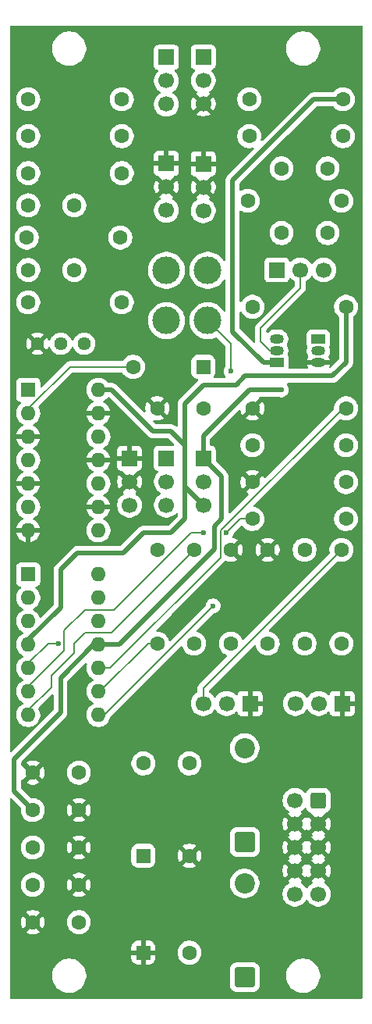
<source format=gbr>
%TF.GenerationSoftware,KiCad,Pcbnew,9.0.5*%
%TF.CreationDate,2025-12-23T14:43:43-05:00*%
%TF.ProjectId,mk_vco_JUST_PCB,6d6b5f76-636f-45f4-9a55-53545f504342,rev?*%
%TF.SameCoordinates,Original*%
%TF.FileFunction,Copper,L2,Bot*%
%TF.FilePolarity,Positive*%
%FSLAX46Y46*%
G04 Gerber Fmt 4.6, Leading zero omitted, Abs format (unit mm)*
G04 Created by KiCad (PCBNEW 9.0.5) date 2025-12-23 14:43:43*
%MOMM*%
%LPD*%
G01*
G04 APERTURE LIST*
G04 Aperture macros list*
%AMRoundRect*
0 Rectangle with rounded corners*
0 $1 Rounding radius*
0 $2 $3 $4 $5 $6 $7 $8 $9 X,Y pos of 4 corners*
0 Add a 4 corners polygon primitive as box body*
4,1,4,$2,$3,$4,$5,$6,$7,$8,$9,$2,$3,0*
0 Add four circle primitives for the rounded corners*
1,1,$1+$1,$2,$3*
1,1,$1+$1,$4,$5*
1,1,$1+$1,$6,$7*
1,1,$1+$1,$8,$9*
0 Add four rect primitives between the rounded corners*
20,1,$1+$1,$2,$3,$4,$5,0*
20,1,$1+$1,$4,$5,$6,$7,0*
20,1,$1+$1,$6,$7,$8,$9,0*
20,1,$1+$1,$8,$9,$2,$3,0*%
G04 Aperture macros list end*
%TA.AperFunction,ComponentPad*%
%ADD10C,1.600000*%
%TD*%
%TA.AperFunction,ComponentPad*%
%ADD11R,1.700000X1.700000*%
%TD*%
%TA.AperFunction,ComponentPad*%
%ADD12C,1.700000*%
%TD*%
%TA.AperFunction,ComponentPad*%
%ADD13C,1.440000*%
%TD*%
%TA.AperFunction,ComponentPad*%
%ADD14R,1.500000X1.050000*%
%TD*%
%TA.AperFunction,ComponentPad*%
%ADD15O,1.500000X1.050000*%
%TD*%
%TA.AperFunction,ComponentPad*%
%ADD16C,3.000000*%
%TD*%
%TA.AperFunction,ComponentPad*%
%ADD17RoundRect,0.250000X-0.550000X-0.550000X0.550000X-0.550000X0.550000X0.550000X-0.550000X0.550000X0*%
%TD*%
%TA.AperFunction,ComponentPad*%
%ADD18R,1.600000X1.600000*%
%TD*%
%TA.AperFunction,ComponentPad*%
%ADD19O,1.600000X1.600000*%
%TD*%
%TA.AperFunction,ComponentPad*%
%ADD20RoundRect,0.250000X0.550000X0.550000X-0.550000X0.550000X-0.550000X-0.550000X0.550000X-0.550000X0*%
%TD*%
%TA.AperFunction,ComponentPad*%
%ADD21RoundRect,0.249999X0.850001X-0.850001X0.850001X0.850001X-0.850001X0.850001X-0.850001X-0.850001X0*%
%TD*%
%TA.AperFunction,ComponentPad*%
%ADD22C,2.200000*%
%TD*%
%TA.AperFunction,ComponentPad*%
%ADD23RoundRect,0.250000X0.600000X0.600000X-0.600000X0.600000X-0.600000X-0.600000X0.600000X-0.600000X0*%
%TD*%
%TA.AperFunction,ViaPad*%
%ADD24C,0.600000*%
%TD*%
%TA.AperFunction,Conductor*%
%ADD25C,0.200000*%
%TD*%
%TA.AperFunction,Conductor*%
%ADD26C,0.500000*%
%TD*%
G04 APERTURE END LIST*
D10*
%TO.P,R9,1*%
%TO.N,Net-(Q1-E)*%
X146840000Y-74500000D03*
%TO.P,R9,2*%
%TO.N,+12V*%
X157000000Y-74500000D03*
%TD*%
%TO.P,TH1,1*%
%TO.N,Net-(Q1-B)*%
X127500000Y-63500000D03*
%TO.P,TH1,2*%
%TO.N,Net-(R4-Pad1)*%
X122500000Y-63500000D03*
%TD*%
%TO.P,R2,1*%
%TO.N,Net-(R2-Pad1)*%
X132660000Y-52000000D03*
%TO.P,R2,2*%
%TO.N,-12V*%
X122500000Y-52000000D03*
%TD*%
%TO.P,C2,1*%
%TO.N,Net-(U1A--)*%
X135000000Y-124000000D03*
%TO.P,C2,2*%
%TO.N,Net-(U1B-+)*%
X140000000Y-124000000D03*
%TD*%
%TO.P,C9,1*%
%TO.N,+12V*%
X128000000Y-125000000D03*
%TO.P,C9,2*%
%TO.N,GND*%
X123000000Y-125000000D03*
%TD*%
D11*
%TO.P,J4,S*%
%TO.N,GND*%
X133500000Y-90920000D03*
D12*
%TO.P,J4,T*%
%TO.N,Net-(J4-PadT)*%
X133500000Y-96000000D03*
%TO.P,J4,TN*%
%TO.N,GND*%
X133500000Y-93460000D03*
%TD*%
D13*
%TO.P,RV4,1,1*%
%TO.N,Net-(R8-Pad2)*%
X128580000Y-78500000D03*
%TO.P,RV4,2,2*%
X126040000Y-78500000D03*
%TO.P,RV4,3,3*%
%TO.N,GND*%
X123500000Y-78500000D03*
%TD*%
D10*
%TO.P,TH3,1*%
%TO.N,Net-(Q1-B)*%
X122500000Y-70500000D03*
%TO.P,TH3,2*%
%TO.N,Net-(R6-Pad1)*%
X127500000Y-70500000D03*
%TD*%
%TO.P,R16,1*%
%TO.N,Net-(U1D-+)*%
X140500000Y-111000000D03*
%TO.P,R16,2*%
%TO.N,Net-(R16-Pad2)*%
X140500000Y-100840000D03*
%TD*%
%TO.P,R7,1*%
%TO.N,Net-(R7-Pad1)*%
X156500000Y-63000000D03*
%TO.P,R7,2*%
%TO.N,Net-(J3-PadT)*%
X146340000Y-63000000D03*
%TD*%
D14*
%TO.P,Q2,1,C*%
%TO.N,Net-(D3-K)*%
X154000000Y-78000000D03*
D15*
%TO.P,Q2,2,B*%
%TO.N,Net-(Q1-E)*%
X154000000Y-79270000D03*
%TO.P,Q2,3,E*%
%TO.N,GND*%
X154000000Y-80540000D03*
%TD*%
D10*
%TO.P,C1,1*%
%TO.N,Net-(D3-K)*%
X141500000Y-85500000D03*
%TO.P,C1,2*%
%TO.N,GND*%
X136500000Y-85500000D03*
%TD*%
D16*
%TO.P,TP2,1,1*%
%TO.N,Net-(D3-K)*%
X142000000Y-70540000D03*
%TD*%
D10*
%TO.P,C7,1*%
%TO.N,GND*%
X128000000Y-133100000D03*
%TO.P,C7,2*%
%TO.N,+12V*%
X123000000Y-133100000D03*
%TD*%
%TO.P,R11,1*%
%TO.N,Net-(U1B--)*%
X146840000Y-89500000D03*
%TO.P,R11,2*%
%TO.N,Net-(R11-Pad2)*%
X157000000Y-89500000D03*
%TD*%
D17*
%TO.P,C3,1*%
%TO.N,+12V*%
X135000000Y-134000000D03*
D10*
%TO.P,C3,2*%
%TO.N,GND*%
X140000000Y-134000000D03*
%TD*%
%TO.P,R14,1*%
%TO.N,Net-(U1B--)*%
X146840000Y-97500000D03*
%TO.P,R14,2*%
%TO.N,Net-(R14-Pad2)*%
X157000000Y-97500000D03*
%TD*%
D11*
%TO.P,RV5,1,1*%
%TO.N,Net-(J4-PadT)*%
X137500000Y-90920000D03*
D12*
%TO.P,RV5,2,2*%
%TO.N,Net-(R11-Pad2)*%
X137500000Y-93460000D03*
%TO.P,RV5,3,3*%
X137500000Y-96000000D03*
%TD*%
D16*
%TO.P,TP4,1,1*%
%TO.N,Net-(U1B--)*%
X142000000Y-76000000D03*
%TD*%
D11*
%TO.P,J6,S*%
%TO.N,GND*%
X156580000Y-117500000D03*
D12*
%TO.P,J6,T*%
%TO.N,Net-(J6-PadT)*%
X151500000Y-117500000D03*
%TO.P,J6,TN*%
%TO.N,unconnected-(J6-PadTN)*%
X154040000Y-117500000D03*
%TD*%
D10*
%TO.P,R13,1*%
%TO.N,Net-(R13-Pad1)*%
X136500000Y-100840000D03*
%TO.P,R13,2*%
%TO.N,Net-(U1C--)*%
X136500000Y-111000000D03*
%TD*%
D11*
%TO.P,J2,S*%
%TO.N,GND*%
X137500000Y-58960000D03*
D12*
%TO.P,J2,T*%
%TO.N,Net-(J2-PadT)*%
X137500000Y-64040000D03*
%TO.P,J2,TN*%
%TO.N,GND*%
X137500000Y-61500000D03*
%TD*%
D10*
%TO.P,R17,1*%
%TO.N,GND*%
X144500000Y-100840000D03*
%TO.P,R17,2*%
%TO.N,Net-(U1D-+)*%
X144500000Y-111000000D03*
%TD*%
D18*
%TO.P,U1,1*%
%TO.N,Net-(U1A--)*%
X122500000Y-103500000D03*
D19*
%TO.P,U1,2,-*%
X122500000Y-106040000D03*
%TO.P,U1,3,+*%
%TO.N,Net-(D3-K)*%
X122500000Y-108580000D03*
%TO.P,U1,4,V+*%
%TO.N,+12V*%
X122500000Y-111120000D03*
%TO.P,U1,5,+*%
%TO.N,Net-(U1B-+)*%
X122500000Y-113660000D03*
%TO.P,U1,6,-*%
%TO.N,Net-(U1B--)*%
X122500000Y-116200000D03*
%TO.P,U1,7*%
%TO.N,Net-(R16-Pad2)*%
X122500000Y-118740000D03*
%TO.P,U1,8*%
%TO.N,Net-(R13-Pad1)*%
X130120000Y-118740000D03*
%TO.P,U1,9,-*%
%TO.N,Net-(U1C--)*%
X130120000Y-116200000D03*
%TO.P,U1,10,+*%
%TO.N,Net-(U1B-+)*%
X130120000Y-113660000D03*
%TO.P,U1,11,V-*%
%TO.N,-12V*%
X130120000Y-111120000D03*
%TO.P,U1,12,+*%
%TO.N,Net-(U1D-+)*%
X130120000Y-108580000D03*
%TO.P,U1,13,-*%
%TO.N,Net-(U1D--)*%
X130120000Y-106040000D03*
%TO.P,U1,14*%
X130120000Y-103500000D03*
%TD*%
D11*
%TO.P,RV6,1,1*%
%TO.N,-12V*%
X141500000Y-90920000D03*
D12*
%TO.P,RV6,2,2*%
%TO.N,Net-(R14-Pad2)*%
X141500000Y-93460000D03*
%TO.P,RV6,3,3*%
%TO.N,+12V*%
X141500000Y-96000000D03*
%TD*%
D20*
%TO.P,D3,1,K*%
%TO.N,Net-(D3-K)*%
X141500000Y-81000000D03*
D10*
%TO.P,D3,2,A*%
%TO.N,Net-(D3-A)*%
X133880000Y-81000000D03*
%TD*%
%TO.P,R3,1*%
%TO.N,Net-(R3-Pad1)*%
X146500000Y-52000000D03*
%TO.P,R3,2*%
%TO.N,-12V*%
X156660000Y-52000000D03*
%TD*%
%TO.P,R15,1*%
%TO.N,GND*%
X148500000Y-100840000D03*
%TO.P,R15,2*%
%TO.N,Net-(U1C--)*%
X148500000Y-111000000D03*
%TD*%
%TO.P,TH4,1*%
%TO.N,Net-(RV3-Pad1)*%
X150000000Y-66500000D03*
%TO.P,TH4,2*%
%TO.N,Net-(R7-Pad1)*%
X155000000Y-66500000D03*
%TD*%
D16*
%TO.P,TP3,1,1*%
%TO.N,Net-(U1B-+)*%
X137500000Y-76000000D03*
%TD*%
D11*
%TO.P,RV3,1,1*%
%TO.N,Net-(RV3-Pad1)*%
X149500000Y-70500000D03*
D12*
%TO.P,RV3,2,2*%
%TO.N,Net-(Q1-B)*%
X152040000Y-70500000D03*
%TO.P,RV3,3,3*%
X154580000Y-70500000D03*
%TD*%
D14*
%TO.P,Q1,1,C*%
%TO.N,-12V*%
X149500000Y-80540000D03*
D15*
%TO.P,Q1,2,B*%
%TO.N,Net-(Q1-B)*%
X149500000Y-79270000D03*
%TO.P,Q1,3,E*%
%TO.N,Net-(Q1-E)*%
X149500000Y-78000000D03*
%TD*%
D10*
%TO.P,R6,1*%
%TO.N,Net-(R6-Pad1)*%
X122340000Y-67000000D03*
%TO.P,R6,2*%
%TO.N,Net-(J2-PadT)*%
X132500000Y-67000000D03*
%TD*%
D21*
%TO.P,D2,1,K*%
%TO.N,Net-(D2-K)*%
X146000000Y-147160000D03*
D22*
%TO.P,D2,2,A*%
%TO.N,-12V*%
X146000000Y-137000000D03*
%TD*%
D16*
%TO.P,TP1,1,1*%
%TO.N,Net-(Q1-E)*%
X137500000Y-70540000D03*
%TD*%
D10*
%TO.P,C8,1*%
%TO.N,GND*%
X128000000Y-129050000D03*
%TO.P,C8,2*%
%TO.N,-12V*%
X123000000Y-129050000D03*
%TD*%
D17*
%TO.P,C4,1*%
%TO.N,GND*%
X135000000Y-144500000D03*
D10*
%TO.P,C4,2*%
%TO.N,-12V*%
X140000000Y-144500000D03*
%TD*%
%TO.P,R1,1*%
%TO.N,+12V*%
X122500000Y-60000000D03*
%TO.P,R1,2*%
%TO.N,Net-(R1-Pad2)*%
X132660000Y-60000000D03*
%TD*%
%TO.P,TH2,1*%
%TO.N,Net-(Q1-B)*%
X150000000Y-59500000D03*
%TO.P,TH2,2*%
%TO.N,Net-(R5-Pad1)*%
X155000000Y-59500000D03*
%TD*%
D11*
%TO.P,RV1,1,1*%
%TO.N,Net-(R2-Pad1)*%
X137500000Y-47460000D03*
D12*
%TO.P,RV1,2,2*%
%TO.N,Net-(R4-Pad2)*%
X137500000Y-50000000D03*
%TO.P,RV1,3,3*%
%TO.N,Net-(R1-Pad2)*%
X137500000Y-52540000D03*
%TD*%
D11*
%TO.P,J3,S*%
%TO.N,GND*%
X141500000Y-59000000D03*
D12*
%TO.P,J3,T*%
%TO.N,Net-(J3-PadT)*%
X141500000Y-64080000D03*
%TO.P,J3,TN*%
%TO.N,GND*%
X141500000Y-61540000D03*
%TD*%
D10*
%TO.P,R5,1*%
%TO.N,Net-(R5-Pad1)*%
X156660000Y-56000000D03*
%TO.P,R5,2*%
%TO.N,Net-(R5-Pad2)*%
X146500000Y-56000000D03*
%TD*%
%TO.P,C6,1*%
%TO.N,GND*%
X128000000Y-137150000D03*
%TO.P,C6,2*%
%TO.N,-12V*%
X123000000Y-137150000D03*
%TD*%
%TO.P,R10,1*%
%TO.N,GND*%
X146840000Y-85500000D03*
%TO.P,R10,2*%
%TO.N,Net-(U1B-+)*%
X157000000Y-85500000D03*
%TD*%
D11*
%TO.P,J5,S*%
%TO.N,GND*%
X146580000Y-117500000D03*
D12*
%TO.P,J5,T*%
%TO.N,Net-(J5-PadT)*%
X141500000Y-117500000D03*
%TO.P,J5,TN*%
%TO.N,unconnected-(J5-PadTN)*%
X144040000Y-117500000D03*
%TD*%
D10*
%TO.P,R12,1*%
%TO.N,GND*%
X146840000Y-93500000D03*
%TO.P,R12,2*%
%TO.N,Net-(U1B--)*%
X157000000Y-93500000D03*
%TD*%
%TO.P,R4,1*%
%TO.N,Net-(R4-Pad1)*%
X122500000Y-56000000D03*
%TO.P,R4,2*%
%TO.N,Net-(R4-Pad2)*%
X132660000Y-56000000D03*
%TD*%
%TO.P,R19,1*%
%TO.N,Net-(J6-PadT)*%
X152500000Y-111000000D03*
%TO.P,R19,2*%
%TO.N,Net-(U1D--)*%
X152500000Y-100840000D03*
%TD*%
%TO.P,C5,1*%
%TO.N,+12V*%
X128000000Y-141200000D03*
%TO.P,C5,2*%
%TO.N,GND*%
X123000000Y-141200000D03*
%TD*%
D21*
%TO.P,D1,1,K*%
%TO.N,+12V*%
X146000000Y-132500000D03*
D22*
%TO.P,D1,2,A*%
%TO.N,Net-(D1-A)*%
X146000000Y-122340000D03*
%TD*%
D18*
%TO.P,U2,1*%
%TO.N,Net-(D3-K)*%
X122500000Y-83500000D03*
D19*
%TO.P,U2,2*%
%TO.N,Net-(D3-A)*%
X122500000Y-86040000D03*
%TO.P,U2,3*%
%TO.N,GND*%
X122500000Y-88580000D03*
%TO.P,U2,4*%
%TO.N,unconnected-(U2-Pad4)*%
X122500000Y-91120000D03*
%TO.P,U2,5*%
%TO.N,GND*%
X122500000Y-93660000D03*
%TO.P,U2,6*%
%TO.N,unconnected-(U2-Pad6)*%
X122500000Y-96200000D03*
%TO.P,U2,7,VSS*%
%TO.N,GND*%
X122500000Y-98740000D03*
%TO.P,U2,8*%
%TO.N,unconnected-(U2-Pad8)*%
X130120000Y-98740000D03*
%TO.P,U2,9*%
%TO.N,GND*%
X130120000Y-96200000D03*
%TO.P,U2,10*%
%TO.N,unconnected-(U2-Pad10)*%
X130120000Y-93660000D03*
%TO.P,U2,11*%
%TO.N,GND*%
X130120000Y-91120000D03*
%TO.P,U2,12*%
%TO.N,unconnected-(U2-Pad12)*%
X130120000Y-88580000D03*
%TO.P,U2,13*%
%TO.N,GND*%
X130120000Y-86040000D03*
%TO.P,U2,14,VDD*%
%TO.N,+12V*%
X130120000Y-83500000D03*
%TD*%
D10*
%TO.P,R18,1*%
%TO.N,Net-(J5-PadT)*%
X156500000Y-100840000D03*
%TO.P,R18,2*%
%TO.N,Net-(R13-Pad1)*%
X156500000Y-111000000D03*
%TD*%
D11*
%TO.P,RV2,1,1*%
%TO.N,Net-(R3-Pad1)*%
X141500000Y-47420000D03*
D12*
%TO.P,RV2,2,2*%
%TO.N,Net-(R5-Pad2)*%
X141500000Y-49960000D03*
%TO.P,RV2,3,3*%
%TO.N,GND*%
X141500000Y-52500000D03*
%TD*%
D10*
%TO.P,R8,1*%
%TO.N,Net-(Q1-B)*%
X122500000Y-74000000D03*
%TO.P,R8,2*%
%TO.N,Net-(R8-Pad2)*%
X132660000Y-74000000D03*
%TD*%
D23*
%TO.P,J1,1,Pin_1*%
%TO.N,Net-(D2-K)*%
X154000000Y-128000000D03*
D12*
%TO.P,J1,2,Pin_2*%
X151460000Y-128000000D03*
%TO.P,J1,3,Pin_3*%
%TO.N,GND*%
X154000000Y-130540000D03*
%TO.P,J1,4,Pin_4*%
X151460000Y-130540000D03*
%TO.P,J1,5,Pin_5*%
X154000000Y-133080000D03*
%TO.P,J1,6,Pin_6*%
X151460000Y-133080000D03*
%TO.P,J1,7,Pin_7*%
X154000000Y-135620000D03*
%TO.P,J1,8,Pin_8*%
X151460000Y-135620000D03*
%TO.P,J1,9,Pin_9*%
%TO.N,Net-(D1-A)*%
X154000000Y-138160000D03*
%TO.P,J1,10,Pin_10*%
X151460000Y-138160000D03*
%TD*%
D24*
%TO.N,Net-(U1B-+)*%
X125801000Y-111000000D03*
%TO.N,-12V*%
X150000000Y-83500000D03*
%TO.N,Net-(U1B--)*%
X144000000Y-99000000D03*
X141500000Y-99000000D03*
X144500000Y-81500000D03*
%TO.N,Net-(R13-Pad1)*%
X142580000Y-106920000D03*
%TD*%
D25*
%TO.N,Net-(U1B-+)*%
X156650057Y-85500000D02*
X157000000Y-85500000D01*
X122500000Y-113160000D02*
X122500000Y-113660000D01*
X125801000Y-111000000D02*
X124660000Y-111000000D01*
X143399000Y-101668100D02*
X143399000Y-98751057D01*
X130120000Y-113660000D02*
X131407100Y-113660000D01*
X124660000Y-111000000D02*
X122500000Y-113160000D01*
X131407100Y-113660000D02*
X143399000Y-101668100D01*
X143399000Y-98751057D02*
X156650057Y-85500000D01*
D26*
%TO.N,+12V*%
X122500000Y-111120000D02*
X122500000Y-110620000D01*
X139500000Y-89500000D02*
X139500000Y-90000000D01*
X155500000Y-82000000D02*
X157000000Y-80500000D01*
X127832785Y-101167215D02*
X132830144Y-101167215D01*
X139500000Y-90000000D02*
X139500000Y-94000000D01*
X136060000Y-88000000D02*
X138000000Y-88000000D01*
X145062075Y-83000000D02*
X146062075Y-82000000D01*
X139500000Y-97500000D02*
X139500000Y-94000000D01*
X130120000Y-83500000D02*
X131560000Y-83500000D01*
X122500000Y-110620000D02*
X126000000Y-107120000D01*
X126000000Y-103000000D02*
X127832785Y-101167215D01*
X134997359Y-99000000D02*
X138000000Y-99000000D01*
X139500000Y-85000000D02*
X141500000Y-83000000D01*
X141500000Y-83000000D02*
X145062075Y-83000000D01*
X126000000Y-107120000D02*
X126000000Y-103000000D01*
X139500000Y-89500000D02*
X139500000Y-85000000D01*
X157000000Y-80500000D02*
X157000000Y-74500000D01*
X138000000Y-99000000D02*
X139500000Y-97500000D01*
X146062075Y-82000000D02*
X155500000Y-82000000D01*
X131560000Y-83500000D02*
X136060000Y-88000000D01*
X138000000Y-88000000D02*
X139500000Y-89500000D01*
X139500000Y-94000000D02*
X141500000Y-96000000D01*
X132830144Y-101167215D02*
X134997359Y-99000000D01*
%TO.N,-12V*%
X132380000Y-111120000D02*
X130120000Y-111120000D01*
X142696936Y-100803064D02*
X132380000Y-111120000D01*
X144692941Y-60807059D02*
X144692941Y-77192941D01*
X150000000Y-83500000D02*
X146500000Y-83500000D01*
X142696936Y-98303064D02*
X142696936Y-100803064D01*
X148040000Y-80540000D02*
X149500000Y-80540000D01*
X121000000Y-127000000D02*
X123000000Y-129050000D01*
X126000000Y-114740000D02*
X126000000Y-118500000D01*
X144692941Y-77192941D02*
X148040000Y-80540000D01*
X130120000Y-111120000D02*
X129620000Y-111120000D01*
D25*
X149500000Y-80540000D02*
X149944000Y-80096000D01*
D26*
X141500000Y-88500000D02*
X141500000Y-90920000D01*
X141500000Y-90920000D02*
X143500000Y-92920000D01*
X129620000Y-111120000D02*
X126000000Y-114740000D01*
X156660000Y-52000000D02*
X153500000Y-52000000D01*
X143500000Y-97500000D02*
X142696936Y-98303064D01*
X143500000Y-92920000D02*
X143500000Y-97500000D01*
X126000000Y-118500000D02*
X121000000Y-123500000D01*
X146500000Y-83500000D02*
X141500000Y-88500000D01*
X153500000Y-52000000D02*
X144692941Y-60807059D01*
X121000000Y-123500000D02*
X121000000Y-127000000D01*
D25*
%TO.N,Net-(D3-A)*%
X122500000Y-86040000D02*
X122500000Y-85540000D01*
X127040000Y-81000000D02*
X133880000Y-81000000D01*
X122500000Y-85540000D02*
X127040000Y-81000000D01*
%TO.N,Net-(J5-PadT)*%
X141500000Y-117500000D02*
X141500000Y-115840000D01*
X141500000Y-115840000D02*
X156500000Y-100840000D01*
%TO.N,Net-(Q1-B)*%
X152040000Y-72460000D02*
X147731676Y-76768324D01*
X148770000Y-79270000D02*
X149500000Y-79270000D01*
X152040000Y-70500000D02*
X152040000Y-72460000D01*
X147731676Y-78231676D02*
X148770000Y-79270000D01*
X147731676Y-76768324D02*
X147731676Y-78231676D01*
%TO.N,Net-(U1B--)*%
X141500000Y-76500000D02*
X142000000Y-76000000D01*
X128669013Y-107330987D02*
X126401000Y-109599000D01*
X122500000Y-115700000D02*
X122500000Y-116200000D01*
X131810488Y-107330987D02*
X128669013Y-107330987D01*
X144500000Y-81500000D02*
X144500000Y-78500000D01*
X141500000Y-99000000D02*
X140141475Y-99000000D01*
X126401000Y-111799000D02*
X122500000Y-115700000D01*
X144500000Y-78500000D02*
X142000000Y-76000000D01*
X144000000Y-99000000D02*
X145500000Y-97500000D01*
X140141475Y-99000000D02*
X131810488Y-107330987D01*
X145500000Y-97500000D02*
X146840000Y-97500000D01*
X126401000Y-109599000D02*
X126401000Y-111799000D01*
%TO.N,Net-(R13-Pad1)*%
X130120000Y-118740000D02*
X130760000Y-118740000D01*
X130760000Y-118740000D02*
X142580000Y-106920000D01*
%TO.N,Net-(U1C--)*%
X130300000Y-116200000D02*
X130120000Y-116200000D01*
X135500000Y-111000000D02*
X130300000Y-116200000D01*
X136500000Y-111000000D02*
X135500000Y-111000000D01*
%TO.N,Net-(R16-Pad2)*%
X127500000Y-111000000D02*
X128676782Y-109823218D01*
X128676782Y-109823218D02*
X131516782Y-109823218D01*
X122500000Y-118740000D02*
X122500000Y-118240000D01*
X131516782Y-109823218D02*
X140500000Y-100840000D01*
X125000000Y-114500000D02*
X127500000Y-112000000D01*
X122500000Y-118240000D02*
X125000000Y-115740000D01*
X127500000Y-112000000D02*
X127500000Y-111000000D01*
X125000000Y-115740000D02*
X125000000Y-114500000D01*
%TD*%
%TA.AperFunction,Conductor*%
%TO.N,GND*%
G36*
X153534075Y-135812993D02*
G01*
X153599901Y-135927007D01*
X153692993Y-136020099D01*
X153807007Y-136085925D01*
X153870590Y-136102962D01*
X153238282Y-136735269D01*
X153238282Y-136735270D01*
X153292452Y-136774626D01*
X153292451Y-136774626D01*
X153301495Y-136779234D01*
X153352292Y-136827208D01*
X153369087Y-136895029D01*
X153346550Y-136961164D01*
X153301499Y-137000202D01*
X153292182Y-137004949D01*
X153120213Y-137129890D01*
X152969890Y-137280213D01*
X152844949Y-137452182D01*
X152840484Y-137460946D01*
X152792509Y-137511742D01*
X152724688Y-137528536D01*
X152658553Y-137505998D01*
X152619516Y-137460946D01*
X152615050Y-137452182D01*
X152490109Y-137280213D01*
X152339786Y-137129890D01*
X152167817Y-137004949D01*
X152158504Y-137000204D01*
X152107707Y-136952230D01*
X152090912Y-136884409D01*
X152113449Y-136818274D01*
X152158507Y-136779232D01*
X152167555Y-136774622D01*
X152221716Y-136735270D01*
X152221717Y-136735270D01*
X151589408Y-136102962D01*
X151652993Y-136085925D01*
X151767007Y-136020099D01*
X151860099Y-135927007D01*
X151925925Y-135812993D01*
X151942962Y-135749409D01*
X152575270Y-136381717D01*
X152575270Y-136381716D01*
X152614622Y-136327554D01*
X152619514Y-136317954D01*
X152667488Y-136267157D01*
X152735308Y-136250361D01*
X152801444Y-136272897D01*
X152840486Y-136317954D01*
X152845375Y-136327550D01*
X152884728Y-136381716D01*
X153517037Y-135749408D01*
X153534075Y-135812993D01*
G37*
%TD.AperFunction*%
%TA.AperFunction,Conductor*%
G36*
X153534075Y-133272993D02*
G01*
X153599901Y-133387007D01*
X153692993Y-133480099D01*
X153807007Y-133545925D01*
X153870590Y-133562962D01*
X153238282Y-134195269D01*
X153238282Y-134195270D01*
X153292452Y-134234626D01*
X153302048Y-134239516D01*
X153352844Y-134287491D01*
X153369638Y-134355312D01*
X153347100Y-134421447D01*
X153302051Y-134460483D01*
X153292440Y-134465380D01*
X153238282Y-134504727D01*
X153238282Y-134504728D01*
X153870591Y-135137037D01*
X153807007Y-135154075D01*
X153692993Y-135219901D01*
X153599901Y-135312993D01*
X153534075Y-135427007D01*
X153517037Y-135490591D01*
X152884728Y-134858282D01*
X152884727Y-134858282D01*
X152845380Y-134912440D01*
X152840483Y-134922051D01*
X152792506Y-134972845D01*
X152724684Y-134989638D01*
X152658550Y-134967098D01*
X152619516Y-134922048D01*
X152614626Y-134912452D01*
X152575270Y-134858282D01*
X152575269Y-134858282D01*
X151942962Y-135490590D01*
X151925925Y-135427007D01*
X151860099Y-135312993D01*
X151767007Y-135219901D01*
X151652993Y-135154075D01*
X151589409Y-135137037D01*
X152221716Y-134504728D01*
X152167550Y-134465375D01*
X152157954Y-134460486D01*
X152107157Y-134412512D01*
X152090361Y-134344692D01*
X152111288Y-134280895D01*
X152190027Y-134163581D01*
X151589408Y-133562962D01*
X151652993Y-133545925D01*
X151767007Y-133480099D01*
X151860099Y-133387007D01*
X151925925Y-133272993D01*
X151942962Y-133209409D01*
X152575270Y-133841717D01*
X152575270Y-133841716D01*
X152614622Y-133787554D01*
X152619514Y-133777954D01*
X152667488Y-133727157D01*
X152735308Y-133710361D01*
X152801444Y-133732897D01*
X152840486Y-133777954D01*
X152845375Y-133787550D01*
X152884728Y-133841716D01*
X153517037Y-133209408D01*
X153534075Y-133272993D01*
G37*
%TD.AperFunction*%
%TA.AperFunction,Conductor*%
G36*
X153534075Y-130732993D02*
G01*
X153599901Y-130847007D01*
X153692993Y-130940099D01*
X153807007Y-131005925D01*
X153870590Y-131022962D01*
X153238282Y-131655269D01*
X153238282Y-131655270D01*
X153292452Y-131694626D01*
X153302048Y-131699516D01*
X153352844Y-131747491D01*
X153369638Y-131815312D01*
X153347100Y-131881447D01*
X153302051Y-131920483D01*
X153292440Y-131925380D01*
X153238282Y-131964727D01*
X153238282Y-131964728D01*
X153870591Y-132597037D01*
X153807007Y-132614075D01*
X153692993Y-132679901D01*
X153599901Y-132772993D01*
X153534075Y-132887007D01*
X153517037Y-132950591D01*
X152884728Y-132318282D01*
X152884727Y-132318282D01*
X152845380Y-132372440D01*
X152840483Y-132382051D01*
X152792506Y-132432845D01*
X152724684Y-132449638D01*
X152658550Y-132427098D01*
X152619516Y-132382048D01*
X152614626Y-132372452D01*
X152575270Y-132318282D01*
X152575269Y-132318282D01*
X151942962Y-132950590D01*
X151925925Y-132887007D01*
X151860099Y-132772993D01*
X151767007Y-132679901D01*
X151652993Y-132614075D01*
X151589409Y-132597037D01*
X152221716Y-131964728D01*
X152167550Y-131925375D01*
X152157954Y-131920486D01*
X152107157Y-131872512D01*
X152090361Y-131804692D01*
X152111288Y-131740895D01*
X152190027Y-131623581D01*
X151589408Y-131022962D01*
X151652993Y-131005925D01*
X151767007Y-130940099D01*
X151860099Y-130847007D01*
X151925925Y-130732993D01*
X151942962Y-130669409D01*
X152575270Y-131301717D01*
X152575270Y-131301716D01*
X152614622Y-131247554D01*
X152619514Y-131237954D01*
X152667488Y-131187157D01*
X152735308Y-131170361D01*
X152801444Y-131192897D01*
X152840486Y-131237954D01*
X152845375Y-131247550D01*
X152884728Y-131301716D01*
X153517037Y-130669408D01*
X153534075Y-130732993D01*
G37*
%TD.AperFunction*%
%TA.AperFunction,Conductor*%
G36*
X152680397Y-128858851D02*
G01*
X152711686Y-128908772D01*
X152715186Y-128919334D01*
X152807288Y-129068656D01*
X152931344Y-129192712D01*
X153080666Y-129284814D01*
X153152770Y-129308707D01*
X153210214Y-129348478D01*
X153237038Y-129412994D01*
X153237197Y-129423643D01*
X153870591Y-130057037D01*
X153807007Y-130074075D01*
X153692993Y-130139901D01*
X153599901Y-130232993D01*
X153534075Y-130347007D01*
X153517037Y-130410591D01*
X152884728Y-129778282D01*
X152884727Y-129778282D01*
X152845380Y-129832440D01*
X152840483Y-129842051D01*
X152792506Y-129892845D01*
X152724684Y-129909638D01*
X152658550Y-129887098D01*
X152619516Y-129842048D01*
X152614626Y-129832452D01*
X152575270Y-129778282D01*
X152575269Y-129778282D01*
X151942962Y-130410590D01*
X151925925Y-130347007D01*
X151860099Y-130232993D01*
X151767007Y-130139901D01*
X151652993Y-130074075D01*
X151589409Y-130057037D01*
X152221716Y-129424728D01*
X152167547Y-129385373D01*
X152167547Y-129385372D01*
X152158500Y-129380763D01*
X152107706Y-129332788D01*
X152090912Y-129264966D01*
X152113451Y-129198832D01*
X152158508Y-129159793D01*
X152167816Y-129155051D01*
X152286728Y-129068657D01*
X152339786Y-129030109D01*
X152339788Y-129030106D01*
X152339792Y-129030104D01*
X152490104Y-128879792D01*
X152493660Y-128874896D01*
X152548987Y-128832230D01*
X152618600Y-128826248D01*
X152680397Y-128858851D01*
G37*
%TD.AperFunction*%
%TA.AperFunction,Conductor*%
G36*
X158742539Y-44020185D02*
G01*
X158788294Y-44072989D01*
X158799500Y-44124500D01*
X158799500Y-149375500D01*
X158779815Y-149442539D01*
X158727011Y-149488294D01*
X158675500Y-149499500D01*
X120624500Y-149499500D01*
X120557461Y-149479815D01*
X120511706Y-149427011D01*
X120500500Y-149375500D01*
X120500500Y-146878711D01*
X125099500Y-146878711D01*
X125099500Y-147121288D01*
X125131161Y-147361785D01*
X125193947Y-147596104D01*
X125286773Y-147820205D01*
X125286776Y-147820212D01*
X125408064Y-148030289D01*
X125408066Y-148030292D01*
X125408067Y-148030293D01*
X125555733Y-148222736D01*
X125555739Y-148222743D01*
X125727256Y-148394260D01*
X125727262Y-148394265D01*
X125919711Y-148541936D01*
X126129788Y-148663224D01*
X126353900Y-148756054D01*
X126588211Y-148818838D01*
X126768586Y-148842584D01*
X126828711Y-148850500D01*
X126828712Y-148850500D01*
X127071289Y-148850500D01*
X127119388Y-148844167D01*
X127311789Y-148818838D01*
X127546100Y-148756054D01*
X127770212Y-148663224D01*
X127980289Y-148541936D01*
X128172738Y-148394265D01*
X128344265Y-148222738D01*
X128491936Y-148030289D01*
X128613224Y-147820212D01*
X128706054Y-147596100D01*
X128768838Y-147361789D01*
X128800500Y-147121288D01*
X128800500Y-146878712D01*
X128768838Y-146638211D01*
X128706054Y-146403900D01*
X128646441Y-146259982D01*
X144399500Y-146259982D01*
X144399500Y-148060017D01*
X144410000Y-148162796D01*
X144429863Y-148222738D01*
X144465186Y-148329335D01*
X144557288Y-148478656D01*
X144681344Y-148602712D01*
X144830665Y-148694814D01*
X144997202Y-148749999D01*
X145099990Y-148760500D01*
X145099995Y-148760500D01*
X146900005Y-148760500D01*
X146900010Y-148760500D01*
X147002798Y-148749999D01*
X147169335Y-148694814D01*
X147318656Y-148602712D01*
X147442712Y-148478656D01*
X147534814Y-148329335D01*
X147589999Y-148162798D01*
X147600500Y-148060010D01*
X147600500Y-146878711D01*
X150499500Y-146878711D01*
X150499500Y-147121288D01*
X150531161Y-147361785D01*
X150593947Y-147596104D01*
X150686773Y-147820205D01*
X150686776Y-147820212D01*
X150808064Y-148030289D01*
X150808066Y-148030292D01*
X150808067Y-148030293D01*
X150955733Y-148222736D01*
X150955739Y-148222743D01*
X151127256Y-148394260D01*
X151127262Y-148394265D01*
X151319711Y-148541936D01*
X151529788Y-148663224D01*
X151753900Y-148756054D01*
X151988211Y-148818838D01*
X152168586Y-148842584D01*
X152228711Y-148850500D01*
X152228712Y-148850500D01*
X152471289Y-148850500D01*
X152519388Y-148844167D01*
X152711789Y-148818838D01*
X152946100Y-148756054D01*
X153170212Y-148663224D01*
X153380289Y-148541936D01*
X153572738Y-148394265D01*
X153744265Y-148222738D01*
X153891936Y-148030289D01*
X154013224Y-147820212D01*
X154106054Y-147596100D01*
X154168838Y-147361789D01*
X154200500Y-147121288D01*
X154200500Y-146878712D01*
X154168838Y-146638211D01*
X154106054Y-146403900D01*
X154013224Y-146179788D01*
X153891936Y-145969711D01*
X153753660Y-145789506D01*
X153744266Y-145777263D01*
X153744260Y-145777256D01*
X153572743Y-145605739D01*
X153572736Y-145605733D01*
X153380293Y-145458067D01*
X153380292Y-145458066D01*
X153380289Y-145458064D01*
X153188300Y-145347219D01*
X153170214Y-145336777D01*
X153170205Y-145336773D01*
X152946104Y-145243947D01*
X152711785Y-145181161D01*
X152471289Y-145149500D01*
X152471288Y-145149500D01*
X152228712Y-145149500D01*
X152228711Y-145149500D01*
X151988214Y-145181161D01*
X151753895Y-145243947D01*
X151529794Y-145336773D01*
X151529785Y-145336777D01*
X151319706Y-145458067D01*
X151127263Y-145605733D01*
X151127256Y-145605739D01*
X150955739Y-145777256D01*
X150955733Y-145777263D01*
X150808067Y-145969706D01*
X150686777Y-146179785D01*
X150686773Y-146179794D01*
X150593947Y-146403895D01*
X150531161Y-146638214D01*
X150499500Y-146878711D01*
X147600500Y-146878711D01*
X147600500Y-146259990D01*
X147589999Y-146157202D01*
X147534814Y-145990665D01*
X147442712Y-145841344D01*
X147318656Y-145717288D01*
X147169335Y-145625186D01*
X147002798Y-145570001D01*
X147002796Y-145570000D01*
X146900017Y-145559500D01*
X146900010Y-145559500D01*
X145099990Y-145559500D01*
X145099982Y-145559500D01*
X144997203Y-145570000D01*
X144997202Y-145570001D01*
X144914669Y-145597349D01*
X144830667Y-145625185D01*
X144830662Y-145625187D01*
X144681342Y-145717289D01*
X144557289Y-145841342D01*
X144465187Y-145990662D01*
X144465186Y-145990665D01*
X144410001Y-146157202D01*
X144410001Y-146157203D01*
X144410000Y-146157203D01*
X144399500Y-146259982D01*
X128646441Y-146259982D01*
X128613224Y-146179788D01*
X128491936Y-145969711D01*
X128353660Y-145789506D01*
X128344266Y-145777263D01*
X128344260Y-145777256D01*
X128172743Y-145605739D01*
X128172736Y-145605733D01*
X127980293Y-145458067D01*
X127980292Y-145458066D01*
X127980289Y-145458064D01*
X127788300Y-145347219D01*
X127770214Y-145336777D01*
X127770205Y-145336773D01*
X127546104Y-145243947D01*
X127311785Y-145181161D01*
X127071289Y-145149500D01*
X127071288Y-145149500D01*
X126828712Y-145149500D01*
X126828711Y-145149500D01*
X126588214Y-145181161D01*
X126353895Y-145243947D01*
X126129794Y-145336773D01*
X126129785Y-145336777D01*
X125919706Y-145458067D01*
X125727263Y-145605733D01*
X125727256Y-145605739D01*
X125555739Y-145777256D01*
X125555733Y-145777263D01*
X125408067Y-145969706D01*
X125286777Y-146179785D01*
X125286773Y-146179794D01*
X125193947Y-146403895D01*
X125131161Y-146638214D01*
X125099500Y-146878711D01*
X120500500Y-146878711D01*
X120500500Y-143900013D01*
X133700000Y-143900013D01*
X133700000Y-144250000D01*
X134684314Y-144250000D01*
X134679920Y-144254394D01*
X134627259Y-144345606D01*
X134600000Y-144447339D01*
X134600000Y-144552661D01*
X134627259Y-144654394D01*
X134679920Y-144745606D01*
X134684314Y-144750000D01*
X133700001Y-144750000D01*
X133700001Y-145099986D01*
X133710494Y-145202697D01*
X133765641Y-145369119D01*
X133765643Y-145369124D01*
X133857684Y-145518345D01*
X133981654Y-145642315D01*
X134130875Y-145734356D01*
X134130880Y-145734358D01*
X134297302Y-145789505D01*
X134297309Y-145789506D01*
X134400019Y-145799999D01*
X134749999Y-145799999D01*
X134750000Y-145799998D01*
X134750000Y-144815686D01*
X134754394Y-144820080D01*
X134845606Y-144872741D01*
X134947339Y-144900000D01*
X135052661Y-144900000D01*
X135154394Y-144872741D01*
X135245606Y-144820080D01*
X135250000Y-144815686D01*
X135250000Y-145799999D01*
X135599972Y-145799999D01*
X135599986Y-145799998D01*
X135702697Y-145789505D01*
X135869119Y-145734358D01*
X135869124Y-145734356D01*
X136018345Y-145642315D01*
X136142315Y-145518345D01*
X136234356Y-145369124D01*
X136234358Y-145369119D01*
X136289505Y-145202697D01*
X136289506Y-145202690D01*
X136299999Y-145099986D01*
X136300000Y-145099973D01*
X136300000Y-144750000D01*
X135315686Y-144750000D01*
X135320080Y-144745606D01*
X135372741Y-144654394D01*
X135400000Y-144552661D01*
X135400000Y-144447339D01*
X135386685Y-144397648D01*
X138699500Y-144397648D01*
X138699500Y-144602351D01*
X138731522Y-144804534D01*
X138794781Y-144999223D01*
X138846117Y-145099973D01*
X138887484Y-145181161D01*
X138887715Y-145181613D01*
X139008028Y-145347213D01*
X139152786Y-145491971D01*
X139307749Y-145604556D01*
X139318390Y-145612287D01*
X139434607Y-145671503D01*
X139500776Y-145705218D01*
X139500778Y-145705218D01*
X139500781Y-145705220D01*
X139590459Y-145734358D01*
X139695465Y-145768477D01*
X139796557Y-145784488D01*
X139897648Y-145800500D01*
X139897649Y-145800500D01*
X140102351Y-145800500D01*
X140102352Y-145800500D01*
X140304534Y-145768477D01*
X140499219Y-145705220D01*
X140681610Y-145612287D01*
X140774590Y-145544732D01*
X140847213Y-145491971D01*
X140847215Y-145491968D01*
X140847219Y-145491966D01*
X140991966Y-145347219D01*
X140991968Y-145347215D01*
X140991971Y-145347213D01*
X141066997Y-145243947D01*
X141112287Y-145181610D01*
X141205220Y-144999219D01*
X141268477Y-144804534D01*
X141300500Y-144602352D01*
X141300500Y-144397648D01*
X141292257Y-144345606D01*
X141268477Y-144195465D01*
X141205218Y-144000776D01*
X141171503Y-143934607D01*
X141112287Y-143818390D01*
X141096966Y-143797302D01*
X140991971Y-143652786D01*
X140847213Y-143508028D01*
X140681613Y-143387715D01*
X140681612Y-143387714D01*
X140681610Y-143387713D01*
X140622675Y-143357684D01*
X140499223Y-143294781D01*
X140304534Y-143231522D01*
X140129995Y-143203878D01*
X140102352Y-143199500D01*
X139897648Y-143199500D01*
X139873329Y-143203351D01*
X139695465Y-143231522D01*
X139500776Y-143294781D01*
X139318386Y-143387715D01*
X139152786Y-143508028D01*
X139008028Y-143652786D01*
X138887715Y-143818386D01*
X138794781Y-144000776D01*
X138731522Y-144195465D01*
X138699500Y-144397648D01*
X135386685Y-144397648D01*
X135372741Y-144345606D01*
X135320080Y-144254394D01*
X135315686Y-144250000D01*
X136299999Y-144250000D01*
X136299999Y-143900028D01*
X136299998Y-143900013D01*
X136289505Y-143797302D01*
X136234358Y-143630880D01*
X136234356Y-143630875D01*
X136142315Y-143481654D01*
X136018345Y-143357684D01*
X135869124Y-143265643D01*
X135869119Y-143265641D01*
X135702697Y-143210494D01*
X135702690Y-143210493D01*
X135599986Y-143200000D01*
X135250000Y-143200000D01*
X135250000Y-144184314D01*
X135245606Y-144179920D01*
X135154394Y-144127259D01*
X135052661Y-144100000D01*
X134947339Y-144100000D01*
X134845606Y-144127259D01*
X134754394Y-144179920D01*
X134750000Y-144184314D01*
X134750000Y-143200000D01*
X134400028Y-143200000D01*
X134400012Y-143200001D01*
X134297302Y-143210494D01*
X134130880Y-143265641D01*
X134130875Y-143265643D01*
X133981654Y-143357684D01*
X133857684Y-143481654D01*
X133765643Y-143630875D01*
X133765641Y-143630880D01*
X133710494Y-143797302D01*
X133710493Y-143797309D01*
X133700000Y-143900013D01*
X120500500Y-143900013D01*
X120500500Y-141097682D01*
X121700000Y-141097682D01*
X121700000Y-141302317D01*
X121732009Y-141504417D01*
X121795244Y-141699031D01*
X121888141Y-141881350D01*
X121888147Y-141881359D01*
X121920523Y-141925921D01*
X121920524Y-141925922D01*
X122600000Y-141246446D01*
X122600000Y-141252661D01*
X122627259Y-141354394D01*
X122679920Y-141445606D01*
X122754394Y-141520080D01*
X122845606Y-141572741D01*
X122947339Y-141600000D01*
X122953553Y-141600000D01*
X122274076Y-142279474D01*
X122318650Y-142311859D01*
X122500968Y-142404755D01*
X122695582Y-142467990D01*
X122897683Y-142500000D01*
X123102317Y-142500000D01*
X123304417Y-142467990D01*
X123499031Y-142404755D01*
X123681349Y-142311859D01*
X123725921Y-142279474D01*
X123046447Y-141600000D01*
X123052661Y-141600000D01*
X123154394Y-141572741D01*
X123245606Y-141520080D01*
X123320080Y-141445606D01*
X123372741Y-141354394D01*
X123400000Y-141252661D01*
X123400000Y-141246447D01*
X124079474Y-141925921D01*
X124111859Y-141881349D01*
X124204755Y-141699031D01*
X124267990Y-141504417D01*
X124300000Y-141302317D01*
X124300000Y-141097682D01*
X124299995Y-141097648D01*
X126699500Y-141097648D01*
X126699500Y-141302351D01*
X126731522Y-141504534D01*
X126794781Y-141699223D01*
X126858691Y-141824653D01*
X126887585Y-141881359D01*
X126887715Y-141881613D01*
X127008028Y-142047213D01*
X127152786Y-142191971D01*
X127273226Y-142279474D01*
X127318390Y-142312287D01*
X127434607Y-142371503D01*
X127500776Y-142405218D01*
X127500778Y-142405218D01*
X127500781Y-142405220D01*
X127605137Y-142439127D01*
X127695465Y-142468477D01*
X127796557Y-142484488D01*
X127897648Y-142500500D01*
X127897649Y-142500500D01*
X128102351Y-142500500D01*
X128102352Y-142500500D01*
X128304534Y-142468477D01*
X128499219Y-142405220D01*
X128681610Y-142312287D01*
X128774590Y-142244732D01*
X128847213Y-142191971D01*
X128847215Y-142191968D01*
X128847219Y-142191966D01*
X128991966Y-142047219D01*
X128991968Y-142047215D01*
X128991971Y-142047213D01*
X129044732Y-141974590D01*
X129112287Y-141881610D01*
X129205220Y-141699219D01*
X129268477Y-141504534D01*
X129300500Y-141302352D01*
X129300500Y-141097648D01*
X129292257Y-141045606D01*
X129268477Y-140895465D01*
X129237458Y-140800000D01*
X129205220Y-140700781D01*
X129205218Y-140700778D01*
X129205218Y-140700776D01*
X129112419Y-140518650D01*
X129112287Y-140518390D01*
X129080092Y-140474077D01*
X128991971Y-140352786D01*
X128847213Y-140208028D01*
X128681613Y-140087715D01*
X128681612Y-140087714D01*
X128681610Y-140087713D01*
X128624653Y-140058691D01*
X128499223Y-139994781D01*
X128304534Y-139931522D01*
X128129995Y-139903878D01*
X128102352Y-139899500D01*
X127897648Y-139899500D01*
X127873329Y-139903351D01*
X127695465Y-139931522D01*
X127500776Y-139994781D01*
X127318386Y-140087715D01*
X127152786Y-140208028D01*
X127008028Y-140352786D01*
X126887715Y-140518386D01*
X126794781Y-140700776D01*
X126731522Y-140895465D01*
X126699500Y-141097648D01*
X124299995Y-141097648D01*
X124267990Y-140895582D01*
X124204755Y-140700968D01*
X124111859Y-140518650D01*
X124079474Y-140474077D01*
X124079474Y-140474076D01*
X123400000Y-141153551D01*
X123400000Y-141147339D01*
X123372741Y-141045606D01*
X123320080Y-140954394D01*
X123245606Y-140879920D01*
X123154394Y-140827259D01*
X123052661Y-140800000D01*
X123046446Y-140800000D01*
X123725922Y-140120524D01*
X123725921Y-140120523D01*
X123681359Y-140088147D01*
X123681350Y-140088141D01*
X123499031Y-139995244D01*
X123304417Y-139932009D01*
X123102317Y-139900000D01*
X122897683Y-139900000D01*
X122695582Y-139932009D01*
X122500968Y-139995244D01*
X122318644Y-140088143D01*
X122274077Y-140120523D01*
X122274077Y-140120524D01*
X122953554Y-140800000D01*
X122947339Y-140800000D01*
X122845606Y-140827259D01*
X122754394Y-140879920D01*
X122679920Y-140954394D01*
X122627259Y-141045606D01*
X122600000Y-141147339D01*
X122600000Y-141153553D01*
X121920524Y-140474077D01*
X121920523Y-140474077D01*
X121888143Y-140518644D01*
X121795244Y-140700968D01*
X121732009Y-140895582D01*
X121700000Y-141097682D01*
X120500500Y-141097682D01*
X120500500Y-137047648D01*
X121699500Y-137047648D01*
X121699500Y-137252351D01*
X121731522Y-137454534D01*
X121794781Y-137649223D01*
X121858691Y-137774653D01*
X121887585Y-137831359D01*
X121887715Y-137831613D01*
X122008028Y-137997213D01*
X122152786Y-138141971D01*
X122273226Y-138229474D01*
X122318390Y-138262287D01*
X122434607Y-138321503D01*
X122500776Y-138355218D01*
X122500778Y-138355218D01*
X122500781Y-138355220D01*
X122605137Y-138389127D01*
X122695465Y-138418477D01*
X122796557Y-138434488D01*
X122897648Y-138450500D01*
X122897649Y-138450500D01*
X123102351Y-138450500D01*
X123102352Y-138450500D01*
X123304534Y-138418477D01*
X123499219Y-138355220D01*
X123681610Y-138262287D01*
X123774590Y-138194732D01*
X123847213Y-138141971D01*
X123847215Y-138141968D01*
X123847219Y-138141966D01*
X123991966Y-137997219D01*
X123991968Y-137997215D01*
X123991971Y-137997213D01*
X124044732Y-137924590D01*
X124112287Y-137831610D01*
X124205220Y-137649219D01*
X124268477Y-137454534D01*
X124300500Y-137252352D01*
X124300500Y-137047682D01*
X126700000Y-137047682D01*
X126700000Y-137252317D01*
X126732009Y-137454417D01*
X126795244Y-137649031D01*
X126888141Y-137831350D01*
X126888147Y-137831359D01*
X126920523Y-137875921D01*
X126920524Y-137875922D01*
X127600000Y-137196446D01*
X127600000Y-137202661D01*
X127627259Y-137304394D01*
X127679920Y-137395606D01*
X127754394Y-137470080D01*
X127845606Y-137522741D01*
X127947339Y-137550000D01*
X127953553Y-137550000D01*
X127274076Y-138229474D01*
X127318650Y-138261859D01*
X127500968Y-138354755D01*
X127695582Y-138417990D01*
X127897683Y-138450000D01*
X128102317Y-138450000D01*
X128304417Y-138417990D01*
X128499031Y-138354755D01*
X128681349Y-138261859D01*
X128725921Y-138229474D01*
X128046447Y-137550000D01*
X128052661Y-137550000D01*
X128154394Y-137522741D01*
X128245606Y-137470080D01*
X128320080Y-137395606D01*
X128372741Y-137304394D01*
X128400000Y-137202661D01*
X128400000Y-137196448D01*
X129079474Y-137875922D01*
X129079474Y-137875921D01*
X129111859Y-137831349D01*
X129204755Y-137649031D01*
X129267990Y-137454417D01*
X129300000Y-137252317D01*
X129300000Y-137047682D01*
X129274798Y-136888564D01*
X129272497Y-136874038D01*
X144399500Y-136874038D01*
X144399500Y-137125962D01*
X144411648Y-137202661D01*
X144438910Y-137374785D01*
X144516760Y-137614383D01*
X144595413Y-137768747D01*
X144627445Y-137831613D01*
X144631132Y-137838848D01*
X144779201Y-138042649D01*
X144779205Y-138042654D01*
X144957345Y-138220794D01*
X144957350Y-138220798D01*
X145019961Y-138266287D01*
X145161155Y-138368870D01*
X145304184Y-138441747D01*
X145385616Y-138483239D01*
X145385618Y-138483239D01*
X145385621Y-138483241D01*
X145625215Y-138561090D01*
X145874038Y-138600500D01*
X145874039Y-138600500D01*
X146125961Y-138600500D01*
X146125962Y-138600500D01*
X146374785Y-138561090D01*
X146614379Y-138483241D01*
X146838845Y-138368870D01*
X147042656Y-138220793D01*
X147220793Y-138042656D01*
X147253805Y-137997219D01*
X147269254Y-137975956D01*
X147341932Y-137875922D01*
X147368870Y-137838845D01*
X147483241Y-137614379D01*
X147561090Y-137374785D01*
X147600500Y-137125962D01*
X147600500Y-136874038D01*
X147561090Y-136625215D01*
X147483241Y-136385621D01*
X147483239Y-136385618D01*
X147483239Y-136385616D01*
X147425805Y-136272897D01*
X147368870Y-136161155D01*
X147338969Y-136120000D01*
X147220798Y-135957350D01*
X147220794Y-135957345D01*
X147042654Y-135779205D01*
X147042649Y-135779201D01*
X146838846Y-135631130D01*
X146815758Y-135619366D01*
X146815757Y-135619366D01*
X146614383Y-135516760D01*
X146374785Y-135438910D01*
X146299633Y-135427007D01*
X146125962Y-135399500D01*
X145874038Y-135399500D01*
X145749626Y-135419205D01*
X145625214Y-135438910D01*
X145385616Y-135516760D01*
X145161151Y-135631132D01*
X144957350Y-135779201D01*
X144957345Y-135779205D01*
X144779205Y-135957345D01*
X144779201Y-135957350D01*
X144631132Y-136161151D01*
X144516760Y-136385616D01*
X144438910Y-136625214D01*
X144434861Y-136650781D01*
X144399500Y-136874038D01*
X129272497Y-136874038D01*
X129267989Y-136845581D01*
X129204755Y-136650968D01*
X129111859Y-136468650D01*
X129079474Y-136424077D01*
X129079474Y-136424076D01*
X128400000Y-137103551D01*
X128400000Y-137097339D01*
X128372741Y-136995606D01*
X128320080Y-136904394D01*
X128245606Y-136829920D01*
X128154394Y-136777259D01*
X128052661Y-136750000D01*
X128046446Y-136750000D01*
X128725922Y-136070524D01*
X128725921Y-136070523D01*
X128681359Y-136038147D01*
X128681350Y-136038141D01*
X128499031Y-135945244D01*
X128304417Y-135882009D01*
X128102317Y-135850000D01*
X127897683Y-135850000D01*
X127695582Y-135882009D01*
X127500968Y-135945244D01*
X127318644Y-136038143D01*
X127274077Y-136070523D01*
X127274077Y-136070524D01*
X127953554Y-136750000D01*
X127947339Y-136750000D01*
X127845606Y-136777259D01*
X127754394Y-136829920D01*
X127679920Y-136904394D01*
X127627259Y-136995606D01*
X127600000Y-137097339D01*
X127600000Y-137103553D01*
X126920524Y-136424077D01*
X126920523Y-136424077D01*
X126888143Y-136468644D01*
X126795244Y-136650968D01*
X126732009Y-136845582D01*
X126700000Y-137047682D01*
X124300500Y-137047682D01*
X124300500Y-137047648D01*
X124293737Y-137004949D01*
X124268477Y-136845465D01*
X124232672Y-136735269D01*
X124205220Y-136650781D01*
X124205218Y-136650778D01*
X124205218Y-136650776D01*
X124112419Y-136468650D01*
X124112287Y-136468390D01*
X124080092Y-136424077D01*
X123991971Y-136302786D01*
X123847213Y-136158028D01*
X123681613Y-136037715D01*
X123681612Y-136037714D01*
X123681610Y-136037713D01*
X123624653Y-136008691D01*
X123499223Y-135944781D01*
X123304534Y-135881522D01*
X123129995Y-135853878D01*
X123102352Y-135849500D01*
X122897648Y-135849500D01*
X122873329Y-135853351D01*
X122695465Y-135881522D01*
X122500776Y-135944781D01*
X122318386Y-136037715D01*
X122152786Y-136158028D01*
X122008028Y-136302786D01*
X121887715Y-136468386D01*
X121794781Y-136650776D01*
X121731522Y-136845465D01*
X121699500Y-137047648D01*
X120500500Y-137047648D01*
X120500500Y-132997648D01*
X121699500Y-132997648D01*
X121699500Y-133202351D01*
X121731522Y-133404534D01*
X121794781Y-133599223D01*
X121830507Y-133669337D01*
X121887585Y-133781359D01*
X121887715Y-133781613D01*
X122008028Y-133947213D01*
X122152786Y-134091971D01*
X122294968Y-134195270D01*
X122318390Y-134212287D01*
X122434607Y-134271503D01*
X122500776Y-134305218D01*
X122500778Y-134305218D01*
X122500781Y-134305220D01*
X122605137Y-134339127D01*
X122695465Y-134368477D01*
X122722387Y-134372741D01*
X122897648Y-134400500D01*
X122897649Y-134400500D01*
X123102351Y-134400500D01*
X123102352Y-134400500D01*
X123304534Y-134368477D01*
X123499219Y-134305220D01*
X123681610Y-134212287D01*
X123774590Y-134144732D01*
X123847213Y-134091971D01*
X123847215Y-134091968D01*
X123847219Y-134091966D01*
X123991966Y-133947219D01*
X123991968Y-133947215D01*
X123991971Y-133947213D01*
X124044732Y-133874590D01*
X124112287Y-133781610D01*
X124205220Y-133599219D01*
X124268477Y-133404534D01*
X124300500Y-133202352D01*
X124300500Y-132997682D01*
X126700000Y-132997682D01*
X126700000Y-133202317D01*
X126732009Y-133404417D01*
X126795244Y-133599031D01*
X126888141Y-133781350D01*
X126888147Y-133781359D01*
X126920523Y-133825921D01*
X126920524Y-133825922D01*
X127600000Y-133146446D01*
X127600000Y-133152661D01*
X127627259Y-133254394D01*
X127679920Y-133345606D01*
X127754394Y-133420080D01*
X127845606Y-133472741D01*
X127947339Y-133500000D01*
X127953553Y-133500000D01*
X127274076Y-134179474D01*
X127318650Y-134211859D01*
X127500968Y-134304755D01*
X127695582Y-134367990D01*
X127897683Y-134400000D01*
X128102317Y-134400000D01*
X128304417Y-134367990D01*
X128499031Y-134304755D01*
X128681349Y-134211859D01*
X128725921Y-134179474D01*
X128046447Y-133500000D01*
X128052661Y-133500000D01*
X128154394Y-133472741D01*
X128245606Y-133420080D01*
X128320080Y-133345606D01*
X128372741Y-133254394D01*
X128400000Y-133152661D01*
X128400000Y-133146448D01*
X129079474Y-133825922D01*
X129079474Y-133825921D01*
X129111859Y-133781349D01*
X129204755Y-133599031D01*
X129267989Y-133404419D01*
X129268692Y-133399983D01*
X133699500Y-133399983D01*
X133699500Y-134600001D01*
X133699501Y-134600018D01*
X133710000Y-134702796D01*
X133710001Y-134702799D01*
X133761524Y-134858282D01*
X133765186Y-134869334D01*
X133857288Y-135018656D01*
X133981344Y-135142712D01*
X134130666Y-135234814D01*
X134297203Y-135289999D01*
X134399991Y-135300500D01*
X135600008Y-135300499D01*
X135702797Y-135289999D01*
X135869334Y-135234814D01*
X136018656Y-135142712D01*
X136142712Y-135018656D01*
X136234814Y-134869334D01*
X136289999Y-134702797D01*
X136300500Y-134600009D01*
X136300499Y-133897682D01*
X138700000Y-133897682D01*
X138700000Y-134102317D01*
X138732009Y-134304417D01*
X138795244Y-134499031D01*
X138888141Y-134681350D01*
X138888147Y-134681359D01*
X138920523Y-134725921D01*
X138920524Y-134725922D01*
X139600000Y-134046446D01*
X139600000Y-134052661D01*
X139627259Y-134154394D01*
X139679920Y-134245606D01*
X139754394Y-134320080D01*
X139845606Y-134372741D01*
X139947339Y-134400000D01*
X139953553Y-134400000D01*
X139274076Y-135079474D01*
X139318650Y-135111859D01*
X139500968Y-135204755D01*
X139695582Y-135267990D01*
X139897683Y-135300000D01*
X140102317Y-135300000D01*
X140304417Y-135267990D01*
X140499031Y-135204755D01*
X140681349Y-135111859D01*
X140725921Y-135079474D01*
X140046447Y-134400000D01*
X140052661Y-134400000D01*
X140154394Y-134372741D01*
X140245606Y-134320080D01*
X140320080Y-134245606D01*
X140372741Y-134154394D01*
X140400000Y-134052661D01*
X140400000Y-134046448D01*
X141079474Y-134725922D01*
X141079474Y-134725921D01*
X141111859Y-134681349D01*
X141204755Y-134499031D01*
X141267990Y-134304417D01*
X141300000Y-134102317D01*
X141300000Y-133897682D01*
X141267990Y-133695582D01*
X141204755Y-133500968D01*
X141111859Y-133318650D01*
X141079474Y-133274077D01*
X141079474Y-133274076D01*
X140400000Y-133953551D01*
X140400000Y-133947339D01*
X140372741Y-133845606D01*
X140320080Y-133754394D01*
X140245606Y-133679920D01*
X140154394Y-133627259D01*
X140052661Y-133600000D01*
X140046446Y-133600000D01*
X140725922Y-132920524D01*
X140725921Y-132920523D01*
X140681359Y-132888147D01*
X140681350Y-132888141D01*
X140499031Y-132795244D01*
X140304417Y-132732009D01*
X140102317Y-132700000D01*
X139897683Y-132700000D01*
X139695582Y-132732009D01*
X139500968Y-132795244D01*
X139318644Y-132888143D01*
X139274077Y-132920523D01*
X139274077Y-132920524D01*
X139953554Y-133600000D01*
X139947339Y-133600000D01*
X139845606Y-133627259D01*
X139754394Y-133679920D01*
X139679920Y-133754394D01*
X139627259Y-133845606D01*
X139600000Y-133947339D01*
X139600000Y-133953553D01*
X138920524Y-133274077D01*
X138920523Y-133274077D01*
X138888143Y-133318644D01*
X138795244Y-133500968D01*
X138732009Y-133695582D01*
X138700000Y-133897682D01*
X136300499Y-133897682D01*
X136300499Y-133399992D01*
X136300104Y-133396130D01*
X136289999Y-133297203D01*
X136289998Y-133297200D01*
X136282335Y-133274076D01*
X136234814Y-133130666D01*
X136142712Y-132981344D01*
X136018656Y-132857288D01*
X135893222Y-132779920D01*
X135869336Y-132765187D01*
X135869331Y-132765185D01*
X135865360Y-132763869D01*
X135702797Y-132710001D01*
X135702795Y-132710000D01*
X135600010Y-132699500D01*
X134399998Y-132699500D01*
X134399981Y-132699501D01*
X134297203Y-132710000D01*
X134297200Y-132710001D01*
X134130668Y-132765185D01*
X134130663Y-132765187D01*
X133981342Y-132857289D01*
X133857289Y-132981342D01*
X133765187Y-133130663D01*
X133765185Y-133130668D01*
X133741443Y-133202317D01*
X133710001Y-133297203D01*
X133710001Y-133297204D01*
X133710000Y-133297204D01*
X133699500Y-133399983D01*
X129268692Y-133399983D01*
X129272264Y-133377434D01*
X129272264Y-133377432D01*
X129300000Y-133202317D01*
X129300000Y-132997682D01*
X129267990Y-132795582D01*
X129204755Y-132600968D01*
X129111859Y-132418650D01*
X129079474Y-132374077D01*
X129079474Y-132374076D01*
X128400000Y-133053551D01*
X128400000Y-133047339D01*
X128372741Y-132945606D01*
X128320080Y-132854394D01*
X128245606Y-132779920D01*
X128154394Y-132727259D01*
X128052661Y-132700000D01*
X128046446Y-132700000D01*
X128725922Y-132020524D01*
X128725921Y-132020523D01*
X128681359Y-131988147D01*
X128681350Y-131988141D01*
X128499031Y-131895244D01*
X128304417Y-131832009D01*
X128102317Y-131800000D01*
X127897683Y-131800000D01*
X127695582Y-131832009D01*
X127500968Y-131895244D01*
X127318644Y-131988143D01*
X127274077Y-132020523D01*
X127274077Y-132020524D01*
X127953554Y-132700000D01*
X127947339Y-132700000D01*
X127845606Y-132727259D01*
X127754394Y-132779920D01*
X127679920Y-132854394D01*
X127627259Y-132945606D01*
X127600000Y-133047339D01*
X127600000Y-133053553D01*
X126920524Y-132374077D01*
X126920523Y-132374077D01*
X126888143Y-132418644D01*
X126795244Y-132600968D01*
X126732009Y-132795582D01*
X126700000Y-132997682D01*
X124300500Y-132997682D01*
X124300500Y-132997648D01*
X124288284Y-132920523D01*
X124268477Y-132795465D01*
X124209539Y-132614075D01*
X124205220Y-132600781D01*
X124205218Y-132600778D01*
X124205218Y-132600776D01*
X124171503Y-132534607D01*
X124112287Y-132418390D01*
X124104556Y-132407749D01*
X123991971Y-132252786D01*
X123847213Y-132108028D01*
X123681613Y-131987715D01*
X123681612Y-131987714D01*
X123681610Y-131987713D01*
X123624653Y-131958691D01*
X123499223Y-131894781D01*
X123304534Y-131831522D01*
X123129995Y-131803878D01*
X123102352Y-131799500D01*
X122897648Y-131799500D01*
X122873329Y-131803351D01*
X122695465Y-131831522D01*
X122500776Y-131894781D01*
X122318386Y-131987715D01*
X122152786Y-132108028D01*
X122008028Y-132252786D01*
X121887715Y-132418386D01*
X121794781Y-132600776D01*
X121731522Y-132795465D01*
X121699500Y-132997648D01*
X120500500Y-132997648D01*
X120500500Y-131599982D01*
X144399500Y-131599982D01*
X144399500Y-133400017D01*
X144410000Y-133502796D01*
X144451243Y-133627259D01*
X144465186Y-133669335D01*
X144557288Y-133818656D01*
X144681344Y-133942712D01*
X144830665Y-134034814D01*
X144997202Y-134089999D01*
X145099990Y-134100500D01*
X145099995Y-134100500D01*
X146900005Y-134100500D01*
X146900010Y-134100500D01*
X147002798Y-134089999D01*
X147169335Y-134034814D01*
X147318656Y-133942712D01*
X147442712Y-133818656D01*
X147534814Y-133669335D01*
X147589999Y-133502798D01*
X147600500Y-133400010D01*
X147600500Y-131599990D01*
X147589999Y-131497202D01*
X147534814Y-131330665D01*
X147442712Y-131181344D01*
X147318656Y-131057288D01*
X147169335Y-130965186D01*
X147002798Y-130910001D01*
X147002796Y-130910000D01*
X146900017Y-130899500D01*
X146900010Y-130899500D01*
X145099990Y-130899500D01*
X145099982Y-130899500D01*
X144997203Y-130910000D01*
X144997202Y-130910001D01*
X144914669Y-130937349D01*
X144830667Y-130965185D01*
X144830662Y-130965187D01*
X144681342Y-131057289D01*
X144557289Y-131181342D01*
X144465187Y-131330662D01*
X144465186Y-131330665D01*
X144410001Y-131497202D01*
X144410001Y-131497203D01*
X144410000Y-131497203D01*
X144399500Y-131599982D01*
X120500500Y-131599982D01*
X120500500Y-127867396D01*
X120520185Y-127800357D01*
X120572989Y-127754602D01*
X120642147Y-127744658D01*
X120705703Y-127773683D01*
X120713256Y-127780803D01*
X120776125Y-127845244D01*
X121677299Y-128768948D01*
X121710024Y-128830680D01*
X121711015Y-128874937D01*
X121699500Y-128947641D01*
X121699500Y-128947648D01*
X121699500Y-129152352D01*
X121700679Y-129159793D01*
X121731522Y-129354534D01*
X121794781Y-129549223D01*
X121858691Y-129674653D01*
X121887585Y-129731359D01*
X121887715Y-129731613D01*
X122008028Y-129897213D01*
X122152786Y-130041971D01*
X122273226Y-130129474D01*
X122318390Y-130162287D01*
X122434607Y-130221503D01*
X122500776Y-130255218D01*
X122500778Y-130255218D01*
X122500781Y-130255220D01*
X122605137Y-130289127D01*
X122695465Y-130318477D01*
X122796557Y-130334488D01*
X122897648Y-130350500D01*
X122897649Y-130350500D01*
X123102351Y-130350500D01*
X123102352Y-130350500D01*
X123304534Y-130318477D01*
X123499219Y-130255220D01*
X123681610Y-130162287D01*
X123774590Y-130094732D01*
X123847213Y-130041971D01*
X123847215Y-130041968D01*
X123847219Y-130041966D01*
X123991966Y-129897219D01*
X123991968Y-129897215D01*
X123991971Y-129897213D01*
X124078378Y-129778282D01*
X124112287Y-129731610D01*
X124205220Y-129549219D01*
X124268477Y-129354534D01*
X124300500Y-129152352D01*
X124300500Y-128947682D01*
X126700000Y-128947682D01*
X126700000Y-129152317D01*
X126732009Y-129354417D01*
X126795244Y-129549031D01*
X126888141Y-129731350D01*
X126888147Y-129731359D01*
X126920523Y-129775921D01*
X126920524Y-129775922D01*
X127600000Y-129096446D01*
X127600000Y-129102661D01*
X127627259Y-129204394D01*
X127679920Y-129295606D01*
X127754394Y-129370080D01*
X127845606Y-129422741D01*
X127947339Y-129450000D01*
X127953553Y-129450000D01*
X127274076Y-130129474D01*
X127318650Y-130161859D01*
X127500968Y-130254755D01*
X127695582Y-130317990D01*
X127897683Y-130350000D01*
X128102317Y-130350000D01*
X128304417Y-130317990D01*
X128326084Y-130310950D01*
X128499031Y-130254755D01*
X128681349Y-130161859D01*
X128725921Y-130129474D01*
X128046447Y-129450000D01*
X128052661Y-129450000D01*
X128154394Y-129422741D01*
X128245606Y-129370080D01*
X128320080Y-129295606D01*
X128372741Y-129204394D01*
X128400000Y-129102661D01*
X128400000Y-129096448D01*
X129079474Y-129775922D01*
X129079474Y-129775921D01*
X129111859Y-129731349D01*
X129204755Y-129549031D01*
X129267990Y-129354417D01*
X129300000Y-129152317D01*
X129300000Y-128947682D01*
X129267990Y-128745582D01*
X129204755Y-128550968D01*
X129111859Y-128368650D01*
X129079474Y-128324077D01*
X129079474Y-128324076D01*
X128400000Y-129003551D01*
X128400000Y-128997339D01*
X128372741Y-128895606D01*
X128320080Y-128804394D01*
X128245606Y-128729920D01*
X128154394Y-128677259D01*
X128052661Y-128650000D01*
X128046446Y-128650000D01*
X128725922Y-127970524D01*
X128725921Y-127970523D01*
X128681359Y-127938147D01*
X128681350Y-127938141D01*
X128594156Y-127893713D01*
X150109500Y-127893713D01*
X150109500Y-128106287D01*
X150142754Y-128316243D01*
X150159780Y-128368644D01*
X150208444Y-128518414D01*
X150304951Y-128707820D01*
X150429890Y-128879786D01*
X150580213Y-129030109D01*
X150752179Y-129155048D01*
X150752181Y-129155049D01*
X150752184Y-129155051D01*
X150761493Y-129159794D01*
X150812290Y-129207766D01*
X150829087Y-129275587D01*
X150806552Y-129341722D01*
X150761505Y-129380760D01*
X150752446Y-129385376D01*
X150752440Y-129385380D01*
X150698282Y-129424727D01*
X150698282Y-129424728D01*
X151330591Y-130057037D01*
X151267007Y-130074075D01*
X151152993Y-130139901D01*
X151059901Y-130232993D01*
X150994075Y-130347007D01*
X150977037Y-130410591D01*
X150344728Y-129778282D01*
X150344727Y-129778282D01*
X150305380Y-129832439D01*
X150208904Y-130021782D01*
X150143242Y-130223869D01*
X150143242Y-130223872D01*
X150110000Y-130433753D01*
X150110000Y-130646246D01*
X150143242Y-130856127D01*
X150143242Y-130856130D01*
X150208904Y-131058217D01*
X150305375Y-131247550D01*
X150344728Y-131301716D01*
X150977037Y-130669408D01*
X150994075Y-130732993D01*
X151059901Y-130847007D01*
X151152993Y-130940099D01*
X151267007Y-131005925D01*
X151330591Y-131022962D01*
X150729971Y-131623581D01*
X150808711Y-131740895D01*
X150809920Y-131744729D01*
X150812844Y-131747491D01*
X150820343Y-131777778D01*
X150829727Y-131807529D01*
X150828671Y-131811408D01*
X150829638Y-131815312D01*
X150819573Y-131844844D01*
X150811383Y-131874947D01*
X150808397Y-131877640D01*
X150807100Y-131881447D01*
X150762051Y-131920483D01*
X150752440Y-131925380D01*
X150698282Y-131964727D01*
X150698282Y-131964728D01*
X151330591Y-132597037D01*
X151267007Y-132614075D01*
X151152993Y-132679901D01*
X151059901Y-132772993D01*
X150994075Y-132887007D01*
X150977037Y-132950591D01*
X150344728Y-132318282D01*
X150344727Y-132318282D01*
X150305380Y-132372439D01*
X150208904Y-132561782D01*
X150143242Y-132763869D01*
X150143242Y-132763872D01*
X150110000Y-132973753D01*
X150110000Y-133186246D01*
X150143242Y-133396127D01*
X150143242Y-133396130D01*
X150208904Y-133598217D01*
X150305375Y-133787550D01*
X150344728Y-133841716D01*
X150977037Y-133209408D01*
X150994075Y-133272993D01*
X151059901Y-133387007D01*
X151152993Y-133480099D01*
X151267007Y-133545925D01*
X151330591Y-133562962D01*
X150729971Y-134163581D01*
X150808711Y-134280895D01*
X150809920Y-134284729D01*
X150812844Y-134287491D01*
X150820343Y-134317778D01*
X150829727Y-134347529D01*
X150828671Y-134351408D01*
X150829638Y-134355312D01*
X150819573Y-134384844D01*
X150811383Y-134414947D01*
X150808397Y-134417640D01*
X150807100Y-134421447D01*
X150762051Y-134460483D01*
X150752440Y-134465380D01*
X150698282Y-134504727D01*
X150698282Y-134504728D01*
X151330591Y-135137037D01*
X151267007Y-135154075D01*
X151152993Y-135219901D01*
X151059901Y-135312993D01*
X150994075Y-135427007D01*
X150977037Y-135490591D01*
X150344728Y-134858282D01*
X150344727Y-134858282D01*
X150305380Y-134912439D01*
X150208904Y-135101782D01*
X150143242Y-135303869D01*
X150143242Y-135303872D01*
X150110000Y-135513753D01*
X150110000Y-135726246D01*
X150143242Y-135936127D01*
X150143242Y-135936130D01*
X150208904Y-136138217D01*
X150305375Y-136327550D01*
X150344728Y-136381716D01*
X150977037Y-135749408D01*
X150994075Y-135812993D01*
X151059901Y-135927007D01*
X151152993Y-136020099D01*
X151267007Y-136085925D01*
X151330590Y-136102962D01*
X150698282Y-136735269D01*
X150698282Y-136735270D01*
X150752452Y-136774626D01*
X150752451Y-136774626D01*
X150761495Y-136779234D01*
X150812292Y-136827208D01*
X150829087Y-136895029D01*
X150806550Y-136961164D01*
X150761499Y-137000202D01*
X150752182Y-137004949D01*
X150580213Y-137129890D01*
X150429890Y-137280213D01*
X150304951Y-137452179D01*
X150208444Y-137641585D01*
X150142753Y-137843760D01*
X150109500Y-138053713D01*
X150109500Y-138266286D01*
X150138676Y-138450500D01*
X150142754Y-138476243D01*
X150170322Y-138561089D01*
X150208444Y-138678414D01*
X150304951Y-138867820D01*
X150429890Y-139039786D01*
X150580213Y-139190109D01*
X150752179Y-139315048D01*
X150752181Y-139315049D01*
X150752184Y-139315051D01*
X150941588Y-139411557D01*
X151143757Y-139477246D01*
X151353713Y-139510500D01*
X151353714Y-139510500D01*
X151566286Y-139510500D01*
X151566287Y-139510500D01*
X151776243Y-139477246D01*
X151978412Y-139411557D01*
X152167816Y-139315051D01*
X152189789Y-139299086D01*
X152339786Y-139190109D01*
X152339788Y-139190106D01*
X152339792Y-139190104D01*
X152490104Y-139039792D01*
X152490106Y-139039788D01*
X152490109Y-139039786D01*
X152615048Y-138867820D01*
X152615047Y-138867820D01*
X152615051Y-138867816D01*
X152619514Y-138859054D01*
X152667488Y-138808259D01*
X152735308Y-138791463D01*
X152801444Y-138813999D01*
X152840486Y-138859056D01*
X152844951Y-138867820D01*
X152969890Y-139039786D01*
X153120213Y-139190109D01*
X153292179Y-139315048D01*
X153292181Y-139315049D01*
X153292184Y-139315051D01*
X153481588Y-139411557D01*
X153683757Y-139477246D01*
X153893713Y-139510500D01*
X153893714Y-139510500D01*
X154106286Y-139510500D01*
X154106287Y-139510500D01*
X154316243Y-139477246D01*
X154518412Y-139411557D01*
X154707816Y-139315051D01*
X154729789Y-139299086D01*
X154879786Y-139190109D01*
X154879788Y-139190106D01*
X154879792Y-139190104D01*
X155030104Y-139039792D01*
X155030106Y-139039788D01*
X155030109Y-139039786D01*
X155155048Y-138867820D01*
X155155047Y-138867820D01*
X155155051Y-138867816D01*
X155251557Y-138678412D01*
X155317246Y-138476243D01*
X155350500Y-138266287D01*
X155350500Y-138053713D01*
X155317246Y-137843757D01*
X155251557Y-137641588D01*
X155155051Y-137452184D01*
X155155049Y-137452181D01*
X155155048Y-137452179D01*
X155030109Y-137280213D01*
X154879786Y-137129890D01*
X154707817Y-137004949D01*
X154698504Y-137000204D01*
X154647707Y-136952230D01*
X154630912Y-136884409D01*
X154653449Y-136818274D01*
X154698507Y-136779232D01*
X154707555Y-136774622D01*
X154761716Y-136735270D01*
X154761717Y-136735270D01*
X154129408Y-136102962D01*
X154192993Y-136085925D01*
X154307007Y-136020099D01*
X154400099Y-135927007D01*
X154465925Y-135812993D01*
X154482962Y-135749408D01*
X155115270Y-136381717D01*
X155115270Y-136381716D01*
X155154622Y-136327554D01*
X155251095Y-136138217D01*
X155316757Y-135936130D01*
X155316757Y-135936127D01*
X155350000Y-135726246D01*
X155350000Y-135513753D01*
X155316757Y-135303872D01*
X155316757Y-135303869D01*
X155251095Y-135101782D01*
X155154624Y-134912449D01*
X155115270Y-134858282D01*
X155115269Y-134858282D01*
X154482962Y-135490590D01*
X154465925Y-135427007D01*
X154400099Y-135312993D01*
X154307007Y-135219901D01*
X154192993Y-135154075D01*
X154129409Y-135137037D01*
X154761716Y-134504728D01*
X154707550Y-134465375D01*
X154697954Y-134460486D01*
X154647157Y-134412512D01*
X154630361Y-134344692D01*
X154652897Y-134278556D01*
X154697954Y-134239514D01*
X154707554Y-134234622D01*
X154761716Y-134195270D01*
X154761717Y-134195270D01*
X154129408Y-133562962D01*
X154192993Y-133545925D01*
X154307007Y-133480099D01*
X154400099Y-133387007D01*
X154465925Y-133272993D01*
X154482962Y-133209408D01*
X155115270Y-133841717D01*
X155115270Y-133841716D01*
X155154622Y-133787554D01*
X155251095Y-133598217D01*
X155316757Y-133396130D01*
X155316757Y-133396127D01*
X155350000Y-133186246D01*
X155350000Y-132973753D01*
X155316757Y-132763872D01*
X155316757Y-132763869D01*
X155251095Y-132561782D01*
X155154624Y-132372449D01*
X155115270Y-132318282D01*
X155115269Y-132318282D01*
X154482962Y-132950590D01*
X154465925Y-132887007D01*
X154400099Y-132772993D01*
X154307007Y-132679901D01*
X154192993Y-132614075D01*
X154129409Y-132597037D01*
X154761716Y-131964728D01*
X154707550Y-131925375D01*
X154697954Y-131920486D01*
X154647157Y-131872512D01*
X154630361Y-131804692D01*
X154652897Y-131738556D01*
X154697954Y-131699514D01*
X154707554Y-131694622D01*
X154761716Y-131655270D01*
X154761717Y-131655270D01*
X154129408Y-131022962D01*
X154192993Y-131005925D01*
X154307007Y-130940099D01*
X154400099Y-130847007D01*
X154465925Y-130732993D01*
X154482962Y-130669408D01*
X155115270Y-131301717D01*
X155115270Y-131301716D01*
X155154622Y-131247554D01*
X155251095Y-131058217D01*
X155316757Y-130856130D01*
X155316757Y-130856127D01*
X155350000Y-130646246D01*
X155350000Y-130433753D01*
X155316757Y-130223872D01*
X155316757Y-130223869D01*
X155251095Y-130021782D01*
X155154624Y-129832449D01*
X155115270Y-129778282D01*
X155115269Y-129778282D01*
X154482962Y-130410590D01*
X154465925Y-130347007D01*
X154400099Y-130232993D01*
X154307007Y-130139901D01*
X154192993Y-130074075D01*
X154129409Y-130057037D01*
X154765889Y-129420555D01*
X154776977Y-129367768D01*
X154826027Y-129318010D01*
X154847222Y-129308709D01*
X154919334Y-129284814D01*
X155068656Y-129192712D01*
X155192712Y-129068656D01*
X155284814Y-128919334D01*
X155339999Y-128752797D01*
X155350500Y-128650009D01*
X155350499Y-127349992D01*
X155339999Y-127247203D01*
X155284814Y-127080666D01*
X155192712Y-126931344D01*
X155068656Y-126807288D01*
X154919334Y-126715186D01*
X154752797Y-126660001D01*
X154752795Y-126660000D01*
X154650010Y-126649500D01*
X153349998Y-126649500D01*
X153349981Y-126649501D01*
X153247203Y-126660000D01*
X153247200Y-126660001D01*
X153080668Y-126715185D01*
X153080663Y-126715187D01*
X152931342Y-126807289D01*
X152807289Y-126931342D01*
X152715187Y-127080663D01*
X152715183Y-127080673D01*
X152711685Y-127091229D01*
X152671910Y-127148672D01*
X152607393Y-127175493D01*
X152538618Y-127163174D01*
X152493663Y-127125106D01*
X152490105Y-127120209D01*
X152339786Y-126969890D01*
X152167820Y-126844951D01*
X151978414Y-126748444D01*
X151978413Y-126748443D01*
X151978412Y-126748443D01*
X151776243Y-126682754D01*
X151776241Y-126682753D01*
X151776240Y-126682753D01*
X151614957Y-126657208D01*
X151566287Y-126649500D01*
X151353713Y-126649500D01*
X151305042Y-126657208D01*
X151143760Y-126682753D01*
X150941585Y-126748444D01*
X150752179Y-126844951D01*
X150580213Y-126969890D01*
X150429890Y-127120213D01*
X150304951Y-127292179D01*
X150208444Y-127481585D01*
X150142753Y-127683760D01*
X150132341Y-127749500D01*
X150109500Y-127893713D01*
X128594156Y-127893713D01*
X128499031Y-127845244D01*
X128304417Y-127782009D01*
X128102317Y-127750000D01*
X127897683Y-127750000D01*
X127695582Y-127782009D01*
X127500968Y-127845244D01*
X127318644Y-127938143D01*
X127274077Y-127970523D01*
X127274077Y-127970524D01*
X127953554Y-128650000D01*
X127947339Y-128650000D01*
X127845606Y-128677259D01*
X127754394Y-128729920D01*
X127679920Y-128804394D01*
X127627259Y-128895606D01*
X127600000Y-128997339D01*
X127600000Y-129003553D01*
X126920524Y-128324077D01*
X126920523Y-128324077D01*
X126888143Y-128368644D01*
X126795244Y-128550968D01*
X126732009Y-128745582D01*
X126700000Y-128947682D01*
X124300500Y-128947682D01*
X124300500Y-128947648D01*
X124289753Y-128879793D01*
X124268477Y-128745465D01*
X124234275Y-128640203D01*
X124205220Y-128550781D01*
X124205218Y-128550778D01*
X124205218Y-128550776D01*
X124112419Y-128368650D01*
X124112287Y-128368390D01*
X124080092Y-128324077D01*
X123991971Y-128202786D01*
X123847213Y-128058028D01*
X123681613Y-127937715D01*
X123681612Y-127937714D01*
X123681610Y-127937713D01*
X123624653Y-127908691D01*
X123499223Y-127844781D01*
X123304534Y-127781522D01*
X123129995Y-127753878D01*
X123102352Y-127749500D01*
X122897648Y-127749500D01*
X122897644Y-127749500D01*
X122858864Y-127755642D01*
X122789570Y-127746687D01*
X122750711Y-127719762D01*
X121785743Y-126730670D01*
X121753018Y-126668938D01*
X121750500Y-126644078D01*
X121750500Y-125846683D01*
X121770185Y-125779644D01*
X121822989Y-125733889D01*
X121884229Y-125723065D01*
X121920525Y-125725921D01*
X122600000Y-125046446D01*
X122600000Y-125052661D01*
X122627259Y-125154394D01*
X122679920Y-125245606D01*
X122754394Y-125320080D01*
X122845606Y-125372741D01*
X122947339Y-125400000D01*
X122953553Y-125400000D01*
X122274076Y-126079474D01*
X122318650Y-126111859D01*
X122500968Y-126204755D01*
X122695582Y-126267990D01*
X122897683Y-126300000D01*
X123102317Y-126300000D01*
X123304417Y-126267990D01*
X123499031Y-126204755D01*
X123681349Y-126111859D01*
X123725921Y-126079474D01*
X123046447Y-125400000D01*
X123052661Y-125400000D01*
X123154394Y-125372741D01*
X123245606Y-125320080D01*
X123320080Y-125245606D01*
X123372741Y-125154394D01*
X123400000Y-125052661D01*
X123400000Y-125046447D01*
X124079474Y-125725921D01*
X124111859Y-125681349D01*
X124204755Y-125499031D01*
X124267990Y-125304417D01*
X124300000Y-125102317D01*
X124300000Y-124897682D01*
X124299995Y-124897648D01*
X126699500Y-124897648D01*
X126699500Y-125102351D01*
X126731522Y-125304534D01*
X126794781Y-125499223D01*
X126887715Y-125681613D01*
X127008028Y-125847213D01*
X127152786Y-125991971D01*
X127273226Y-126079474D01*
X127318390Y-126112287D01*
X127434607Y-126171503D01*
X127500776Y-126205218D01*
X127500778Y-126205218D01*
X127500781Y-126205220D01*
X127605137Y-126239127D01*
X127695465Y-126268477D01*
X127796557Y-126284488D01*
X127897648Y-126300500D01*
X127897649Y-126300500D01*
X128102351Y-126300500D01*
X128102352Y-126300500D01*
X128304534Y-126268477D01*
X128499219Y-126205220D01*
X128681610Y-126112287D01*
X128774590Y-126044732D01*
X128847213Y-125991971D01*
X128847215Y-125991968D01*
X128847219Y-125991966D01*
X128991966Y-125847219D01*
X128991968Y-125847215D01*
X128991971Y-125847213D01*
X129082168Y-125723065D01*
X129112287Y-125681610D01*
X129205220Y-125499219D01*
X129268477Y-125304534D01*
X129300500Y-125102352D01*
X129300500Y-124897648D01*
X129292257Y-124845606D01*
X129268477Y-124695465D01*
X129237458Y-124600000D01*
X129205220Y-124500781D01*
X129205218Y-124500778D01*
X129205218Y-124500776D01*
X129112419Y-124318650D01*
X129112287Y-124318390D01*
X129082168Y-124276934D01*
X128991971Y-124152786D01*
X128847213Y-124008028D01*
X128826657Y-123993094D01*
X128695285Y-123897648D01*
X133699500Y-123897648D01*
X133699500Y-124102351D01*
X133731522Y-124304534D01*
X133794781Y-124499223D01*
X133887715Y-124681613D01*
X134008028Y-124847213D01*
X134152786Y-124991971D01*
X134307749Y-125104556D01*
X134318390Y-125112287D01*
X134401030Y-125154394D01*
X134500776Y-125205218D01*
X134500778Y-125205218D01*
X134500781Y-125205220D01*
X134605137Y-125239127D01*
X134695465Y-125268477D01*
X134796557Y-125284488D01*
X134897648Y-125300500D01*
X134897649Y-125300500D01*
X135102351Y-125300500D01*
X135102352Y-125300500D01*
X135304534Y-125268477D01*
X135499219Y-125205220D01*
X135681610Y-125112287D01*
X135836160Y-125000001D01*
X135847213Y-124991971D01*
X135847215Y-124991968D01*
X135847219Y-124991966D01*
X135991966Y-124847219D01*
X135991968Y-124847215D01*
X135991971Y-124847213D01*
X136059407Y-124754394D01*
X136112287Y-124681610D01*
X136205220Y-124499219D01*
X136268477Y-124304534D01*
X136300500Y-124102352D01*
X136300500Y-123897648D01*
X138699500Y-123897648D01*
X138699500Y-124102351D01*
X138731522Y-124304534D01*
X138794781Y-124499223D01*
X138887715Y-124681613D01*
X139008028Y-124847213D01*
X139152786Y-124991971D01*
X139307749Y-125104556D01*
X139318390Y-125112287D01*
X139401030Y-125154394D01*
X139500776Y-125205218D01*
X139500778Y-125205218D01*
X139500781Y-125205220D01*
X139605137Y-125239127D01*
X139695465Y-125268477D01*
X139796557Y-125284488D01*
X139897648Y-125300500D01*
X139897649Y-125300500D01*
X140102351Y-125300500D01*
X140102352Y-125300500D01*
X140304534Y-125268477D01*
X140499219Y-125205220D01*
X140681610Y-125112287D01*
X140836160Y-125000001D01*
X140847213Y-124991971D01*
X140847215Y-124991968D01*
X140847219Y-124991966D01*
X140991966Y-124847219D01*
X140991968Y-124847215D01*
X140991971Y-124847213D01*
X141059407Y-124754394D01*
X141112287Y-124681610D01*
X141205220Y-124499219D01*
X141268477Y-124304534D01*
X141300500Y-124102352D01*
X141300500Y-123897648D01*
X141268477Y-123695466D01*
X141205220Y-123500781D01*
X141205218Y-123500778D01*
X141205218Y-123500776D01*
X141145031Y-123382654D01*
X141112287Y-123318390D01*
X141104556Y-123307749D01*
X140991971Y-123152786D01*
X140847213Y-123008028D01*
X140681613Y-122887715D01*
X140681612Y-122887714D01*
X140681610Y-122887713D01*
X140624653Y-122858691D01*
X140499223Y-122794781D01*
X140304534Y-122731522D01*
X140129995Y-122703878D01*
X140102352Y-122699500D01*
X139897648Y-122699500D01*
X139873329Y-122703351D01*
X139695465Y-122731522D01*
X139500776Y-122794781D01*
X139318386Y-122887715D01*
X139152786Y-123008028D01*
X139008028Y-123152786D01*
X138887715Y-123318386D01*
X138794781Y-123500776D01*
X138731522Y-123695465D01*
X138699500Y-123897648D01*
X136300500Y-123897648D01*
X136268477Y-123695466D01*
X136205220Y-123500781D01*
X136205218Y-123500778D01*
X136205218Y-123500776D01*
X136145031Y-123382654D01*
X136112287Y-123318390D01*
X136104556Y-123307749D01*
X135991971Y-123152786D01*
X135847213Y-123008028D01*
X135681613Y-122887715D01*
X135681612Y-122887714D01*
X135681610Y-122887713D01*
X135624653Y-122858691D01*
X135499223Y-122794781D01*
X135304534Y-122731522D01*
X135129995Y-122703878D01*
X135102352Y-122699500D01*
X134897648Y-122699500D01*
X134873329Y-122703351D01*
X134695465Y-122731522D01*
X134500776Y-122794781D01*
X134318386Y-122887715D01*
X134152786Y-123008028D01*
X134008028Y-123152786D01*
X133887715Y-123318386D01*
X133794781Y-123500776D01*
X133731522Y-123695465D01*
X133699500Y-123897648D01*
X128695285Y-123897648D01*
X128681613Y-123887715D01*
X128681612Y-123887714D01*
X128681610Y-123887713D01*
X128624653Y-123858691D01*
X128499223Y-123794781D01*
X128304534Y-123731522D01*
X128129995Y-123703878D01*
X128102352Y-123699500D01*
X127897648Y-123699500D01*
X127873329Y-123703351D01*
X127695465Y-123731522D01*
X127500776Y-123794781D01*
X127318386Y-123887715D01*
X127152786Y-124008028D01*
X127008028Y-124152786D01*
X126887715Y-124318386D01*
X126794781Y-124500776D01*
X126731522Y-124695465D01*
X126699500Y-124897648D01*
X124299995Y-124897648D01*
X124267990Y-124695582D01*
X124204755Y-124500968D01*
X124111859Y-124318650D01*
X124079474Y-124274077D01*
X124079474Y-124274076D01*
X123400000Y-124953551D01*
X123400000Y-124947339D01*
X123372741Y-124845606D01*
X123320080Y-124754394D01*
X123245606Y-124679920D01*
X123154394Y-124627259D01*
X123052661Y-124600000D01*
X123046446Y-124600000D01*
X123725922Y-123920524D01*
X123725921Y-123920523D01*
X123681359Y-123888147D01*
X123681350Y-123888141D01*
X123499031Y-123795244D01*
X123304417Y-123732009D01*
X123102317Y-123700000D01*
X122897683Y-123700000D01*
X122695582Y-123732009D01*
X122500968Y-123795244D01*
X122318644Y-123888143D01*
X122274077Y-123920523D01*
X122274077Y-123920524D01*
X122953554Y-124600000D01*
X122947339Y-124600000D01*
X122845606Y-124627259D01*
X122754394Y-124679920D01*
X122679920Y-124754394D01*
X122627259Y-124845606D01*
X122600000Y-124947339D01*
X122600000Y-124953553D01*
X121920524Y-124274077D01*
X121884230Y-124276934D01*
X121870618Y-124274074D01*
X121856853Y-124276054D01*
X121837101Y-124267033D01*
X121815852Y-124262570D01*
X121805947Y-124252806D01*
X121793297Y-124247029D01*
X121781557Y-124228762D01*
X121766095Y-124213519D01*
X121762268Y-124198747D01*
X121755523Y-124188251D01*
X121750500Y-124153316D01*
X121750500Y-123862230D01*
X121770185Y-123795191D01*
X121786819Y-123774549D01*
X123347330Y-122214038D01*
X144399500Y-122214038D01*
X144399500Y-122465961D01*
X144438910Y-122714785D01*
X144516760Y-122954383D01*
X144595413Y-123108747D01*
X144617852Y-123152786D01*
X144631132Y-123178848D01*
X144779201Y-123382649D01*
X144779205Y-123382654D01*
X144957345Y-123560794D01*
X144957350Y-123560798D01*
X145135117Y-123689952D01*
X145161155Y-123708870D01*
X145304184Y-123781747D01*
X145385616Y-123823239D01*
X145385618Y-123823239D01*
X145385621Y-123823241D01*
X145625215Y-123901090D01*
X145874038Y-123940500D01*
X145874039Y-123940500D01*
X146125961Y-123940500D01*
X146125962Y-123940500D01*
X146374785Y-123901090D01*
X146614379Y-123823241D01*
X146838845Y-123708870D01*
X147042656Y-123560793D01*
X147220793Y-123382656D01*
X147368870Y-123178845D01*
X147483241Y-122954379D01*
X147561090Y-122714785D01*
X147600500Y-122465962D01*
X147600500Y-122214038D01*
X147561090Y-121965215D01*
X147483241Y-121725621D01*
X147483239Y-121725618D01*
X147483239Y-121725616D01*
X147441747Y-121644184D01*
X147368870Y-121501155D01*
X147349952Y-121475117D01*
X147220798Y-121297350D01*
X147220794Y-121297345D01*
X147042654Y-121119205D01*
X147042649Y-121119201D01*
X146838848Y-120971132D01*
X146838847Y-120971131D01*
X146838845Y-120971130D01*
X146768747Y-120935413D01*
X146614383Y-120856760D01*
X146374785Y-120778910D01*
X146125962Y-120739500D01*
X145874038Y-120739500D01*
X145749626Y-120759205D01*
X145625214Y-120778910D01*
X145385616Y-120856760D01*
X145161151Y-120971132D01*
X144957350Y-121119201D01*
X144957345Y-121119205D01*
X144779205Y-121297345D01*
X144779201Y-121297350D01*
X144631132Y-121501151D01*
X144516760Y-121725616D01*
X144438910Y-121965214D01*
X144399500Y-122214038D01*
X123347330Y-122214038D01*
X123439883Y-122121485D01*
X124821868Y-120739500D01*
X126582952Y-118978416D01*
X126632186Y-118904729D01*
X126665084Y-118855495D01*
X126721658Y-118718913D01*
X126750500Y-118573918D01*
X126750500Y-115102228D01*
X126770185Y-115035189D01*
X126786814Y-115014552D01*
X128681533Y-113119832D01*
X128742856Y-113086348D01*
X128812548Y-113091332D01*
X128868481Y-113133204D01*
X128892898Y-113198668D01*
X128887145Y-113245832D01*
X128851523Y-113355461D01*
X128851523Y-113355464D01*
X128819500Y-113557648D01*
X128819500Y-113762351D01*
X128851522Y-113964534D01*
X128914781Y-114159223D01*
X129007715Y-114341613D01*
X129128028Y-114507213D01*
X129272786Y-114651971D01*
X129427749Y-114764556D01*
X129438390Y-114772287D01*
X129529840Y-114818883D01*
X129531080Y-114819515D01*
X129581876Y-114867490D01*
X129598671Y-114935311D01*
X129576134Y-115001446D01*
X129531080Y-115040485D01*
X129438386Y-115087715D01*
X129272786Y-115208028D01*
X129128028Y-115352786D01*
X129007715Y-115518386D01*
X128914781Y-115700776D01*
X128851522Y-115895465D01*
X128819500Y-116097648D01*
X128819500Y-116302351D01*
X128851522Y-116504534D01*
X128914781Y-116699223D01*
X128978691Y-116824653D01*
X129001051Y-116868536D01*
X129007715Y-116881613D01*
X129128028Y-117047213D01*
X129272786Y-117191971D01*
X129427749Y-117304556D01*
X129438390Y-117312287D01*
X129529840Y-117358883D01*
X129531080Y-117359515D01*
X129581876Y-117407490D01*
X129598671Y-117475311D01*
X129576134Y-117541446D01*
X129531080Y-117580485D01*
X129438386Y-117627715D01*
X129272786Y-117748028D01*
X129128028Y-117892786D01*
X129007715Y-118058386D01*
X128914781Y-118240776D01*
X128851522Y-118435465D01*
X128826716Y-118592086D01*
X128819500Y-118637648D01*
X128819500Y-118842352D01*
X128820711Y-118849999D01*
X128851522Y-119044534D01*
X128914781Y-119239223D01*
X129007715Y-119421613D01*
X129128028Y-119587213D01*
X129272786Y-119731971D01*
X129427749Y-119844556D01*
X129438390Y-119852287D01*
X129554607Y-119911503D01*
X129620776Y-119945218D01*
X129620778Y-119945218D01*
X129620781Y-119945220D01*
X129725137Y-119979127D01*
X129815465Y-120008477D01*
X129916557Y-120024488D01*
X130017648Y-120040500D01*
X130017649Y-120040500D01*
X130222351Y-120040500D01*
X130222352Y-120040500D01*
X130424534Y-120008477D01*
X130619219Y-119945220D01*
X130801610Y-119852287D01*
X130894590Y-119784732D01*
X130967213Y-119731971D01*
X130967215Y-119731968D01*
X130967219Y-119731966D01*
X131111966Y-119587219D01*
X131111968Y-119587215D01*
X131111971Y-119587213D01*
X131164732Y-119514590D01*
X131232287Y-119421610D01*
X131325220Y-119239219D01*
X131388477Y-119044534D01*
X131397940Y-118984780D01*
X131427868Y-118921650D01*
X131432714Y-118916519D01*
X132955520Y-117393713D01*
X140149500Y-117393713D01*
X140149500Y-117606286D01*
X140171950Y-117748034D01*
X140182754Y-117816243D01*
X140226636Y-117951298D01*
X140248444Y-118018414D01*
X140344951Y-118207820D01*
X140469890Y-118379786D01*
X140620213Y-118530109D01*
X140792179Y-118655048D01*
X140792181Y-118655049D01*
X140792184Y-118655051D01*
X140981588Y-118751557D01*
X141183757Y-118817246D01*
X141393713Y-118850500D01*
X141393714Y-118850500D01*
X141606286Y-118850500D01*
X141606287Y-118850500D01*
X141816243Y-118817246D01*
X142018412Y-118751557D01*
X142207816Y-118655051D01*
X142294478Y-118592088D01*
X142379786Y-118530109D01*
X142379788Y-118530106D01*
X142379792Y-118530104D01*
X142530104Y-118379792D01*
X142530106Y-118379788D01*
X142530109Y-118379786D01*
X142639086Y-118229789D01*
X142655051Y-118207816D01*
X142659514Y-118199054D01*
X142707488Y-118148259D01*
X142775308Y-118131463D01*
X142841444Y-118153999D01*
X142880486Y-118199056D01*
X142884951Y-118207820D01*
X143009890Y-118379786D01*
X143160213Y-118530109D01*
X143332179Y-118655048D01*
X143332181Y-118655049D01*
X143332184Y-118655051D01*
X143521588Y-118751557D01*
X143723757Y-118817246D01*
X143933713Y-118850500D01*
X143933714Y-118850500D01*
X144146286Y-118850500D01*
X144146287Y-118850500D01*
X144356243Y-118817246D01*
X144558412Y-118751557D01*
X144747816Y-118655051D01*
X144834478Y-118592088D01*
X144919784Y-118530110D01*
X144919784Y-118530109D01*
X144919792Y-118530104D01*
X145033717Y-118416178D01*
X145095036Y-118382696D01*
X145164728Y-118387680D01*
X145220662Y-118429551D01*
X145237577Y-118460528D01*
X145286646Y-118592088D01*
X145286649Y-118592093D01*
X145372809Y-118707187D01*
X145372812Y-118707190D01*
X145487906Y-118793350D01*
X145487913Y-118793354D01*
X145622620Y-118843596D01*
X145622627Y-118843598D01*
X145682155Y-118849999D01*
X145682172Y-118850000D01*
X146330000Y-118850000D01*
X146330000Y-117933012D01*
X146387007Y-117965925D01*
X146514174Y-118000000D01*
X146645826Y-118000000D01*
X146772993Y-117965925D01*
X146830000Y-117933012D01*
X146830000Y-118850000D01*
X147477828Y-118850000D01*
X147477844Y-118849999D01*
X147537372Y-118843598D01*
X147537379Y-118843596D01*
X147672086Y-118793354D01*
X147672093Y-118793350D01*
X147787187Y-118707190D01*
X147787190Y-118707187D01*
X147873350Y-118592093D01*
X147873354Y-118592086D01*
X147923596Y-118457379D01*
X147923598Y-118457372D01*
X147929999Y-118397844D01*
X147930000Y-118397827D01*
X147930000Y-117750000D01*
X147013012Y-117750000D01*
X147045925Y-117692993D01*
X147080000Y-117565826D01*
X147080000Y-117434174D01*
X147069158Y-117393713D01*
X150149500Y-117393713D01*
X150149500Y-117606286D01*
X150171950Y-117748034D01*
X150182754Y-117816243D01*
X150226636Y-117951298D01*
X150248444Y-118018414D01*
X150344951Y-118207820D01*
X150469890Y-118379786D01*
X150620213Y-118530109D01*
X150792179Y-118655048D01*
X150792181Y-118655049D01*
X150792184Y-118655051D01*
X150981588Y-118751557D01*
X151183757Y-118817246D01*
X151393713Y-118850500D01*
X151393714Y-118850500D01*
X151606286Y-118850500D01*
X151606287Y-118850500D01*
X151816243Y-118817246D01*
X152018412Y-118751557D01*
X152207816Y-118655051D01*
X152294478Y-118592088D01*
X152379786Y-118530109D01*
X152379788Y-118530106D01*
X152379792Y-118530104D01*
X152530104Y-118379792D01*
X152530106Y-118379788D01*
X152530109Y-118379786D01*
X152639086Y-118229789D01*
X152655051Y-118207816D01*
X152659514Y-118199054D01*
X152707488Y-118148259D01*
X152775308Y-118131463D01*
X152841444Y-118153999D01*
X152880486Y-118199056D01*
X152884951Y-118207820D01*
X153009890Y-118379786D01*
X153160213Y-118530109D01*
X153332179Y-118655048D01*
X153332181Y-118655049D01*
X153332184Y-118655051D01*
X153521588Y-118751557D01*
X153723757Y-118817246D01*
X153933713Y-118850500D01*
X153933714Y-118850500D01*
X154146286Y-118850500D01*
X154146287Y-118850500D01*
X154356243Y-118817246D01*
X154558412Y-118751557D01*
X154747816Y-118655051D01*
X154834478Y-118592088D01*
X154919784Y-118530110D01*
X154919784Y-118530109D01*
X154919792Y-118530104D01*
X155033717Y-118416178D01*
X155095036Y-118382696D01*
X155164728Y-118387680D01*
X155220662Y-118429551D01*
X155237577Y-118460528D01*
X155286646Y-118592088D01*
X155286649Y-118592093D01*
X155372809Y-118707187D01*
X155372812Y-118707190D01*
X155487906Y-118793350D01*
X155487913Y-118793354D01*
X155622620Y-118843596D01*
X155622627Y-118843598D01*
X155682155Y-118849999D01*
X155682172Y-118850000D01*
X156330000Y-118850000D01*
X156330000Y-117933012D01*
X156387007Y-117965925D01*
X156514174Y-118000000D01*
X156645826Y-118000000D01*
X156772993Y-117965925D01*
X156830000Y-117933012D01*
X156830000Y-118850000D01*
X157477828Y-118850000D01*
X157477844Y-118849999D01*
X157537372Y-118843598D01*
X157537379Y-118843596D01*
X157672086Y-118793354D01*
X157672093Y-118793350D01*
X157787187Y-118707190D01*
X157787190Y-118707187D01*
X157873350Y-118592093D01*
X157873354Y-118592086D01*
X157923596Y-118457379D01*
X157923598Y-118457372D01*
X157929999Y-118397844D01*
X157930000Y-118397827D01*
X157930000Y-117750000D01*
X157013012Y-117750000D01*
X157045925Y-117692993D01*
X157080000Y-117565826D01*
X157080000Y-117434174D01*
X157045925Y-117307007D01*
X157013012Y-117250000D01*
X157930000Y-117250000D01*
X157930000Y-116602172D01*
X157929999Y-116602155D01*
X157923598Y-116542627D01*
X157923596Y-116542620D01*
X157873354Y-116407913D01*
X157873350Y-116407906D01*
X157787190Y-116292812D01*
X157787187Y-116292809D01*
X157672093Y-116206649D01*
X157672086Y-116206645D01*
X157537379Y-116156403D01*
X157537372Y-116156401D01*
X157477844Y-116150000D01*
X156830000Y-116150000D01*
X156830000Y-117066988D01*
X156772993Y-117034075D01*
X156645826Y-117000000D01*
X156514174Y-117000000D01*
X156387007Y-117034075D01*
X156330000Y-117066988D01*
X156330000Y-116150000D01*
X155682155Y-116150000D01*
X155622627Y-116156401D01*
X155622620Y-116156403D01*
X155487913Y-116206645D01*
X155487906Y-116206649D01*
X155372812Y-116292809D01*
X155372809Y-116292812D01*
X155286649Y-116407906D01*
X155286646Y-116407912D01*
X155237577Y-116539471D01*
X155195705Y-116595404D01*
X155130241Y-116619821D01*
X155061968Y-116604969D01*
X155033714Y-116583818D01*
X154919786Y-116469890D01*
X154747820Y-116344951D01*
X154558414Y-116248444D01*
X154558413Y-116248443D01*
X154558412Y-116248443D01*
X154356243Y-116182754D01*
X154356241Y-116182753D01*
X154356240Y-116182753D01*
X154194957Y-116157208D01*
X154146287Y-116149500D01*
X153933713Y-116149500D01*
X153885042Y-116157208D01*
X153723760Y-116182753D01*
X153521585Y-116248444D01*
X153332179Y-116344951D01*
X153160213Y-116469890D01*
X153009890Y-116620213D01*
X152884949Y-116792182D01*
X152880484Y-116800946D01*
X152832509Y-116851742D01*
X152764688Y-116868536D01*
X152698553Y-116845998D01*
X152659516Y-116800946D01*
X152655050Y-116792182D01*
X152530109Y-116620213D01*
X152379786Y-116469890D01*
X152207820Y-116344951D01*
X152018414Y-116248444D01*
X152018413Y-116248443D01*
X152018412Y-116248443D01*
X151816243Y-116182754D01*
X151816241Y-116182753D01*
X151816240Y-116182753D01*
X151654957Y-116157208D01*
X151606287Y-116149500D01*
X151393713Y-116149500D01*
X151345042Y-116157208D01*
X151183760Y-116182753D01*
X150981585Y-116248444D01*
X150792179Y-116344951D01*
X150620213Y-116469890D01*
X150469890Y-116620213D01*
X150344951Y-116792179D01*
X150248444Y-116981585D01*
X150182753Y-117183760D01*
X150149500Y-117393713D01*
X147069158Y-117393713D01*
X147045925Y-117307007D01*
X147013012Y-117250000D01*
X147930000Y-117250000D01*
X147930000Y-116602172D01*
X147929999Y-116602155D01*
X147923598Y-116542627D01*
X147923596Y-116542620D01*
X147873354Y-116407913D01*
X147873350Y-116407906D01*
X147787190Y-116292812D01*
X147787187Y-116292809D01*
X147672093Y-116206649D01*
X147672086Y-116206645D01*
X147537379Y-116156403D01*
X147537372Y-116156401D01*
X147477844Y-116150000D01*
X146830000Y-116150000D01*
X146830000Y-117066988D01*
X146772993Y-117034075D01*
X146645826Y-117000000D01*
X146514174Y-117000000D01*
X146387007Y-117034075D01*
X146330000Y-117066988D01*
X146330000Y-116150000D01*
X145682155Y-116150000D01*
X145622627Y-116156401D01*
X145622620Y-116156403D01*
X145487913Y-116206645D01*
X145487906Y-116206649D01*
X145372812Y-116292809D01*
X145372809Y-116292812D01*
X145286649Y-116407906D01*
X145286646Y-116407912D01*
X145237577Y-116539471D01*
X145195705Y-116595404D01*
X145130241Y-116619821D01*
X145061968Y-116604969D01*
X145033714Y-116583818D01*
X144919786Y-116469890D01*
X144747820Y-116344951D01*
X144558414Y-116248444D01*
X144558413Y-116248443D01*
X144558412Y-116248443D01*
X144356243Y-116182754D01*
X144356241Y-116182753D01*
X144356240Y-116182753D01*
X144194957Y-116157208D01*
X144146287Y-116149500D01*
X143933713Y-116149500D01*
X143885042Y-116157208D01*
X143723760Y-116182753D01*
X143521585Y-116248444D01*
X143332179Y-116344951D01*
X143160213Y-116469890D01*
X143009890Y-116620213D01*
X142884949Y-116792182D01*
X142880484Y-116800946D01*
X142832509Y-116851742D01*
X142764688Y-116868536D01*
X142698553Y-116845998D01*
X142659516Y-116800946D01*
X142655050Y-116792182D01*
X142530109Y-116620213D01*
X142379786Y-116469890D01*
X142207815Y-116344948D01*
X142207814Y-116344947D01*
X142168205Y-116324765D01*
X142157142Y-116314316D01*
X142143297Y-116307994D01*
X142132255Y-116290812D01*
X142117409Y-116276791D01*
X142113167Y-116261111D01*
X142105523Y-116249216D01*
X142100500Y-116214281D01*
X142100500Y-116140097D01*
X142120185Y-116073058D01*
X142136819Y-116052416D01*
X144426884Y-113762351D01*
X147012020Y-111177214D01*
X147073341Y-111143731D01*
X147143033Y-111148715D01*
X147198966Y-111190587D01*
X147222172Y-111245498D01*
X147231523Y-111304535D01*
X147294781Y-111499223D01*
X147387715Y-111681613D01*
X147508028Y-111847213D01*
X147652786Y-111991971D01*
X147768036Y-112075703D01*
X147818390Y-112112287D01*
X147934607Y-112171503D01*
X148000776Y-112205218D01*
X148000778Y-112205218D01*
X148000781Y-112205220D01*
X148084085Y-112232287D01*
X148195465Y-112268477D01*
X148245489Y-112276400D01*
X148397648Y-112300500D01*
X148397649Y-112300500D01*
X148602351Y-112300500D01*
X148602352Y-112300500D01*
X148804534Y-112268477D01*
X148999219Y-112205220D01*
X149181610Y-112112287D01*
X149274590Y-112044732D01*
X149347213Y-111991971D01*
X149347215Y-111991968D01*
X149347219Y-111991966D01*
X149491966Y-111847219D01*
X149491968Y-111847215D01*
X149491971Y-111847213D01*
X149546630Y-111771980D01*
X149612287Y-111681610D01*
X149705220Y-111499219D01*
X149768477Y-111304534D01*
X149800500Y-111102352D01*
X149800500Y-110897648D01*
X151199500Y-110897648D01*
X151199500Y-111102351D01*
X151231522Y-111304534D01*
X151294781Y-111499223D01*
X151387715Y-111681613D01*
X151508028Y-111847213D01*
X151652786Y-111991971D01*
X151768036Y-112075703D01*
X151818390Y-112112287D01*
X151934607Y-112171503D01*
X152000776Y-112205218D01*
X152000778Y-112205218D01*
X152000781Y-112205220D01*
X152084085Y-112232287D01*
X152195465Y-112268477D01*
X152245489Y-112276400D01*
X152397648Y-112300500D01*
X152397649Y-112300500D01*
X152602351Y-112300500D01*
X152602352Y-112300500D01*
X152804534Y-112268477D01*
X152999219Y-112205220D01*
X153181610Y-112112287D01*
X153274590Y-112044732D01*
X153347213Y-111991971D01*
X153347215Y-111991968D01*
X153347219Y-111991966D01*
X153491966Y-111847219D01*
X153491968Y-111847215D01*
X153491971Y-111847213D01*
X153546630Y-111771980D01*
X153612287Y-111681610D01*
X153705220Y-111499219D01*
X153768477Y-111304534D01*
X153800500Y-111102352D01*
X153800500Y-110897648D01*
X155199500Y-110897648D01*
X155199500Y-111102351D01*
X155231522Y-111304534D01*
X155294781Y-111499223D01*
X155387715Y-111681613D01*
X155508028Y-111847213D01*
X155652786Y-111991971D01*
X155768036Y-112075703D01*
X155818390Y-112112287D01*
X155934607Y-112171503D01*
X156000776Y-112205218D01*
X156000778Y-112205218D01*
X156000781Y-112205220D01*
X156084085Y-112232287D01*
X156195465Y-112268477D01*
X156245489Y-112276400D01*
X156397648Y-112300500D01*
X156397649Y-112300500D01*
X156602351Y-112300500D01*
X156602352Y-112300500D01*
X156804534Y-112268477D01*
X156999219Y-112205220D01*
X157181610Y-112112287D01*
X157274590Y-112044732D01*
X157347213Y-111991971D01*
X157347215Y-111991968D01*
X157347219Y-111991966D01*
X157491966Y-111847219D01*
X157491968Y-111847215D01*
X157491971Y-111847213D01*
X157546630Y-111771980D01*
X157612287Y-111681610D01*
X157705220Y-111499219D01*
X157768477Y-111304534D01*
X157800500Y-111102352D01*
X157800500Y-110897648D01*
X157789447Y-110827864D01*
X157768477Y-110695465D01*
X157714220Y-110528480D01*
X157705220Y-110500781D01*
X157705218Y-110500778D01*
X157705218Y-110500776D01*
X157665954Y-110423718D01*
X157612287Y-110318390D01*
X157579154Y-110272786D01*
X157491971Y-110152786D01*
X157347213Y-110008028D01*
X157181613Y-109887715D01*
X157181612Y-109887714D01*
X157181610Y-109887713D01*
X157103149Y-109847735D01*
X156999223Y-109794781D01*
X156804534Y-109731522D01*
X156629995Y-109703878D01*
X156602352Y-109699500D01*
X156397648Y-109699500D01*
X156373329Y-109703351D01*
X156195465Y-109731522D01*
X156000776Y-109794781D01*
X155818386Y-109887715D01*
X155652786Y-110008028D01*
X155508028Y-110152786D01*
X155387715Y-110318386D01*
X155294781Y-110500776D01*
X155231522Y-110695465D01*
X155199500Y-110897648D01*
X153800500Y-110897648D01*
X153789447Y-110827864D01*
X153768477Y-110695465D01*
X153714220Y-110528480D01*
X153705220Y-110500781D01*
X153705218Y-110500778D01*
X153705218Y-110500776D01*
X153665954Y-110423718D01*
X153612287Y-110318390D01*
X153579154Y-110272786D01*
X153491971Y-110152786D01*
X153347213Y-110008028D01*
X153181613Y-109887715D01*
X153181612Y-109887714D01*
X153181610Y-109887713D01*
X153103149Y-109847735D01*
X152999223Y-109794781D01*
X152804534Y-109731522D01*
X152629995Y-109703878D01*
X152602352Y-109699500D01*
X152397648Y-109699500D01*
X152373329Y-109703351D01*
X152195465Y-109731522D01*
X152000776Y-109794781D01*
X151818386Y-109887715D01*
X151652786Y-110008028D01*
X151508028Y-110152786D01*
X151387715Y-110318386D01*
X151294781Y-110500776D01*
X151231522Y-110695465D01*
X151199500Y-110897648D01*
X149800500Y-110897648D01*
X149789447Y-110827864D01*
X149768477Y-110695465D01*
X149714220Y-110528480D01*
X149705220Y-110500781D01*
X149705218Y-110500778D01*
X149705218Y-110500776D01*
X149665954Y-110423718D01*
X149612287Y-110318390D01*
X149579154Y-110272786D01*
X149491971Y-110152786D01*
X149347213Y-110008028D01*
X149181613Y-109887715D01*
X149181612Y-109887714D01*
X149181610Y-109887713D01*
X149103149Y-109847735D01*
X148999223Y-109794781D01*
X148804535Y-109731523D01*
X148745498Y-109722172D01*
X148682363Y-109692242D01*
X148645433Y-109632930D01*
X148646431Y-109563068D01*
X148677214Y-109512020D01*
X156055158Y-102134075D01*
X156116479Y-102100592D01*
X156181151Y-102103825D01*
X156195466Y-102108477D01*
X156397648Y-102140500D01*
X156397649Y-102140500D01*
X156602351Y-102140500D01*
X156602352Y-102140500D01*
X156804534Y-102108477D01*
X156999219Y-102045220D01*
X157181610Y-101952287D01*
X157274590Y-101884732D01*
X157347213Y-101831971D01*
X157347215Y-101831968D01*
X157347219Y-101831966D01*
X157491966Y-101687219D01*
X157491968Y-101687215D01*
X157491971Y-101687213D01*
X157563298Y-101589038D01*
X157612287Y-101521610D01*
X157705220Y-101339219D01*
X157768477Y-101144534D01*
X157800500Y-100942352D01*
X157800500Y-100737648D01*
X157781849Y-100619889D01*
X157768477Y-100535465D01*
X157719156Y-100383672D01*
X157705220Y-100340781D01*
X157705218Y-100340778D01*
X157705218Y-100340776D01*
X157612419Y-100158650D01*
X157612287Y-100158390D01*
X157580092Y-100114077D01*
X157491971Y-99992786D01*
X157347213Y-99848028D01*
X157181613Y-99727715D01*
X157181612Y-99727714D01*
X157181610Y-99727713D01*
X157124653Y-99698691D01*
X156999223Y-99634781D01*
X156804534Y-99571522D01*
X156629995Y-99543878D01*
X156602352Y-99539500D01*
X156397648Y-99539500D01*
X156373329Y-99543351D01*
X156195465Y-99571522D01*
X156000776Y-99634781D01*
X155818386Y-99727715D01*
X155652786Y-99848028D01*
X155508028Y-99992786D01*
X155387715Y-100158386D01*
X155294781Y-100340776D01*
X155231522Y-100535465D01*
X155199500Y-100737648D01*
X155199500Y-100942351D01*
X155231522Y-101144534D01*
X155236173Y-101158848D01*
X155238165Y-101228690D01*
X155205921Y-101284842D01*
X145918136Y-110572627D01*
X145856813Y-110606112D01*
X145787121Y-110601128D01*
X145731188Y-110559256D01*
X145712526Y-110523267D01*
X145705220Y-110500781D01*
X145612287Y-110318390D01*
X145579154Y-110272786D01*
X145491971Y-110152786D01*
X145347213Y-110008028D01*
X145181613Y-109887715D01*
X145181612Y-109887714D01*
X145181610Y-109887713D01*
X145103149Y-109847735D01*
X144999223Y-109794781D01*
X144804534Y-109731522D01*
X144629995Y-109703878D01*
X144602352Y-109699500D01*
X144397648Y-109699500D01*
X144373329Y-109703351D01*
X144195465Y-109731522D01*
X144000776Y-109794781D01*
X143818386Y-109887715D01*
X143652786Y-110008028D01*
X143508028Y-110152786D01*
X143387715Y-110318386D01*
X143294781Y-110500776D01*
X143231522Y-110695465D01*
X143199500Y-110897648D01*
X143199500Y-111102351D01*
X143231522Y-111304534D01*
X143294781Y-111499223D01*
X143387715Y-111681613D01*
X143508028Y-111847213D01*
X143652786Y-111991971D01*
X143768036Y-112075703D01*
X143818390Y-112112287D01*
X144000781Y-112205220D01*
X144023264Y-112212525D01*
X144080937Y-112251959D01*
X144108137Y-112316317D01*
X144096225Y-112385163D01*
X144072627Y-112418136D01*
X141134596Y-115356167D01*
X141134589Y-115356174D01*
X141131286Y-115359478D01*
X141131284Y-115359480D01*
X141019480Y-115471284D01*
X140992284Y-115518390D01*
X140940423Y-115608215D01*
X140899499Y-115760943D01*
X140899499Y-115760945D01*
X140899499Y-115929046D01*
X140899500Y-115929059D01*
X140899500Y-116214281D01*
X140879815Y-116281320D01*
X140831795Y-116324765D01*
X140792185Y-116344947D01*
X140792184Y-116344948D01*
X140620213Y-116469890D01*
X140469890Y-116620213D01*
X140344951Y-116792179D01*
X140248444Y-116981585D01*
X140182753Y-117183760D01*
X140149500Y-117393713D01*
X132955520Y-117393713D01*
X139042626Y-111306607D01*
X139103947Y-111273124D01*
X139173639Y-111278108D01*
X139229572Y-111319980D01*
X139248236Y-111355971D01*
X139294781Y-111499223D01*
X139387715Y-111681613D01*
X139508028Y-111847213D01*
X139652786Y-111991971D01*
X139768036Y-112075703D01*
X139818390Y-112112287D01*
X139934607Y-112171503D01*
X140000776Y-112205218D01*
X140000778Y-112205218D01*
X140000781Y-112205220D01*
X140084085Y-112232287D01*
X140195465Y-112268477D01*
X140245489Y-112276400D01*
X140397648Y-112300500D01*
X140397649Y-112300500D01*
X140602351Y-112300500D01*
X140602352Y-112300500D01*
X140804534Y-112268477D01*
X140999219Y-112205220D01*
X141181610Y-112112287D01*
X141274590Y-112044732D01*
X141347213Y-111991971D01*
X141347215Y-111991968D01*
X141347219Y-111991966D01*
X141491966Y-111847219D01*
X141491968Y-111847215D01*
X141491971Y-111847213D01*
X141546630Y-111771980D01*
X141612287Y-111681610D01*
X141705220Y-111499219D01*
X141768477Y-111304534D01*
X141800500Y-111102352D01*
X141800500Y-110897648D01*
X141789447Y-110827864D01*
X141768477Y-110695465D01*
X141714220Y-110528480D01*
X141705220Y-110500781D01*
X141705218Y-110500778D01*
X141705218Y-110500776D01*
X141665954Y-110423718D01*
X141612287Y-110318390D01*
X141579154Y-110272786D01*
X141491971Y-110152786D01*
X141347213Y-110008028D01*
X141181613Y-109887715D01*
X141181612Y-109887714D01*
X141181610Y-109887713D01*
X141103149Y-109847735D01*
X140999223Y-109794781D01*
X140855971Y-109748236D01*
X140798296Y-109708798D01*
X140771098Y-109644440D01*
X140783013Y-109575593D01*
X140806606Y-109542627D01*
X142594662Y-107754572D01*
X142655983Y-107721089D01*
X142658150Y-107720638D01*
X142716085Y-107709113D01*
X142813497Y-107689737D01*
X142959179Y-107629394D01*
X143090289Y-107541789D01*
X143201789Y-107430289D01*
X143289394Y-107299179D01*
X143349737Y-107153497D01*
X143380500Y-106998842D01*
X143380500Y-106841158D01*
X143380500Y-106841155D01*
X143380499Y-106841153D01*
X143357487Y-106725464D01*
X143349737Y-106686503D01*
X143349735Y-106686498D01*
X143289397Y-106540827D01*
X143289390Y-106540814D01*
X143201789Y-106409711D01*
X143201786Y-106409707D01*
X143090292Y-106298213D01*
X143090288Y-106298210D01*
X142959185Y-106210609D01*
X142959172Y-106210602D01*
X142813501Y-106150264D01*
X142813489Y-106150261D01*
X142658845Y-106119500D01*
X142658842Y-106119500D01*
X142501158Y-106119500D01*
X142501155Y-106119500D01*
X142346510Y-106150261D01*
X142346498Y-106150264D01*
X142200827Y-106210602D01*
X142200814Y-106210609D01*
X142069711Y-106298210D01*
X142069707Y-106298213D01*
X141958213Y-106409707D01*
X141958210Y-106409711D01*
X141870609Y-106540814D01*
X141870602Y-106540827D01*
X141810264Y-106686498D01*
X141810261Y-106686508D01*
X141779361Y-106841850D01*
X141746976Y-106903761D01*
X141745425Y-106905339D01*
X137957375Y-110693388D01*
X137896052Y-110726873D01*
X137826360Y-110721889D01*
X137770427Y-110680017D01*
X137751763Y-110644025D01*
X137728564Y-110572627D01*
X137705220Y-110500781D01*
X137612287Y-110318390D01*
X137579154Y-110272786D01*
X137491971Y-110152786D01*
X137347213Y-110008028D01*
X137181613Y-109887715D01*
X137181612Y-109887714D01*
X137181610Y-109887713D01*
X137103149Y-109847735D01*
X136999223Y-109794781D01*
X136804534Y-109731522D01*
X136629995Y-109703878D01*
X136602352Y-109699500D01*
X136516196Y-109699500D01*
X136449157Y-109679815D01*
X136403402Y-109627011D01*
X136393458Y-109557853D01*
X136422483Y-109494297D01*
X136428515Y-109487819D01*
X138074676Y-107841658D01*
X143851552Y-102064783D01*
X143912873Y-102031300D01*
X143982565Y-102036284D01*
X143995533Y-102041985D01*
X144000968Y-102044754D01*
X144195582Y-102107990D01*
X144397683Y-102140000D01*
X144602317Y-102140000D01*
X144804417Y-102107990D01*
X144999031Y-102044755D01*
X145181349Y-101951859D01*
X145225921Y-101919474D01*
X144546447Y-101240000D01*
X144552661Y-101240000D01*
X144654394Y-101212741D01*
X144745606Y-101160080D01*
X144820080Y-101085606D01*
X144872741Y-100994394D01*
X144900000Y-100892661D01*
X144900000Y-100886447D01*
X145579474Y-101565921D01*
X145611859Y-101521349D01*
X145704755Y-101339031D01*
X145767990Y-101144417D01*
X145800000Y-100942317D01*
X145800000Y-100737682D01*
X147200000Y-100737682D01*
X147200000Y-100942317D01*
X147232009Y-101144417D01*
X147295244Y-101339031D01*
X147388141Y-101521350D01*
X147388147Y-101521359D01*
X147420523Y-101565921D01*
X147420524Y-101565922D01*
X148100000Y-100886446D01*
X148100000Y-100892661D01*
X148127259Y-100994394D01*
X148179920Y-101085606D01*
X148254394Y-101160080D01*
X148345606Y-101212741D01*
X148447339Y-101240000D01*
X148453553Y-101240000D01*
X147774076Y-101919474D01*
X147818650Y-101951859D01*
X148000968Y-102044755D01*
X148195582Y-102107990D01*
X148397683Y-102140000D01*
X148602317Y-102140000D01*
X148804417Y-102107990D01*
X148999031Y-102044755D01*
X149181349Y-101951859D01*
X149225921Y-101919474D01*
X148546447Y-101240000D01*
X148552661Y-101240000D01*
X148654394Y-101212741D01*
X148745606Y-101160080D01*
X148820080Y-101085606D01*
X148872741Y-100994394D01*
X148900000Y-100892661D01*
X148900000Y-100886448D01*
X149579474Y-101565922D01*
X149579474Y-101565921D01*
X149611859Y-101521349D01*
X149704755Y-101339031D01*
X149767990Y-101144417D01*
X149800000Y-100942317D01*
X149800000Y-100737682D01*
X149799995Y-100737648D01*
X151199500Y-100737648D01*
X151199500Y-100942351D01*
X151231522Y-101144534D01*
X151294781Y-101339223D01*
X151358691Y-101464653D01*
X151387585Y-101521359D01*
X151387715Y-101521613D01*
X151508028Y-101687213D01*
X151652786Y-101831971D01*
X151770805Y-101917715D01*
X151818390Y-101952287D01*
X151934607Y-102011503D01*
X152000776Y-102045218D01*
X152000778Y-102045218D01*
X152000781Y-102045220D01*
X152060996Y-102064785D01*
X152195465Y-102108477D01*
X152296557Y-102124488D01*
X152397648Y-102140500D01*
X152397649Y-102140500D01*
X152602351Y-102140500D01*
X152602352Y-102140500D01*
X152804534Y-102108477D01*
X152999219Y-102045220D01*
X153181610Y-101952287D01*
X153274590Y-101884732D01*
X153347213Y-101831971D01*
X153347215Y-101831968D01*
X153347219Y-101831966D01*
X153491966Y-101687219D01*
X153491968Y-101687215D01*
X153491971Y-101687213D01*
X153563298Y-101589038D01*
X153612287Y-101521610D01*
X153705220Y-101339219D01*
X153768477Y-101144534D01*
X153800500Y-100942352D01*
X153800500Y-100737648D01*
X153781849Y-100619889D01*
X153768477Y-100535465D01*
X153719156Y-100383672D01*
X153705220Y-100340781D01*
X153705218Y-100340778D01*
X153705218Y-100340776D01*
X153612419Y-100158650D01*
X153612287Y-100158390D01*
X153580092Y-100114077D01*
X153491971Y-99992786D01*
X153347213Y-99848028D01*
X153181613Y-99727715D01*
X153181612Y-99727714D01*
X153181610Y-99727713D01*
X153124653Y-99698691D01*
X152999223Y-99634781D01*
X152804534Y-99571522D01*
X152629995Y-99543878D01*
X152602352Y-99539500D01*
X152397648Y-99539500D01*
X152373329Y-99543351D01*
X152195465Y-99571522D01*
X152000776Y-99634781D01*
X151818386Y-99727715D01*
X151652786Y-99848028D01*
X151508028Y-99992786D01*
X151387715Y-100158386D01*
X151294781Y-100340776D01*
X151231522Y-100535465D01*
X151199500Y-100737648D01*
X149799995Y-100737648D01*
X149767990Y-100535582D01*
X149704755Y-100340968D01*
X149611859Y-100158650D01*
X149579474Y-100114077D01*
X149579474Y-100114076D01*
X148900000Y-100793551D01*
X148900000Y-100787339D01*
X148872741Y-100685606D01*
X148820080Y-100594394D01*
X148745606Y-100519920D01*
X148654394Y-100467259D01*
X148552661Y-100440000D01*
X148546446Y-100440000D01*
X149225922Y-99760524D01*
X149225921Y-99760523D01*
X149181359Y-99728147D01*
X149181350Y-99728141D01*
X148999031Y-99635244D01*
X148804417Y-99572009D01*
X148602317Y-99540000D01*
X148397683Y-99540000D01*
X148195582Y-99572009D01*
X148000968Y-99635244D01*
X147818644Y-99728143D01*
X147774077Y-99760523D01*
X147774077Y-99760524D01*
X148453554Y-100440000D01*
X148447339Y-100440000D01*
X148345606Y-100467259D01*
X148254394Y-100519920D01*
X148179920Y-100594394D01*
X148127259Y-100685606D01*
X148100000Y-100787339D01*
X148100000Y-100793553D01*
X147420524Y-100114077D01*
X147420523Y-100114077D01*
X147388143Y-100158644D01*
X147295244Y-100340968D01*
X147232009Y-100535582D01*
X147200000Y-100737682D01*
X145800000Y-100737682D01*
X145767990Y-100535582D01*
X145704755Y-100340968D01*
X145611859Y-100158650D01*
X145579474Y-100114077D01*
X145579474Y-100114076D01*
X144900000Y-100793551D01*
X144900000Y-100787339D01*
X144872741Y-100685606D01*
X144820080Y-100594394D01*
X144745606Y-100519920D01*
X144654394Y-100467259D01*
X144552661Y-100440000D01*
X144546446Y-100440000D01*
X145225922Y-99760524D01*
X145225921Y-99760523D01*
X145181359Y-99728147D01*
X145181350Y-99728141D01*
X144999031Y-99635244D01*
X144804419Y-99572010D01*
X144793293Y-99570248D01*
X144730159Y-99540317D01*
X144693229Y-99481005D01*
X144694228Y-99411143D01*
X144706817Y-99384712D01*
X144706521Y-99384554D01*
X144709390Y-99379184D01*
X144709394Y-99379179D01*
X144769737Y-99233497D01*
X144800500Y-99078842D01*
X144800638Y-99078150D01*
X144833023Y-99016239D01*
X144834520Y-99014714D01*
X145599765Y-98249468D01*
X145661088Y-98215984D01*
X145730780Y-98220968D01*
X145786713Y-98262840D01*
X145787764Y-98264265D01*
X145848028Y-98347213D01*
X145992786Y-98491971D01*
X146121666Y-98585606D01*
X146158390Y-98612287D01*
X146274607Y-98671503D01*
X146340776Y-98705218D01*
X146340778Y-98705218D01*
X146340781Y-98705220D01*
X146445137Y-98739127D01*
X146535465Y-98768477D01*
X146636557Y-98784488D01*
X146737648Y-98800500D01*
X146737649Y-98800500D01*
X146942351Y-98800500D01*
X146942352Y-98800500D01*
X147144534Y-98768477D01*
X147339219Y-98705220D01*
X147521610Y-98612287D01*
X147649349Y-98519480D01*
X147687213Y-98491971D01*
X147687215Y-98491968D01*
X147687219Y-98491966D01*
X147831966Y-98347219D01*
X147831968Y-98347215D01*
X147831971Y-98347213D01*
X147898081Y-98256219D01*
X147952287Y-98181610D01*
X148045220Y-97999219D01*
X148108477Y-97804534D01*
X148140500Y-97602352D01*
X148140500Y-97397648D01*
X155699500Y-97397648D01*
X155699500Y-97602351D01*
X155731522Y-97804534D01*
X155794781Y-97999223D01*
X155838055Y-98084151D01*
X155878473Y-98163476D01*
X155887715Y-98181613D01*
X156008028Y-98347213D01*
X156152786Y-98491971D01*
X156281666Y-98585606D01*
X156318390Y-98612287D01*
X156434607Y-98671503D01*
X156500776Y-98705218D01*
X156500778Y-98705218D01*
X156500781Y-98705220D01*
X156605137Y-98739127D01*
X156695465Y-98768477D01*
X156796557Y-98784488D01*
X156897648Y-98800500D01*
X156897649Y-98800500D01*
X157102351Y-98800500D01*
X157102352Y-98800500D01*
X157304534Y-98768477D01*
X157499219Y-98705220D01*
X157681610Y-98612287D01*
X157809349Y-98519480D01*
X157847213Y-98491971D01*
X157847215Y-98491968D01*
X157847219Y-98491966D01*
X157991966Y-98347219D01*
X157991968Y-98347215D01*
X157991971Y-98347213D01*
X158058081Y-98256219D01*
X158112287Y-98181610D01*
X158205220Y-97999219D01*
X158268477Y-97804534D01*
X158300500Y-97602352D01*
X158300500Y-97397648D01*
X158286980Y-97312287D01*
X158268477Y-97195465D01*
X158239127Y-97105137D01*
X158205220Y-97000781D01*
X158205218Y-97000778D01*
X158205218Y-97000776D01*
X158149788Y-96891990D01*
X158112287Y-96818390D01*
X158104556Y-96807749D01*
X157991971Y-96652786D01*
X157847213Y-96508028D01*
X157681613Y-96387715D01*
X157681612Y-96387714D01*
X157681610Y-96387713D01*
X157616218Y-96354394D01*
X157499223Y-96294781D01*
X157304534Y-96231522D01*
X157129995Y-96203878D01*
X157102352Y-96199500D01*
X156897648Y-96199500D01*
X156873329Y-96203351D01*
X156695465Y-96231522D01*
X156500776Y-96294781D01*
X156318386Y-96387715D01*
X156152786Y-96508028D01*
X156008028Y-96652786D01*
X155887715Y-96818386D01*
X155794781Y-97000776D01*
X155731522Y-97195465D01*
X155699500Y-97397648D01*
X148140500Y-97397648D01*
X148126980Y-97312287D01*
X148108477Y-97195465D01*
X148079127Y-97105137D01*
X148045220Y-97000781D01*
X148045218Y-97000778D01*
X148045218Y-97000776D01*
X147989788Y-96891990D01*
X147952287Y-96818390D01*
X147944556Y-96807749D01*
X147831971Y-96652786D01*
X147687213Y-96508028D01*
X147521613Y-96387715D01*
X147521612Y-96387714D01*
X147521610Y-96387713D01*
X147456218Y-96354394D01*
X147339223Y-96294781D01*
X147144535Y-96231523D01*
X147059649Y-96218078D01*
X146996515Y-96188148D01*
X146959584Y-96128837D01*
X146960582Y-96058974D01*
X146991365Y-96007926D01*
X149601643Y-93397648D01*
X155699500Y-93397648D01*
X155699500Y-93602351D01*
X155731522Y-93804534D01*
X155794781Y-93999223D01*
X155858691Y-94124653D01*
X155887585Y-94181359D01*
X155887715Y-94181613D01*
X156008028Y-94347213D01*
X156152786Y-94491971D01*
X156267440Y-94575270D01*
X156318390Y-94612287D01*
X156426734Y-94667491D01*
X156500776Y-94705218D01*
X156500778Y-94705218D01*
X156500781Y-94705220D01*
X156559839Y-94724409D01*
X156695465Y-94768477D01*
X156796557Y-94784488D01*
X156897648Y-94800500D01*
X156897649Y-94800500D01*
X157102351Y-94800500D01*
X157102352Y-94800500D01*
X157304534Y-94768477D01*
X157499219Y-94705220D01*
X157681610Y-94612287D01*
X157774590Y-94544732D01*
X157847213Y-94491971D01*
X157847215Y-94491968D01*
X157847219Y-94491966D01*
X157991966Y-94347219D01*
X157991968Y-94347215D01*
X157991971Y-94347213D01*
X158044732Y-94274590D01*
X158112287Y-94181610D01*
X158205220Y-93999219D01*
X158268477Y-93804534D01*
X158300500Y-93602352D01*
X158300500Y-93397648D01*
X158278698Y-93260000D01*
X158268477Y-93195465D01*
X158224429Y-93059901D01*
X158205220Y-93000781D01*
X158205218Y-93000778D01*
X158205218Y-93000776D01*
X158171503Y-92934607D01*
X158112287Y-92818390D01*
X158080092Y-92774077D01*
X157991971Y-92652786D01*
X157847213Y-92508028D01*
X157681613Y-92387715D01*
X157681612Y-92387714D01*
X157681610Y-92387713D01*
X157624653Y-92358691D01*
X157499223Y-92294781D01*
X157304534Y-92231522D01*
X157129995Y-92203878D01*
X157102352Y-92199500D01*
X156897648Y-92199500D01*
X156873329Y-92203351D01*
X156695465Y-92231522D01*
X156500776Y-92294781D01*
X156318386Y-92387715D01*
X156152786Y-92508028D01*
X156008028Y-92652786D01*
X155887715Y-92818386D01*
X155794781Y-93000776D01*
X155731522Y-93195465D01*
X155699500Y-93397648D01*
X149601643Y-93397648D01*
X153601643Y-89397648D01*
X155699500Y-89397648D01*
X155699500Y-89602352D01*
X155702677Y-89622412D01*
X155731522Y-89804534D01*
X155794781Y-89999223D01*
X155887715Y-90181613D01*
X156008028Y-90347213D01*
X156152786Y-90491971D01*
X156307749Y-90604556D01*
X156318390Y-90612287D01*
X156431658Y-90670000D01*
X156500776Y-90705218D01*
X156500778Y-90705218D01*
X156500781Y-90705220D01*
X156605137Y-90739127D01*
X156695465Y-90768477D01*
X156796557Y-90784488D01*
X156897648Y-90800500D01*
X156897649Y-90800500D01*
X157102351Y-90800500D01*
X157102352Y-90800500D01*
X157304534Y-90768477D01*
X157499219Y-90705220D01*
X157681610Y-90612287D01*
X157774590Y-90544732D01*
X157847213Y-90491971D01*
X157847215Y-90491968D01*
X157847219Y-90491966D01*
X157991966Y-90347219D01*
X157991968Y-90347215D01*
X157991971Y-90347213D01*
X158046048Y-90272781D01*
X158112287Y-90181610D01*
X158205220Y-89999219D01*
X158268477Y-89804534D01*
X158300500Y-89602352D01*
X158300500Y-89397648D01*
X158268477Y-89195466D01*
X158205220Y-89000781D01*
X158205218Y-89000778D01*
X158205218Y-89000776D01*
X158145927Y-88884413D01*
X158112287Y-88818390D01*
X158080435Y-88774549D01*
X157991971Y-88652786D01*
X157847213Y-88508028D01*
X157681613Y-88387715D01*
X157681612Y-88387714D01*
X157681610Y-88387713D01*
X157624653Y-88358691D01*
X157499223Y-88294781D01*
X157304534Y-88231522D01*
X157129995Y-88203878D01*
X157102352Y-88199500D01*
X156897648Y-88199500D01*
X156873329Y-88203351D01*
X156695465Y-88231522D01*
X156500776Y-88294781D01*
X156318386Y-88387715D01*
X156152786Y-88508028D01*
X156008028Y-88652786D01*
X155887715Y-88818386D01*
X155794781Y-89000776D01*
X155731522Y-89195465D01*
X155705808Y-89357819D01*
X155699500Y-89397648D01*
X153601643Y-89397648D01*
X156300142Y-86699149D01*
X156361463Y-86665666D01*
X156431155Y-86670650D01*
X156444117Y-86676348D01*
X156500774Y-86705217D01*
X156500777Y-86705217D01*
X156500781Y-86705220D01*
X156635245Y-86748910D01*
X156695465Y-86768477D01*
X156796557Y-86784488D01*
X156897648Y-86800500D01*
X156897649Y-86800500D01*
X157102351Y-86800500D01*
X157102352Y-86800500D01*
X157304534Y-86768477D01*
X157499219Y-86705220D01*
X157681610Y-86612287D01*
X157782442Y-86539029D01*
X157847213Y-86491971D01*
X157847215Y-86491968D01*
X157847219Y-86491966D01*
X157991966Y-86347219D01*
X157991968Y-86347215D01*
X157991971Y-86347213D01*
X158061988Y-86250841D01*
X158112287Y-86181610D01*
X158205220Y-85999219D01*
X158268477Y-85804534D01*
X158300500Y-85602352D01*
X158300500Y-85397648D01*
X158286811Y-85311219D01*
X158268477Y-85195465D01*
X158208898Y-85012102D01*
X158205220Y-85000781D01*
X158205218Y-85000778D01*
X158205218Y-85000776D01*
X158171503Y-84934607D01*
X158112287Y-84818390D01*
X158094633Y-84794091D01*
X157991971Y-84652786D01*
X157847213Y-84508028D01*
X157681613Y-84387715D01*
X157681612Y-84387714D01*
X157681610Y-84387713D01*
X157603414Y-84347870D01*
X157499223Y-84294781D01*
X157304534Y-84231522D01*
X157129995Y-84203878D01*
X157102352Y-84199500D01*
X156897648Y-84199500D01*
X156873329Y-84203351D01*
X156695465Y-84231522D01*
X156500776Y-84294781D01*
X156318386Y-84387715D01*
X156152786Y-84508028D01*
X156008028Y-84652786D01*
X155887715Y-84818386D01*
X155794781Y-85000776D01*
X155731522Y-85195465D01*
X155699500Y-85397648D01*
X155699500Y-85549958D01*
X155679815Y-85616997D01*
X155663181Y-85637639D01*
X148250396Y-93050423D01*
X148189073Y-93083908D01*
X148119381Y-93078924D01*
X148063448Y-93037052D01*
X148046991Y-93005311D01*
X148046618Y-93005466D01*
X148044814Y-93001112D01*
X148044777Y-93001039D01*
X148044752Y-93000964D01*
X147951859Y-92818650D01*
X147919474Y-92774077D01*
X147919474Y-92774076D01*
X147240000Y-93453553D01*
X147240000Y-93447339D01*
X147212741Y-93345606D01*
X147160080Y-93254394D01*
X147085606Y-93179920D01*
X146994394Y-93127259D01*
X146892661Y-93100000D01*
X146886446Y-93100000D01*
X147565922Y-92420524D01*
X147565921Y-92420523D01*
X147521359Y-92388147D01*
X147521350Y-92388141D01*
X147339031Y-92295244D01*
X147144417Y-92232009D01*
X146942317Y-92200000D01*
X146737683Y-92200000D01*
X146535582Y-92232009D01*
X146340968Y-92295244D01*
X146158644Y-92388143D01*
X146114077Y-92420523D01*
X146114077Y-92420524D01*
X146793554Y-93100000D01*
X146787339Y-93100000D01*
X146685606Y-93127259D01*
X146594394Y-93179920D01*
X146519920Y-93254394D01*
X146467259Y-93345606D01*
X146440000Y-93447339D01*
X146440000Y-93453553D01*
X145760524Y-92774077D01*
X145760523Y-92774077D01*
X145728143Y-92818644D01*
X145635244Y-93000968D01*
X145572009Y-93195582D01*
X145540000Y-93397682D01*
X145540000Y-93602317D01*
X145572009Y-93804417D01*
X145635244Y-93999031D01*
X145728141Y-94181350D01*
X145728147Y-94181359D01*
X145760523Y-94225921D01*
X145760524Y-94225922D01*
X146440000Y-93546446D01*
X146440000Y-93552661D01*
X146467259Y-93654394D01*
X146519920Y-93745606D01*
X146594394Y-93820080D01*
X146685606Y-93872741D01*
X146787339Y-93900000D01*
X146793553Y-93900000D01*
X146114076Y-94579474D01*
X146158650Y-94611859D01*
X146340964Y-94704752D01*
X146341039Y-94704777D01*
X146341067Y-94704796D01*
X146345466Y-94706618D01*
X146345083Y-94707541D01*
X146398721Y-94744204D01*
X146425931Y-94808558D01*
X146414029Y-94877406D01*
X146390423Y-94910396D01*
X144462181Y-96838639D01*
X144400858Y-96872124D01*
X144331166Y-96867140D01*
X144275233Y-96825268D01*
X144250816Y-96759804D01*
X144250500Y-96750958D01*
X144250500Y-92846079D01*
X144221659Y-92701092D01*
X144221658Y-92701091D01*
X144221658Y-92701087D01*
X144201649Y-92652781D01*
X144165087Y-92564511D01*
X144165081Y-92564500D01*
X144146488Y-92536673D01*
X144146487Y-92536672D01*
X144082952Y-92441585D01*
X144032890Y-92391523D01*
X143978416Y-92337049D01*
X142886818Y-91245451D01*
X142853333Y-91184128D01*
X142850499Y-91157770D01*
X142850499Y-90022129D01*
X142850498Y-90022123D01*
X142850497Y-90022116D01*
X142844091Y-89962517D01*
X142828667Y-89921164D01*
X142793797Y-89827671D01*
X142793793Y-89827664D01*
X142707547Y-89712455D01*
X142707544Y-89712452D01*
X142592335Y-89626206D01*
X142592328Y-89626202D01*
X142457482Y-89575908D01*
X142457483Y-89575908D01*
X142397883Y-89569501D01*
X142397881Y-89569500D01*
X142397873Y-89569500D01*
X142397865Y-89569500D01*
X142374500Y-89569500D01*
X142365814Y-89566949D01*
X142356853Y-89568238D01*
X142332812Y-89557259D01*
X142307461Y-89549815D01*
X142301533Y-89542974D01*
X142293297Y-89539213D01*
X142279007Y-89516978D01*
X142261706Y-89497011D01*
X142259418Y-89486496D01*
X142255523Y-89480435D01*
X142250500Y-89445500D01*
X142250500Y-89397648D01*
X145539500Y-89397648D01*
X145539500Y-89602352D01*
X145542677Y-89622412D01*
X145571522Y-89804534D01*
X145634781Y-89999223D01*
X145727715Y-90181613D01*
X145848028Y-90347213D01*
X145992786Y-90491971D01*
X146147749Y-90604556D01*
X146158390Y-90612287D01*
X146271658Y-90670000D01*
X146340776Y-90705218D01*
X146340778Y-90705218D01*
X146340781Y-90705220D01*
X146445137Y-90739127D01*
X146535465Y-90768477D01*
X146636557Y-90784488D01*
X146737648Y-90800500D01*
X146737649Y-90800500D01*
X146942351Y-90800500D01*
X146942352Y-90800500D01*
X147144534Y-90768477D01*
X147339219Y-90705220D01*
X147521610Y-90612287D01*
X147614590Y-90544732D01*
X147687213Y-90491971D01*
X147687215Y-90491968D01*
X147687219Y-90491966D01*
X147831966Y-90347219D01*
X147831968Y-90347215D01*
X147831971Y-90347213D01*
X147886048Y-90272781D01*
X147952287Y-90181610D01*
X148045220Y-89999219D01*
X148108477Y-89804534D01*
X148140500Y-89602352D01*
X148140500Y-89397648D01*
X148108477Y-89195466D01*
X148045220Y-89000781D01*
X148045218Y-89000778D01*
X148045218Y-89000776D01*
X147985927Y-88884413D01*
X147952287Y-88818390D01*
X147920435Y-88774549D01*
X147831971Y-88652786D01*
X147687213Y-88508028D01*
X147521613Y-88387715D01*
X147521612Y-88387714D01*
X147521610Y-88387713D01*
X147464653Y-88358691D01*
X147339223Y-88294781D01*
X147144534Y-88231522D01*
X146969995Y-88203878D01*
X146942352Y-88199500D01*
X146737648Y-88199500D01*
X146713329Y-88203351D01*
X146535465Y-88231522D01*
X146340776Y-88294781D01*
X146158386Y-88387715D01*
X145992786Y-88508028D01*
X145848028Y-88652786D01*
X145727715Y-88818386D01*
X145634781Y-89000776D01*
X145571522Y-89195465D01*
X145545808Y-89357819D01*
X145539500Y-89397648D01*
X142250500Y-89397648D01*
X142250500Y-88862230D01*
X142270185Y-88795191D01*
X142286819Y-88774549D01*
X143373236Y-87688132D01*
X145356850Y-85704517D01*
X145418171Y-85671034D01*
X145487863Y-85676018D01*
X145543796Y-85717890D01*
X145567002Y-85772800D01*
X145572010Y-85804419D01*
X145635244Y-85999031D01*
X145728141Y-86181350D01*
X145728147Y-86181359D01*
X145760523Y-86225921D01*
X145760524Y-86225922D01*
X146440000Y-85546446D01*
X146440000Y-85552661D01*
X146467259Y-85654394D01*
X146519920Y-85745606D01*
X146594394Y-85820080D01*
X146685606Y-85872741D01*
X146787339Y-85900000D01*
X146793553Y-85900000D01*
X146114076Y-86579474D01*
X146158650Y-86611859D01*
X146340968Y-86704755D01*
X146535582Y-86767990D01*
X146737683Y-86800000D01*
X146942317Y-86800000D01*
X147144417Y-86767990D01*
X147339031Y-86704755D01*
X147521349Y-86611859D01*
X147565921Y-86579474D01*
X146886447Y-85900000D01*
X146892661Y-85900000D01*
X146994394Y-85872741D01*
X147085606Y-85820080D01*
X147160080Y-85745606D01*
X147212741Y-85654394D01*
X147240000Y-85552661D01*
X147240000Y-85546447D01*
X147919474Y-86225921D01*
X147951859Y-86181349D01*
X148044755Y-85999031D01*
X148107990Y-85804417D01*
X148140000Y-85602317D01*
X148140000Y-85397682D01*
X148107990Y-85195582D01*
X148044755Y-85000968D01*
X147951859Y-84818650D01*
X147919474Y-84774077D01*
X147919474Y-84774076D01*
X147240000Y-85453551D01*
X147240000Y-85447339D01*
X147212741Y-85345606D01*
X147160080Y-85254394D01*
X147085606Y-85179920D01*
X146994394Y-85127259D01*
X146892661Y-85100000D01*
X146886446Y-85100000D01*
X147565922Y-84420524D01*
X147563066Y-84384228D01*
X147577431Y-84315851D01*
X147626482Y-84266094D01*
X147686684Y-84250500D01*
X149695396Y-84250500D01*
X149742844Y-84259937D01*
X149766503Y-84269737D01*
X149766508Y-84269738D01*
X149766511Y-84269739D01*
X149921153Y-84300499D01*
X149921156Y-84300500D01*
X149921158Y-84300500D01*
X150078844Y-84300500D01*
X150078845Y-84300499D01*
X150233497Y-84269737D01*
X150379179Y-84209394D01*
X150510289Y-84121789D01*
X150621789Y-84010289D01*
X150709394Y-83879179D01*
X150769737Y-83733497D01*
X150800500Y-83578842D01*
X150800500Y-83421158D01*
X150800500Y-83421155D01*
X150800499Y-83421153D01*
X150769737Y-83266503D01*
X150747190Y-83212069D01*
X150709397Y-83120827D01*
X150709390Y-83120814D01*
X150621789Y-82989711D01*
X150621786Y-82989707D01*
X150594260Y-82962181D01*
X150560775Y-82900858D01*
X150565759Y-82831166D01*
X150607631Y-82775233D01*
X150673095Y-82750816D01*
X150681941Y-82750500D01*
X155573920Y-82750500D01*
X155677906Y-82729815D01*
X155718913Y-82721658D01*
X155855495Y-82665084D01*
X155904729Y-82632186D01*
X155978416Y-82582952D01*
X157582951Y-80978416D01*
X157665084Y-80855495D01*
X157671924Y-80838983D01*
X157721656Y-80718917D01*
X157721658Y-80718913D01*
X157731096Y-80671462D01*
X157750500Y-80573920D01*
X157750500Y-75625416D01*
X157770185Y-75558377D01*
X157801613Y-75525099D01*
X157847219Y-75491966D01*
X157991966Y-75347219D01*
X157991968Y-75347215D01*
X157991971Y-75347213D01*
X158095133Y-75205220D01*
X158112287Y-75181610D01*
X158205220Y-74999219D01*
X158268477Y-74804534D01*
X158300500Y-74602352D01*
X158300500Y-74397648D01*
X158290273Y-74333076D01*
X158268477Y-74195465D01*
X158205218Y-74000776D01*
X158152671Y-73897648D01*
X158112287Y-73818390D01*
X158104556Y-73807749D01*
X157991971Y-73652786D01*
X157847213Y-73508028D01*
X157681613Y-73387715D01*
X157681612Y-73387714D01*
X157681610Y-73387713D01*
X157624653Y-73358691D01*
X157499223Y-73294781D01*
X157304534Y-73231522D01*
X157129995Y-73203878D01*
X157102352Y-73199500D01*
X156897648Y-73199500D01*
X156873329Y-73203351D01*
X156695465Y-73231522D01*
X156500776Y-73294781D01*
X156318386Y-73387715D01*
X156152786Y-73508028D01*
X156008028Y-73652786D01*
X155887715Y-73818386D01*
X155794781Y-74000776D01*
X155731522Y-74195465D01*
X155699500Y-74397648D01*
X155699500Y-74602351D01*
X155731522Y-74804534D01*
X155794781Y-74999223D01*
X155852391Y-75112287D01*
X155866609Y-75140192D01*
X155887715Y-75181613D01*
X156008028Y-75347213D01*
X156008034Y-75347219D01*
X156152781Y-75491966D01*
X156198384Y-75525098D01*
X156241050Y-75580425D01*
X156249500Y-75625416D01*
X156249500Y-80137770D01*
X156229815Y-80204809D01*
X156213181Y-80225451D01*
X155376320Y-81062311D01*
X155314997Y-81095796D01*
X155245305Y-81090812D01*
X155189372Y-81048940D01*
X155164955Y-80983476D01*
X155174078Y-80927177D01*
X155210610Y-80838979D01*
X155210612Y-80838974D01*
X155220353Y-80790000D01*
X154280330Y-80790000D01*
X154300075Y-80770255D01*
X154349444Y-80684745D01*
X154375000Y-80589370D01*
X154375000Y-80490630D01*
X154349444Y-80395255D01*
X154300075Y-80309745D01*
X154285830Y-80295500D01*
X154326004Y-80295500D01*
X154326004Y-80295499D01*
X154339473Y-80292820D01*
X154341674Y-80292383D01*
X154365866Y-80290000D01*
X155220353Y-80290000D01*
X155210612Y-80241025D01*
X155210609Y-80241016D01*
X155133347Y-80054486D01*
X155133343Y-80054479D01*
X155079795Y-79974340D01*
X155058917Y-79907662D01*
X155077401Y-79840282D01*
X155079733Y-79836652D01*
X155133786Y-79755756D01*
X155211091Y-79569127D01*
X155250500Y-79371003D01*
X155250500Y-79168997D01*
X155211091Y-78970873D01*
X155177673Y-78890198D01*
X155170205Y-78820730D01*
X155189964Y-78775340D01*
X155189547Y-78775112D01*
X155192095Y-78770444D01*
X155192972Y-78768431D01*
X155193796Y-78767331D01*
X155244091Y-78632483D01*
X155250500Y-78572873D01*
X155250499Y-77427128D01*
X155244091Y-77367517D01*
X155236172Y-77346286D01*
X155193797Y-77232671D01*
X155193793Y-77232664D01*
X155107547Y-77117455D01*
X155107544Y-77117452D01*
X154992335Y-77031206D01*
X154992328Y-77031202D01*
X154857482Y-76980908D01*
X154857483Y-76980908D01*
X154797883Y-76974501D01*
X154797881Y-76974500D01*
X154797873Y-76974500D01*
X154797864Y-76974500D01*
X153202129Y-76974500D01*
X153202123Y-76974501D01*
X153142516Y-76980908D01*
X153007671Y-77031202D01*
X153007664Y-77031206D01*
X152892455Y-77117452D01*
X152892452Y-77117455D01*
X152806206Y-77232664D01*
X152806202Y-77232671D01*
X152755908Y-77367517D01*
X152749501Y-77427116D01*
X152749501Y-77427123D01*
X152749500Y-77427135D01*
X152749500Y-78572870D01*
X152749501Y-78572876D01*
X152755908Y-78632483D01*
X152806202Y-78767328D01*
X152806203Y-78767330D01*
X152806204Y-78767331D01*
X152807028Y-78768432D01*
X152807509Y-78769721D01*
X152810454Y-78775114D01*
X152809678Y-78775537D01*
X152831448Y-78833895D01*
X152822325Y-78890198D01*
X152788910Y-78970868D01*
X152788907Y-78970880D01*
X152749500Y-79168992D01*
X152749500Y-79371007D01*
X152788907Y-79569119D01*
X152788909Y-79569127D01*
X152866212Y-79755754D01*
X152920204Y-79836558D01*
X152941081Y-79903235D01*
X152922596Y-79970615D01*
X152920204Y-79974337D01*
X152866655Y-80054479D01*
X152866654Y-80054481D01*
X152789390Y-80241016D01*
X152789387Y-80241025D01*
X152779647Y-80290000D01*
X153634134Y-80290000D01*
X153658326Y-80292383D01*
X153661123Y-80292939D01*
X153673995Y-80295499D01*
X153673996Y-80295500D01*
X153673997Y-80295500D01*
X153714170Y-80295500D01*
X153699925Y-80309745D01*
X153650556Y-80395255D01*
X153625000Y-80490630D01*
X153625000Y-80589370D01*
X153650556Y-80684745D01*
X153699925Y-80770255D01*
X153719670Y-80790000D01*
X152779647Y-80790000D01*
X152789387Y-80838974D01*
X152789390Y-80838983D01*
X152866652Y-81025513D01*
X152866658Y-81025524D01*
X152887429Y-81056610D01*
X152908306Y-81123288D01*
X152889821Y-81190668D01*
X152837842Y-81237357D01*
X152784326Y-81249500D01*
X150873857Y-81249500D01*
X150806818Y-81229815D01*
X150761063Y-81177011D01*
X150751209Y-81116228D01*
X150750564Y-81116194D01*
X150750500Y-81116194D01*
X150750499Y-81116190D01*
X150750322Y-81116181D01*
X150750497Y-81112900D01*
X150750500Y-81112873D01*
X150750499Y-79967128D01*
X150744091Y-79907517D01*
X150736705Y-79887715D01*
X150693797Y-79772671D01*
X150693796Y-79772670D01*
X150693796Y-79772669D01*
X150692967Y-79771562D01*
X150692485Y-79770268D01*
X150689546Y-79764886D01*
X150690319Y-79764463D01*
X150668551Y-79706099D01*
X150677675Y-79649798D01*
X150682266Y-79638716D01*
X150711091Y-79569127D01*
X150750500Y-79371003D01*
X150750500Y-79168997D01*
X150711091Y-78970873D01*
X150640353Y-78800097D01*
X150633787Y-78784246D01*
X150627968Y-78775537D01*
X150580094Y-78703889D01*
X150559217Y-78637214D01*
X150577701Y-78569834D01*
X150580078Y-78566134D01*
X150633786Y-78485756D01*
X150711091Y-78299127D01*
X150750500Y-78101003D01*
X150750500Y-77898997D01*
X150711091Y-77700873D01*
X150633786Y-77514244D01*
X150633784Y-77514241D01*
X150633781Y-77514235D01*
X150619390Y-77492698D01*
X150619389Y-77492696D01*
X150521561Y-77346286D01*
X150521555Y-77346278D01*
X150378718Y-77203441D01*
X150210762Y-77091217D01*
X150210752Y-77091212D01*
X150024127Y-77013909D01*
X150024119Y-77013907D01*
X149826007Y-76974500D01*
X149826003Y-76974500D01*
X149173997Y-76974500D01*
X149173992Y-76974500D01*
X148975880Y-77013907D01*
X148975872Y-77013909D01*
X148789247Y-77091212D01*
X148789237Y-77091217D01*
X148621281Y-77203441D01*
X148621278Y-77203444D01*
X148543857Y-77280866D01*
X148524420Y-77291478D01*
X148507687Y-77305979D01*
X148494355Y-77307895D01*
X148482534Y-77314351D01*
X148460447Y-77312771D01*
X148438529Y-77315923D01*
X148426277Y-77310327D01*
X148412842Y-77309367D01*
X148395115Y-77296096D01*
X148374973Y-77286898D01*
X148367690Y-77275566D01*
X148356909Y-77267495D01*
X148349171Y-77246749D01*
X148337199Y-77228120D01*
X148334047Y-77206201D01*
X148332492Y-77202031D01*
X148332176Y-77193185D01*
X148332176Y-77068420D01*
X148351861Y-77001381D01*
X148368490Y-76980744D01*
X152398506Y-72950727D01*
X152398511Y-72950724D01*
X152408714Y-72940520D01*
X152408716Y-72940520D01*
X152520520Y-72828716D01*
X152576634Y-72731523D01*
X152599577Y-72691785D01*
X152640500Y-72539058D01*
X152640500Y-72380943D01*
X152640500Y-71785718D01*
X152660185Y-71718679D01*
X152708207Y-71675233D01*
X152747815Y-71655052D01*
X152747815Y-71655051D01*
X152747816Y-71655051D01*
X152903562Y-71541896D01*
X152919786Y-71530109D01*
X152919788Y-71530106D01*
X152919792Y-71530104D01*
X153070104Y-71379792D01*
X153070106Y-71379788D01*
X153070109Y-71379786D01*
X153195048Y-71207820D01*
X153195047Y-71207820D01*
X153195051Y-71207816D01*
X153199514Y-71199054D01*
X153247488Y-71148259D01*
X153315308Y-71131463D01*
X153381444Y-71153999D01*
X153420486Y-71199056D01*
X153424951Y-71207820D01*
X153549890Y-71379786D01*
X153700213Y-71530109D01*
X153872179Y-71655048D01*
X153872181Y-71655049D01*
X153872184Y-71655051D01*
X154061588Y-71751557D01*
X154263757Y-71817246D01*
X154473713Y-71850500D01*
X154473714Y-71850500D01*
X154686286Y-71850500D01*
X154686287Y-71850500D01*
X154896243Y-71817246D01*
X155098412Y-71751557D01*
X155287816Y-71655051D01*
X155374138Y-71592335D01*
X155459786Y-71530109D01*
X155459788Y-71530106D01*
X155459792Y-71530104D01*
X155610104Y-71379792D01*
X155610106Y-71379788D01*
X155610109Y-71379786D01*
X155735048Y-71207820D01*
X155735047Y-71207820D01*
X155735051Y-71207816D01*
X155831557Y-71018412D01*
X155897246Y-70816243D01*
X155930500Y-70606287D01*
X155930500Y-70393713D01*
X155897246Y-70183757D01*
X155831557Y-69981588D01*
X155735051Y-69792184D01*
X155735049Y-69792181D01*
X155735048Y-69792179D01*
X155610109Y-69620213D01*
X155459786Y-69469890D01*
X155287820Y-69344951D01*
X155098414Y-69248444D01*
X155098413Y-69248443D01*
X155098412Y-69248443D01*
X154896243Y-69182754D01*
X154896241Y-69182753D01*
X154896240Y-69182753D01*
X154734957Y-69157208D01*
X154686287Y-69149500D01*
X154473713Y-69149500D01*
X154425042Y-69157208D01*
X154263760Y-69182753D01*
X154061585Y-69248444D01*
X153872179Y-69344951D01*
X153700213Y-69469890D01*
X153549890Y-69620213D01*
X153424949Y-69792182D01*
X153420484Y-69800946D01*
X153372509Y-69851742D01*
X153304688Y-69868536D01*
X153238553Y-69845998D01*
X153199516Y-69800946D01*
X153195050Y-69792182D01*
X153070109Y-69620213D01*
X152919786Y-69469890D01*
X152747820Y-69344951D01*
X152558414Y-69248444D01*
X152558413Y-69248443D01*
X152558412Y-69248443D01*
X152356243Y-69182754D01*
X152356241Y-69182753D01*
X152356240Y-69182753D01*
X152194957Y-69157208D01*
X152146287Y-69149500D01*
X151933713Y-69149500D01*
X151885042Y-69157208D01*
X151723760Y-69182753D01*
X151521585Y-69248444D01*
X151332179Y-69344951D01*
X151160215Y-69469889D01*
X151046673Y-69583431D01*
X150985350Y-69616915D01*
X150915658Y-69611931D01*
X150859725Y-69570059D01*
X150842810Y-69539082D01*
X150793797Y-69407671D01*
X150793793Y-69407664D01*
X150707547Y-69292455D01*
X150707544Y-69292452D01*
X150592335Y-69206206D01*
X150592328Y-69206202D01*
X150457482Y-69155908D01*
X150457483Y-69155908D01*
X150397883Y-69149501D01*
X150397881Y-69149500D01*
X150397873Y-69149500D01*
X150397864Y-69149500D01*
X148602129Y-69149500D01*
X148602123Y-69149501D01*
X148542516Y-69155908D01*
X148407671Y-69206202D01*
X148407664Y-69206206D01*
X148292455Y-69292452D01*
X148292452Y-69292455D01*
X148206206Y-69407664D01*
X148206202Y-69407671D01*
X148155908Y-69542517D01*
X148149501Y-69602116D01*
X148149500Y-69602135D01*
X148149500Y-71397870D01*
X148149501Y-71397876D01*
X148155908Y-71457483D01*
X148206202Y-71592328D01*
X148206206Y-71592335D01*
X148292452Y-71707544D01*
X148292455Y-71707547D01*
X148407664Y-71793793D01*
X148407671Y-71793797D01*
X148542517Y-71844091D01*
X148542516Y-71844091D01*
X148549444Y-71844835D01*
X148602127Y-71850500D01*
X150397872Y-71850499D01*
X150457483Y-71844091D01*
X150592331Y-71793796D01*
X150707546Y-71707546D01*
X150793796Y-71592331D01*
X150842810Y-71460916D01*
X150884681Y-71404984D01*
X150950145Y-71380566D01*
X151018418Y-71395417D01*
X151046673Y-71416569D01*
X151160213Y-71530109D01*
X151332184Y-71655051D01*
X151332184Y-71655052D01*
X151371793Y-71675233D01*
X151422590Y-71723206D01*
X151439500Y-71785718D01*
X151439500Y-72159902D01*
X151419815Y-72226941D01*
X151403181Y-72247583D01*
X147251157Y-76399606D01*
X147251153Y-76399611D01*
X147226428Y-76442439D01*
X147226427Y-76442441D01*
X147172099Y-76536539D01*
X147131175Y-76689267D01*
X147131175Y-76689269D01*
X147131175Y-76857370D01*
X147131176Y-76857383D01*
X147131176Y-78152615D01*
X147131175Y-78152619D01*
X147131175Y-78214197D01*
X147131175Y-78270446D01*
X147111490Y-78337485D01*
X147058686Y-78383240D01*
X146998221Y-78391933D01*
X146989528Y-78393183D01*
X146964163Y-78381599D01*
X146925972Y-78364158D01*
X146919494Y-78358126D01*
X145479760Y-76918392D01*
X145446275Y-76857069D01*
X145443441Y-76830711D01*
X145443441Y-75140192D01*
X145463126Y-75073153D01*
X145515930Y-75027398D01*
X145585088Y-75017454D01*
X145648644Y-75046479D01*
X145677925Y-75083895D01*
X145722660Y-75171694D01*
X145727715Y-75181614D01*
X145848028Y-75347213D01*
X145992786Y-75491971D01*
X146114535Y-75580425D01*
X146158390Y-75612287D01*
X146274607Y-75671503D01*
X146340776Y-75705218D01*
X146340778Y-75705218D01*
X146340781Y-75705220D01*
X146445137Y-75739127D01*
X146535465Y-75768477D01*
X146636557Y-75784488D01*
X146737648Y-75800500D01*
X146737649Y-75800500D01*
X146942351Y-75800500D01*
X146942352Y-75800500D01*
X147144534Y-75768477D01*
X147339219Y-75705220D01*
X147521610Y-75612287D01*
X147641619Y-75525096D01*
X147687213Y-75491971D01*
X147687215Y-75491968D01*
X147687219Y-75491966D01*
X147831966Y-75347219D01*
X147831968Y-75347215D01*
X147831971Y-75347213D01*
X147935133Y-75205220D01*
X147952287Y-75181610D01*
X148045220Y-74999219D01*
X148108477Y-74804534D01*
X148140500Y-74602352D01*
X148140500Y-74397648D01*
X148130273Y-74333076D01*
X148108477Y-74195465D01*
X148045218Y-74000776D01*
X147992671Y-73897648D01*
X147952287Y-73818390D01*
X147944556Y-73807749D01*
X147831971Y-73652786D01*
X147687213Y-73508028D01*
X147521613Y-73387715D01*
X147521612Y-73387714D01*
X147521610Y-73387713D01*
X147464653Y-73358691D01*
X147339223Y-73294781D01*
X147144534Y-73231522D01*
X146969995Y-73203878D01*
X146942352Y-73199500D01*
X146737648Y-73199500D01*
X146713329Y-73203351D01*
X146535465Y-73231522D01*
X146340776Y-73294781D01*
X146158386Y-73387715D01*
X145992786Y-73508028D01*
X145848028Y-73652786D01*
X145727715Y-73818386D01*
X145677926Y-73916102D01*
X145629951Y-73966898D01*
X145562130Y-73983693D01*
X145495995Y-73961155D01*
X145452544Y-73906440D01*
X145443441Y-73859807D01*
X145443441Y-66397648D01*
X148699500Y-66397648D01*
X148699500Y-66602351D01*
X148731522Y-66804534D01*
X148794781Y-66999223D01*
X148887715Y-67181613D01*
X149008028Y-67347213D01*
X149152786Y-67491971D01*
X149307749Y-67604556D01*
X149318390Y-67612287D01*
X149434607Y-67671503D01*
X149500776Y-67705218D01*
X149500778Y-67705218D01*
X149500781Y-67705220D01*
X149605137Y-67739127D01*
X149695465Y-67768477D01*
X149796557Y-67784488D01*
X149897648Y-67800500D01*
X149897649Y-67800500D01*
X150102351Y-67800500D01*
X150102352Y-67800500D01*
X150304534Y-67768477D01*
X150499219Y-67705220D01*
X150681610Y-67612287D01*
X150837231Y-67499223D01*
X150847213Y-67491971D01*
X150847215Y-67491968D01*
X150847219Y-67491966D01*
X150991966Y-67347219D01*
X150991968Y-67347215D01*
X150991971Y-67347213D01*
X151044732Y-67274590D01*
X151112287Y-67181610D01*
X151205220Y-66999219D01*
X151268477Y-66804534D01*
X151300500Y-66602352D01*
X151300500Y-66397648D01*
X153699500Y-66397648D01*
X153699500Y-66602351D01*
X153731522Y-66804534D01*
X153794781Y-66999223D01*
X153887715Y-67181613D01*
X154008028Y-67347213D01*
X154152786Y-67491971D01*
X154307749Y-67604556D01*
X154318390Y-67612287D01*
X154434607Y-67671503D01*
X154500776Y-67705218D01*
X154500778Y-67705218D01*
X154500781Y-67705220D01*
X154605137Y-67739127D01*
X154695465Y-67768477D01*
X154796557Y-67784488D01*
X154897648Y-67800500D01*
X154897649Y-67800500D01*
X155102351Y-67800500D01*
X155102352Y-67800500D01*
X155304534Y-67768477D01*
X155499219Y-67705220D01*
X155681610Y-67612287D01*
X155837231Y-67499223D01*
X155847213Y-67491971D01*
X155847215Y-67491968D01*
X155847219Y-67491966D01*
X155991966Y-67347219D01*
X155991968Y-67347215D01*
X155991971Y-67347213D01*
X156044732Y-67274590D01*
X156112287Y-67181610D01*
X156205220Y-66999219D01*
X156268477Y-66804534D01*
X156300500Y-66602352D01*
X156300500Y-66397648D01*
X156268477Y-66195466D01*
X156254609Y-66152786D01*
X156239127Y-66105137D01*
X156205220Y-66000781D01*
X156205218Y-66000778D01*
X156205218Y-66000776D01*
X156147610Y-65887715D01*
X156112287Y-65818390D01*
X156095134Y-65794781D01*
X155991971Y-65652786D01*
X155847213Y-65508028D01*
X155681613Y-65387715D01*
X155681612Y-65387714D01*
X155681610Y-65387713D01*
X155621815Y-65357246D01*
X155499223Y-65294781D01*
X155304534Y-65231522D01*
X155129995Y-65203878D01*
X155102352Y-65199500D01*
X154897648Y-65199500D01*
X154873329Y-65203351D01*
X154695465Y-65231522D01*
X154500776Y-65294781D01*
X154318386Y-65387715D01*
X154152786Y-65508028D01*
X154008028Y-65652786D01*
X153887715Y-65818386D01*
X153794781Y-66000776D01*
X153731522Y-66195465D01*
X153699500Y-66397648D01*
X151300500Y-66397648D01*
X151268477Y-66195466D01*
X151254609Y-66152786D01*
X151239127Y-66105137D01*
X151205220Y-66000781D01*
X151205218Y-66000778D01*
X151205218Y-66000776D01*
X151147610Y-65887715D01*
X151112287Y-65818390D01*
X151095134Y-65794781D01*
X150991971Y-65652786D01*
X150847213Y-65508028D01*
X150681613Y-65387715D01*
X150681612Y-65387714D01*
X150681610Y-65387713D01*
X150621815Y-65357246D01*
X150499223Y-65294781D01*
X150304534Y-65231522D01*
X150129995Y-65203878D01*
X150102352Y-65199500D01*
X149897648Y-65199500D01*
X149873329Y-65203351D01*
X149695465Y-65231522D01*
X149500776Y-65294781D01*
X149318386Y-65387715D01*
X149152786Y-65508028D01*
X149008028Y-65652786D01*
X148887715Y-65818386D01*
X148794781Y-66000776D01*
X148731522Y-66195465D01*
X148699500Y-66397648D01*
X145443441Y-66397648D01*
X145443441Y-64199481D01*
X145463126Y-64132442D01*
X145515930Y-64086687D01*
X145585088Y-64076743D01*
X145640328Y-64099164D01*
X145658388Y-64112286D01*
X145840776Y-64205218D01*
X145840778Y-64205218D01*
X145840781Y-64205220D01*
X145945137Y-64239127D01*
X146035465Y-64268477D01*
X146136557Y-64284488D01*
X146237648Y-64300500D01*
X146237649Y-64300500D01*
X146442351Y-64300500D01*
X146442352Y-64300500D01*
X146644534Y-64268477D01*
X146839219Y-64205220D01*
X147021610Y-64112287D01*
X147177231Y-63999223D01*
X147187213Y-63991971D01*
X147187215Y-63991968D01*
X147187219Y-63991966D01*
X147331966Y-63847219D01*
X147331968Y-63847215D01*
X147331971Y-63847213D01*
X147421663Y-63723760D01*
X147452287Y-63681610D01*
X147545220Y-63499219D01*
X147608477Y-63304534D01*
X147640500Y-63102352D01*
X147640500Y-62897648D01*
X155199500Y-62897648D01*
X155199500Y-63102351D01*
X155231522Y-63304534D01*
X155294781Y-63499223D01*
X155387715Y-63681613D01*
X155508028Y-63847213D01*
X155652786Y-63991971D01*
X155769467Y-64076743D01*
X155818390Y-64112287D01*
X155885117Y-64146286D01*
X156000776Y-64205218D01*
X156000778Y-64205218D01*
X156000781Y-64205220D01*
X156105137Y-64239127D01*
X156195465Y-64268477D01*
X156296557Y-64284488D01*
X156397648Y-64300500D01*
X156397649Y-64300500D01*
X156602351Y-64300500D01*
X156602352Y-64300500D01*
X156804534Y-64268477D01*
X156999219Y-64205220D01*
X157181610Y-64112287D01*
X157337231Y-63999223D01*
X157347213Y-63991971D01*
X157347215Y-63991968D01*
X157347219Y-63991966D01*
X157491966Y-63847219D01*
X157491968Y-63847215D01*
X157491971Y-63847213D01*
X157581663Y-63723760D01*
X157612287Y-63681610D01*
X157705220Y-63499219D01*
X157768477Y-63304534D01*
X157800500Y-63102352D01*
X157800500Y-62897648D01*
X157769074Y-62699234D01*
X157768477Y-62695465D01*
X157739127Y-62605137D01*
X157705220Y-62500781D01*
X157705218Y-62500778D01*
X157705218Y-62500776D01*
X157647610Y-62387715D01*
X157612287Y-62318390D01*
X157604556Y-62307749D01*
X157491971Y-62152786D01*
X157347213Y-62008028D01*
X157181613Y-61887715D01*
X157181612Y-61887714D01*
X157181610Y-61887713D01*
X157101720Y-61847007D01*
X156999223Y-61794781D01*
X156804534Y-61731522D01*
X156629995Y-61703878D01*
X156602352Y-61699500D01*
X156397648Y-61699500D01*
X156373329Y-61703351D01*
X156195465Y-61731522D01*
X156000776Y-61794781D01*
X155818386Y-61887715D01*
X155652786Y-62008028D01*
X155508028Y-62152786D01*
X155387715Y-62318386D01*
X155294781Y-62500776D01*
X155231522Y-62695465D01*
X155199500Y-62897648D01*
X147640500Y-62897648D01*
X147609074Y-62699234D01*
X147608477Y-62695465D01*
X147579127Y-62605137D01*
X147545220Y-62500781D01*
X147545218Y-62500778D01*
X147545218Y-62500776D01*
X147487610Y-62387715D01*
X147452287Y-62318390D01*
X147444556Y-62307749D01*
X147331971Y-62152786D01*
X147187213Y-62008028D01*
X147021613Y-61887715D01*
X147021612Y-61887714D01*
X147021610Y-61887713D01*
X146941720Y-61847007D01*
X146839223Y-61794781D01*
X146644534Y-61731522D01*
X146469995Y-61703878D01*
X146442352Y-61699500D01*
X146237648Y-61699500D01*
X146213329Y-61703351D01*
X146035465Y-61731522D01*
X145840776Y-61794781D01*
X145658386Y-61887714D01*
X145640325Y-61900837D01*
X145574518Y-61924316D01*
X145506464Y-61908489D01*
X145457770Y-61858383D01*
X145443441Y-61800518D01*
X145443441Y-61169288D01*
X145463126Y-61102249D01*
X145479760Y-61081607D01*
X147163719Y-59397648D01*
X148699500Y-59397648D01*
X148699500Y-59602351D01*
X148731522Y-59804534D01*
X148794781Y-59999223D01*
X148887715Y-60181613D01*
X149008028Y-60347213D01*
X149152786Y-60491971D01*
X149285162Y-60588146D01*
X149318390Y-60612287D01*
X149434607Y-60671503D01*
X149500776Y-60705218D01*
X149500778Y-60705218D01*
X149500781Y-60705220D01*
X149586704Y-60733138D01*
X149695465Y-60768477D01*
X149757371Y-60778282D01*
X149897648Y-60800500D01*
X149897649Y-60800500D01*
X150102351Y-60800500D01*
X150102352Y-60800500D01*
X150304534Y-60768477D01*
X150499219Y-60705220D01*
X150681610Y-60612287D01*
X150837231Y-60499223D01*
X150847213Y-60491971D01*
X150847215Y-60491968D01*
X150847219Y-60491966D01*
X150991966Y-60347219D01*
X150991968Y-60347215D01*
X150991971Y-60347213D01*
X151093704Y-60207187D01*
X151112287Y-60181610D01*
X151205220Y-59999219D01*
X151268477Y-59804534D01*
X151300500Y-59602352D01*
X151300500Y-59397648D01*
X153699500Y-59397648D01*
X153699500Y-59602351D01*
X153731522Y-59804534D01*
X153794781Y-59999223D01*
X153887715Y-60181613D01*
X154008028Y-60347213D01*
X154152786Y-60491971D01*
X154285162Y-60588146D01*
X154318390Y-60612287D01*
X154434607Y-60671503D01*
X154500776Y-60705218D01*
X154500778Y-60705218D01*
X154500781Y-60705220D01*
X154586704Y-60733138D01*
X154695465Y-60768477D01*
X154757371Y-60778282D01*
X154897648Y-60800500D01*
X154897649Y-60800500D01*
X155102351Y-60800500D01*
X155102352Y-60800500D01*
X155304534Y-60768477D01*
X155499219Y-60705220D01*
X155681610Y-60612287D01*
X155837231Y-60499223D01*
X155847213Y-60491971D01*
X155847215Y-60491968D01*
X155847219Y-60491966D01*
X155991966Y-60347219D01*
X155991968Y-60347215D01*
X155991971Y-60347213D01*
X156093704Y-60207187D01*
X156112287Y-60181610D01*
X156205220Y-59999219D01*
X156268477Y-59804534D01*
X156300500Y-59602352D01*
X156300500Y-59397648D01*
X156279808Y-59267007D01*
X156268477Y-59195465D01*
X156226354Y-59065826D01*
X156205220Y-59000781D01*
X156205218Y-59000778D01*
X156205218Y-59000776D01*
X156147610Y-58887715D01*
X156112287Y-58818390D01*
X156095134Y-58794781D01*
X155991971Y-58652786D01*
X155847213Y-58508028D01*
X155681613Y-58387715D01*
X155681612Y-58387714D01*
X155681610Y-58387713D01*
X155624653Y-58358691D01*
X155499223Y-58294781D01*
X155304534Y-58231522D01*
X155129995Y-58203878D01*
X155102352Y-58199500D01*
X154897648Y-58199500D01*
X154873329Y-58203351D01*
X154695465Y-58231522D01*
X154500776Y-58294781D01*
X154318386Y-58387715D01*
X154152786Y-58508028D01*
X154008028Y-58652786D01*
X153887715Y-58818386D01*
X153794781Y-59000776D01*
X153731522Y-59195465D01*
X153699500Y-59397648D01*
X151300500Y-59397648D01*
X151279808Y-59267007D01*
X151268477Y-59195465D01*
X151226354Y-59065826D01*
X151205220Y-59000781D01*
X151205218Y-59000778D01*
X151205218Y-59000776D01*
X151147610Y-58887715D01*
X151112287Y-58818390D01*
X151095134Y-58794781D01*
X150991971Y-58652786D01*
X150847213Y-58508028D01*
X150681613Y-58387715D01*
X150681612Y-58387714D01*
X150681610Y-58387713D01*
X150624653Y-58358691D01*
X150499223Y-58294781D01*
X150304534Y-58231522D01*
X150129995Y-58203878D01*
X150102352Y-58199500D01*
X149897648Y-58199500D01*
X149873329Y-58203351D01*
X149695465Y-58231522D01*
X149500776Y-58294781D01*
X149318386Y-58387715D01*
X149152786Y-58508028D01*
X149008028Y-58652786D01*
X148887715Y-58818386D01*
X148794781Y-59000776D01*
X148731522Y-59195465D01*
X148699500Y-59397648D01*
X147163719Y-59397648D01*
X150663719Y-55897648D01*
X155359500Y-55897648D01*
X155359500Y-56102351D01*
X155391522Y-56304534D01*
X155454781Y-56499223D01*
X155547715Y-56681613D01*
X155668028Y-56847213D01*
X155812786Y-56991971D01*
X155967749Y-57104556D01*
X155978390Y-57112287D01*
X156094607Y-57171503D01*
X156160776Y-57205218D01*
X156160778Y-57205218D01*
X156160781Y-57205220D01*
X156265137Y-57239127D01*
X156355465Y-57268477D01*
X156456557Y-57284488D01*
X156557648Y-57300500D01*
X156557649Y-57300500D01*
X156762351Y-57300500D01*
X156762352Y-57300500D01*
X156964534Y-57268477D01*
X157159219Y-57205220D01*
X157341610Y-57112287D01*
X157434590Y-57044732D01*
X157507213Y-56991971D01*
X157507215Y-56991968D01*
X157507219Y-56991966D01*
X157651966Y-56847219D01*
X157651968Y-56847215D01*
X157651971Y-56847213D01*
X157704732Y-56774590D01*
X157772287Y-56681610D01*
X157865220Y-56499219D01*
X157928477Y-56304534D01*
X157960500Y-56102352D01*
X157960500Y-55897648D01*
X157928477Y-55695466D01*
X157865220Y-55500781D01*
X157865218Y-55500778D01*
X157865218Y-55500776D01*
X157831503Y-55434607D01*
X157772287Y-55318390D01*
X157764556Y-55307749D01*
X157651971Y-55152786D01*
X157507213Y-55008028D01*
X157341613Y-54887715D01*
X157341612Y-54887714D01*
X157341610Y-54887713D01*
X157284653Y-54858691D01*
X157159223Y-54794781D01*
X156964534Y-54731522D01*
X156789995Y-54703878D01*
X156762352Y-54699500D01*
X156557648Y-54699500D01*
X156533329Y-54703351D01*
X156355465Y-54731522D01*
X156160776Y-54794781D01*
X155978386Y-54887715D01*
X155812786Y-55008028D01*
X155668028Y-55152786D01*
X155547715Y-55318386D01*
X155454781Y-55500776D01*
X155391522Y-55695465D01*
X155359500Y-55897648D01*
X150663719Y-55897648D01*
X153774548Y-52786819D01*
X153835871Y-52753334D01*
X153862229Y-52750500D01*
X155534582Y-52750500D01*
X155601621Y-52770185D01*
X155634900Y-52801615D01*
X155668028Y-52847212D01*
X155668032Y-52847217D01*
X155812786Y-52991971D01*
X155967749Y-53104556D01*
X155978390Y-53112287D01*
X156094607Y-53171503D01*
X156160776Y-53205218D01*
X156160778Y-53205218D01*
X156160781Y-53205220D01*
X156265137Y-53239127D01*
X156355465Y-53268477D01*
X156456557Y-53284488D01*
X156557648Y-53300500D01*
X156557649Y-53300500D01*
X156762351Y-53300500D01*
X156762352Y-53300500D01*
X156964534Y-53268477D01*
X157159219Y-53205220D01*
X157341610Y-53112287D01*
X157434590Y-53044732D01*
X157507213Y-52991971D01*
X157507215Y-52991968D01*
X157507219Y-52991966D01*
X157651966Y-52847219D01*
X157651968Y-52847215D01*
X157651971Y-52847213D01*
X157722236Y-52750500D01*
X157772287Y-52681610D01*
X157865220Y-52499219D01*
X157928477Y-52304534D01*
X157960500Y-52102352D01*
X157960500Y-51897648D01*
X157943836Y-51792439D01*
X157928477Y-51695465D01*
X157899127Y-51605137D01*
X157865220Y-51500781D01*
X157865218Y-51500778D01*
X157865218Y-51500776D01*
X157822556Y-51417048D01*
X157772287Y-51318390D01*
X157753686Y-51292788D01*
X157651971Y-51152786D01*
X157507213Y-51008028D01*
X157341613Y-50887715D01*
X157341612Y-50887714D01*
X157341610Y-50887713D01*
X157247560Y-50839792D01*
X157159223Y-50794781D01*
X156964534Y-50731522D01*
X156789995Y-50703878D01*
X156762352Y-50699500D01*
X156557648Y-50699500D01*
X156533329Y-50703351D01*
X156355465Y-50731522D01*
X156160776Y-50794781D01*
X155978386Y-50887715D01*
X155812786Y-51008028D01*
X155668032Y-51152782D01*
X155668028Y-51152787D01*
X155634900Y-51198385D01*
X155579571Y-51241051D01*
X155534582Y-51249500D01*
X153426080Y-51249500D01*
X153281092Y-51278340D01*
X153281082Y-51278343D01*
X153144511Y-51334912D01*
X153144498Y-51334919D01*
X153021584Y-51417048D01*
X153021580Y-51417051D01*
X147957720Y-56480911D01*
X147896397Y-56514396D01*
X147826705Y-56509412D01*
X147770772Y-56467540D01*
X147746355Y-56402076D01*
X147752109Y-56354910D01*
X147768475Y-56304541D01*
X147768475Y-56304539D01*
X147768477Y-56304534D01*
X147800500Y-56102352D01*
X147800500Y-55897648D01*
X147768477Y-55695466D01*
X147705220Y-55500781D01*
X147705218Y-55500778D01*
X147705218Y-55500776D01*
X147671503Y-55434607D01*
X147612287Y-55318390D01*
X147604556Y-55307749D01*
X147491971Y-55152786D01*
X147347213Y-55008028D01*
X147181613Y-54887715D01*
X147181612Y-54887714D01*
X147181610Y-54887713D01*
X147124653Y-54858691D01*
X146999223Y-54794781D01*
X146804534Y-54731522D01*
X146629995Y-54703878D01*
X146602352Y-54699500D01*
X146397648Y-54699500D01*
X146373329Y-54703351D01*
X146195465Y-54731522D01*
X146000776Y-54794781D01*
X145818386Y-54887715D01*
X145652786Y-55008028D01*
X145508028Y-55152786D01*
X145387715Y-55318386D01*
X145294781Y-55500776D01*
X145231522Y-55695465D01*
X145199500Y-55897648D01*
X145199500Y-56102351D01*
X145231522Y-56304534D01*
X145294781Y-56499223D01*
X145387715Y-56681613D01*
X145508028Y-56847213D01*
X145652786Y-56991971D01*
X145807749Y-57104556D01*
X145818390Y-57112287D01*
X145934607Y-57171503D01*
X146000776Y-57205218D01*
X146000778Y-57205218D01*
X146000781Y-57205220D01*
X146105137Y-57239127D01*
X146195465Y-57268477D01*
X146296557Y-57284488D01*
X146397648Y-57300500D01*
X146397649Y-57300500D01*
X146602351Y-57300500D01*
X146602352Y-57300500D01*
X146804534Y-57268477D01*
X146804539Y-57268475D01*
X146804541Y-57268475D01*
X146854910Y-57252109D01*
X146924751Y-57250112D01*
X146984585Y-57286192D01*
X147015414Y-57348893D01*
X147007450Y-57418307D01*
X146980911Y-57457720D01*
X144109988Y-60328643D01*
X144109984Y-60328648D01*
X144070568Y-60387642D01*
X144061977Y-60400500D01*
X144044917Y-60426032D01*
X144027857Y-60451563D01*
X144027853Y-60451570D01*
X143971284Y-60588141D01*
X143971281Y-60588151D01*
X143942441Y-60733138D01*
X143942441Y-69440632D01*
X143922756Y-69507671D01*
X143869952Y-69553426D01*
X143800794Y-69563370D01*
X143737238Y-69534345D01*
X143711054Y-69502632D01*
X143666924Y-69426196D01*
X143530528Y-69248444D01*
X143507282Y-69218149D01*
X143507281Y-69218148D01*
X143507274Y-69218140D01*
X143321860Y-69032726D01*
X143321851Y-69032718D01*
X143113803Y-68873075D01*
X142886700Y-68741958D01*
X142886690Y-68741953D01*
X142644428Y-68641605D01*
X142644421Y-68641603D01*
X142644419Y-68641602D01*
X142391116Y-68573730D01*
X142333339Y-68566123D01*
X142131127Y-68539500D01*
X142131120Y-68539500D01*
X141868880Y-68539500D01*
X141868872Y-68539500D01*
X141637772Y-68569926D01*
X141608884Y-68573730D01*
X141355581Y-68641602D01*
X141355571Y-68641605D01*
X141113309Y-68741953D01*
X141113299Y-68741958D01*
X140886196Y-68873075D01*
X140678148Y-69032718D01*
X140492718Y-69218148D01*
X140333075Y-69426196D01*
X140201958Y-69653299D01*
X140201953Y-69653309D01*
X140101605Y-69895571D01*
X140101602Y-69895581D01*
X140078558Y-69981585D01*
X140033730Y-70148885D01*
X139999500Y-70408872D01*
X139999500Y-70671127D01*
X140018606Y-70816239D01*
X140033730Y-70931116D01*
X140100850Y-71181613D01*
X140101602Y-71184418D01*
X140101605Y-71184428D01*
X140201953Y-71426690D01*
X140201958Y-71426700D01*
X140333075Y-71653803D01*
X140492718Y-71861851D01*
X140492726Y-71861860D01*
X140678140Y-72047274D01*
X140678148Y-72047281D01*
X140886196Y-72206924D01*
X141113299Y-72338041D01*
X141113309Y-72338046D01*
X141355571Y-72438394D01*
X141355581Y-72438398D01*
X141608884Y-72506270D01*
X141868880Y-72540500D01*
X141868887Y-72540500D01*
X142131113Y-72540500D01*
X142131120Y-72540500D01*
X142391116Y-72506270D01*
X142644419Y-72438398D01*
X142886697Y-72338043D01*
X143113803Y-72206924D01*
X143321851Y-72047282D01*
X143321855Y-72047277D01*
X143321860Y-72047274D01*
X143507274Y-71861860D01*
X143507277Y-71861855D01*
X143507282Y-71861851D01*
X143666924Y-71653803D01*
X143711054Y-71577366D01*
X143761620Y-71529152D01*
X143830227Y-71515928D01*
X143895092Y-71541896D01*
X143935621Y-71598810D01*
X143942441Y-71639367D01*
X143942441Y-74900632D01*
X143922756Y-74967671D01*
X143869952Y-75013426D01*
X143800794Y-75023370D01*
X143737238Y-74994345D01*
X143711054Y-74962632D01*
X143666924Y-74886196D01*
X143507281Y-74678148D01*
X143507274Y-74678140D01*
X143321860Y-74492726D01*
X143321851Y-74492718D01*
X143113803Y-74333075D01*
X142886700Y-74201958D01*
X142886690Y-74201953D01*
X142644428Y-74101605D01*
X142644421Y-74101603D01*
X142644419Y-74101602D01*
X142391116Y-74033730D01*
X142333339Y-74026123D01*
X142131127Y-73999500D01*
X142131120Y-73999500D01*
X141868880Y-73999500D01*
X141868872Y-73999500D01*
X141637772Y-74029926D01*
X141608884Y-74033730D01*
X141355581Y-74101602D01*
X141355571Y-74101605D01*
X141113309Y-74201953D01*
X141113299Y-74201958D01*
X140886196Y-74333075D01*
X140678148Y-74492718D01*
X140492718Y-74678148D01*
X140333075Y-74886196D01*
X140201958Y-75113299D01*
X140201953Y-75113309D01*
X140101605Y-75355571D01*
X140101602Y-75355581D01*
X140033730Y-75608884D01*
X140029926Y-75637772D01*
X139999500Y-75868872D01*
X139999500Y-76131127D01*
X140020128Y-76287802D01*
X140033730Y-76391116D01*
X140072696Y-76536539D01*
X140101602Y-76644418D01*
X140101605Y-76644428D01*
X140201953Y-76886690D01*
X140201958Y-76886700D01*
X140333075Y-77113803D01*
X140492718Y-77321851D01*
X140492726Y-77321860D01*
X140678140Y-77507274D01*
X140678148Y-77507281D01*
X140678149Y-77507282D01*
X140687222Y-77514244D01*
X140886196Y-77666924D01*
X141113299Y-77798041D01*
X141113309Y-77798046D01*
X141355571Y-77898394D01*
X141355581Y-77898398D01*
X141608884Y-77966270D01*
X141868880Y-78000500D01*
X141868887Y-78000500D01*
X142131113Y-78000500D01*
X142131120Y-78000500D01*
X142391116Y-77966270D01*
X142644419Y-77898398D01*
X142854072Y-77811556D01*
X142923537Y-77804088D01*
X142986016Y-77835362D01*
X142989202Y-77838437D01*
X143863181Y-78712416D01*
X143896666Y-78773739D01*
X143899500Y-78800097D01*
X143899500Y-80920234D01*
X143879815Y-80987273D01*
X143878602Y-80989125D01*
X143790609Y-81120814D01*
X143790602Y-81120827D01*
X143730264Y-81266498D01*
X143730261Y-81266510D01*
X143699500Y-81421153D01*
X143699500Y-81578846D01*
X143730261Y-81733489D01*
X143730264Y-81733501D01*
X143790602Y-81879172D01*
X143790609Y-81879185D01*
X143878210Y-82010288D01*
X143878213Y-82010292D01*
X143905740Y-82037819D01*
X143939225Y-82099142D01*
X143934241Y-82168834D01*
X143892369Y-82224767D01*
X143826905Y-82249184D01*
X143818059Y-82249500D01*
X142711230Y-82249500D01*
X142644191Y-82229815D01*
X142598436Y-82177011D01*
X142588492Y-82107853D01*
X142617517Y-82044297D01*
X142623549Y-82037819D01*
X142642712Y-82018656D01*
X142734814Y-81869334D01*
X142789999Y-81702797D01*
X142800500Y-81600009D01*
X142800499Y-80399992D01*
X142798721Y-80382591D01*
X142789999Y-80297203D01*
X142789998Y-80297200D01*
X142771019Y-80239925D01*
X142734814Y-80130666D01*
X142642712Y-79981344D01*
X142518656Y-79857288D01*
X142379673Y-79771563D01*
X142369336Y-79765187D01*
X142369331Y-79765185D01*
X142340861Y-79755751D01*
X142202797Y-79710001D01*
X142202795Y-79710000D01*
X142100010Y-79699500D01*
X140899998Y-79699500D01*
X140899981Y-79699501D01*
X140797203Y-79710000D01*
X140797200Y-79710001D01*
X140630668Y-79765185D01*
X140630663Y-79765187D01*
X140481342Y-79857289D01*
X140357289Y-79981342D01*
X140265187Y-80130663D01*
X140265185Y-80130668D01*
X140245812Y-80189132D01*
X140210001Y-80297203D01*
X140210001Y-80297204D01*
X140210000Y-80297204D01*
X140199500Y-80399983D01*
X140199500Y-81600001D01*
X140199501Y-81600018D01*
X140210000Y-81702796D01*
X140210001Y-81702799D01*
X140220175Y-81733501D01*
X140265186Y-81869334D01*
X140357288Y-82018656D01*
X140481344Y-82142712D01*
X140630666Y-82234814D01*
X140797203Y-82289999D01*
X140827127Y-82293056D01*
X140856461Y-82296053D01*
X140921152Y-82322449D01*
X140961304Y-82379630D01*
X140964167Y-82449441D01*
X140931539Y-82507092D01*
X138917050Y-84521581D01*
X138917048Y-84521584D01*
X138903186Y-84542331D01*
X138903184Y-84542332D01*
X138903184Y-84542333D01*
X138834916Y-84644503D01*
X138834914Y-84644506D01*
X138778343Y-84781082D01*
X138778340Y-84781092D01*
X138749500Y-84926079D01*
X138749500Y-87388769D01*
X138729815Y-87455808D01*
X138677011Y-87501563D01*
X138607853Y-87511507D01*
X138544297Y-87482482D01*
X138537819Y-87476450D01*
X138478421Y-87417052D01*
X138478414Y-87417046D01*
X138404729Y-87367812D01*
X138404729Y-87367813D01*
X138355491Y-87334913D01*
X138218917Y-87278343D01*
X138218907Y-87278340D01*
X138073920Y-87249500D01*
X138073918Y-87249500D01*
X136422230Y-87249500D01*
X136355191Y-87229815D01*
X136334549Y-87213181D01*
X136101583Y-86980215D01*
X136068098Y-86918892D01*
X136073082Y-86849200D01*
X136114954Y-86793267D01*
X136180418Y-86768850D01*
X136208663Y-86770061D01*
X136397684Y-86800000D01*
X136602317Y-86800000D01*
X136804417Y-86767990D01*
X136999031Y-86704755D01*
X137181349Y-86611859D01*
X137225921Y-86579474D01*
X136546446Y-85900000D01*
X136552661Y-85900000D01*
X136654394Y-85872741D01*
X136745606Y-85820080D01*
X136820080Y-85745606D01*
X136872741Y-85654394D01*
X136900000Y-85552661D01*
X136900000Y-85546448D01*
X137579474Y-86225922D01*
X137579474Y-86225921D01*
X137611859Y-86181349D01*
X137704755Y-85999031D01*
X137767990Y-85804417D01*
X137800000Y-85602317D01*
X137800000Y-85397682D01*
X137767990Y-85195582D01*
X137704755Y-85000968D01*
X137611859Y-84818650D01*
X137579474Y-84774077D01*
X137579474Y-84774076D01*
X136900000Y-85453551D01*
X136900000Y-85447339D01*
X136872741Y-85345606D01*
X136820080Y-85254394D01*
X136745606Y-85179920D01*
X136654394Y-85127259D01*
X136552661Y-85100000D01*
X136546446Y-85100000D01*
X137225922Y-84420524D01*
X137225921Y-84420523D01*
X137181359Y-84388147D01*
X137181350Y-84388141D01*
X136999031Y-84295244D01*
X136804417Y-84232009D01*
X136602317Y-84200000D01*
X136397683Y-84200000D01*
X136195582Y-84232009D01*
X136000968Y-84295244D01*
X135818644Y-84388143D01*
X135774077Y-84420523D01*
X135774077Y-84420524D01*
X136453554Y-85100000D01*
X136447339Y-85100000D01*
X136345606Y-85127259D01*
X136254394Y-85179920D01*
X136179920Y-85254394D01*
X136127259Y-85345606D01*
X136100000Y-85447339D01*
X136100000Y-85453553D01*
X135420524Y-84774077D01*
X135420523Y-84774077D01*
X135388143Y-84818644D01*
X135295244Y-85000968D01*
X135232009Y-85195582D01*
X135200000Y-85397682D01*
X135200000Y-85602317D01*
X135229938Y-85791336D01*
X135220984Y-85860629D01*
X135175987Y-85914081D01*
X135109236Y-85934721D01*
X135041922Y-85915996D01*
X135019784Y-85898415D01*
X132038421Y-82917052D01*
X132038414Y-82917046D01*
X131964729Y-82867812D01*
X131964729Y-82867813D01*
X131915491Y-82834913D01*
X131778917Y-82778343D01*
X131778907Y-82778340D01*
X131633920Y-82749500D01*
X131633918Y-82749500D01*
X131245418Y-82749500D01*
X131178379Y-82729815D01*
X131145100Y-82698385D01*
X131111971Y-82652787D01*
X131111967Y-82652782D01*
X130967213Y-82508028D01*
X130801613Y-82387715D01*
X130801612Y-82387714D01*
X130801610Y-82387713D01*
X130744653Y-82358691D01*
X130619223Y-82294781D01*
X130424534Y-82231522D01*
X130249995Y-82203878D01*
X130222352Y-82199500D01*
X130017648Y-82199500D01*
X129993329Y-82203351D01*
X129815465Y-82231522D01*
X129620776Y-82294781D01*
X129438386Y-82387715D01*
X129272786Y-82508028D01*
X129128028Y-82652786D01*
X129007715Y-82818386D01*
X128914781Y-83000776D01*
X128851522Y-83195465D01*
X128819500Y-83397648D01*
X128819500Y-83602351D01*
X128851522Y-83804534D01*
X128914781Y-83999223D01*
X129007715Y-84181613D01*
X129128028Y-84347213D01*
X129272786Y-84491971D01*
X129427749Y-84604556D01*
X129438390Y-84612287D01*
X129501623Y-84644506D01*
X129531629Y-84659795D01*
X129582425Y-84707770D01*
X129599220Y-84775591D01*
X129576682Y-84841726D01*
X129531629Y-84880765D01*
X129438650Y-84928140D01*
X129273105Y-85048417D01*
X129273104Y-85048417D01*
X129128417Y-85193104D01*
X129128417Y-85193105D01*
X129008140Y-85358650D01*
X128915244Y-85540970D01*
X128852009Y-85735586D01*
X128843391Y-85790000D01*
X129804314Y-85790000D01*
X129799920Y-85794394D01*
X129747259Y-85885606D01*
X129720000Y-85987339D01*
X129720000Y-86092661D01*
X129747259Y-86194394D01*
X129799920Y-86285606D01*
X129804314Y-86290000D01*
X128843391Y-86290000D01*
X128852009Y-86344413D01*
X128915244Y-86539029D01*
X129008140Y-86721349D01*
X129128417Y-86886894D01*
X129128417Y-86886895D01*
X129273104Y-87031582D01*
X129438652Y-87151861D01*
X129531628Y-87199234D01*
X129582425Y-87247208D01*
X129599220Y-87315029D01*
X129576683Y-87381164D01*
X129531630Y-87420203D01*
X129438388Y-87467713D01*
X129272786Y-87588028D01*
X129128028Y-87732786D01*
X129007715Y-87898386D01*
X128914781Y-88080776D01*
X128851522Y-88275465D01*
X128819500Y-88477648D01*
X128819500Y-88682351D01*
X128851522Y-88884534D01*
X128914781Y-89079223D01*
X129007715Y-89261613D01*
X129128028Y-89427213D01*
X129272786Y-89571971D01*
X129349074Y-89627396D01*
X129438390Y-89692287D01*
X129478667Y-89712809D01*
X129531629Y-89739795D01*
X129582425Y-89787770D01*
X129599220Y-89855591D01*
X129576682Y-89921726D01*
X129531629Y-89960765D01*
X129438650Y-90008140D01*
X129273105Y-90128417D01*
X129273104Y-90128417D01*
X129128417Y-90273104D01*
X129128417Y-90273105D01*
X129008140Y-90438650D01*
X128915244Y-90620970D01*
X128852009Y-90815586D01*
X128843391Y-90870000D01*
X129804314Y-90870000D01*
X129799920Y-90874394D01*
X129747259Y-90965606D01*
X129720000Y-91067339D01*
X129720000Y-91172661D01*
X129747259Y-91274394D01*
X129799920Y-91365606D01*
X129804314Y-91370000D01*
X128843391Y-91370000D01*
X128852009Y-91424413D01*
X128915244Y-91619029D01*
X129008140Y-91801349D01*
X129128417Y-91966894D01*
X129128417Y-91966895D01*
X129273104Y-92111582D01*
X129438652Y-92231861D01*
X129531628Y-92279234D01*
X129582425Y-92327208D01*
X129599220Y-92395029D01*
X129576683Y-92461164D01*
X129531630Y-92500203D01*
X129438388Y-92547713D01*
X129272786Y-92668028D01*
X129128028Y-92812786D01*
X129007715Y-92978386D01*
X128914781Y-93160776D01*
X128851522Y-93355465D01*
X128819500Y-93557648D01*
X128819500Y-93762351D01*
X128851522Y-93964534D01*
X128914781Y-94159223D01*
X128978691Y-94284653D01*
X129006785Y-94339789D01*
X129007715Y-94341613D01*
X129128028Y-94507213D01*
X129272786Y-94651971D01*
X129405571Y-94748443D01*
X129438390Y-94772287D01*
X129495620Y-94801447D01*
X129531629Y-94819795D01*
X129582425Y-94867770D01*
X129599220Y-94935591D01*
X129576682Y-95001726D01*
X129531629Y-95040765D01*
X129438650Y-95088140D01*
X129273105Y-95208417D01*
X129273104Y-95208417D01*
X129128417Y-95353104D01*
X129128417Y-95353105D01*
X129008140Y-95518650D01*
X128915244Y-95700970D01*
X128852009Y-95895586D01*
X128843391Y-95950000D01*
X129804314Y-95950000D01*
X129799920Y-95954394D01*
X129747259Y-96045606D01*
X129720000Y-96147339D01*
X129720000Y-96252661D01*
X129747259Y-96354394D01*
X129799920Y-96445606D01*
X129804314Y-96450000D01*
X128843391Y-96450000D01*
X128852009Y-96504413D01*
X128915244Y-96699029D01*
X129008140Y-96881349D01*
X129128417Y-97046894D01*
X129128417Y-97046895D01*
X129273104Y-97191582D01*
X129438652Y-97311861D01*
X129531628Y-97359234D01*
X129582425Y-97407208D01*
X129599220Y-97475029D01*
X129576683Y-97541164D01*
X129531630Y-97580203D01*
X129438388Y-97627713D01*
X129272786Y-97748028D01*
X129128028Y-97892786D01*
X129007715Y-98058386D01*
X128914781Y-98240776D01*
X128851522Y-98435465D01*
X128819500Y-98637648D01*
X128819500Y-98842351D01*
X128851522Y-99044534D01*
X128914781Y-99239223D01*
X129007715Y-99421613D01*
X129128028Y-99587213D01*
X129272786Y-99731971D01*
X129398064Y-99822989D01*
X129438390Y-99852287D01*
X129516620Y-99892147D01*
X129620776Y-99945218D01*
X129620778Y-99945218D01*
X129620781Y-99945220D01*
X129672982Y-99962181D01*
X129815465Y-100008477D01*
X129916557Y-100024488D01*
X130017648Y-100040500D01*
X130017649Y-100040500D01*
X130222351Y-100040500D01*
X130222352Y-100040500D01*
X130424534Y-100008477D01*
X130619219Y-99945220D01*
X130801610Y-99852287D01*
X130914615Y-99770185D01*
X130967213Y-99731971D01*
X130967215Y-99731968D01*
X130967219Y-99731966D01*
X131111966Y-99587219D01*
X131111968Y-99587215D01*
X131111971Y-99587213D01*
X131189134Y-99481005D01*
X131232287Y-99421610D01*
X131325220Y-99239219D01*
X131388477Y-99044534D01*
X131420500Y-98842352D01*
X131420500Y-98637648D01*
X131401784Y-98519480D01*
X131388477Y-98435465D01*
X131341408Y-98290602D01*
X131325220Y-98240781D01*
X131325218Y-98240778D01*
X131325218Y-98240776D01*
X131285831Y-98163476D01*
X131232287Y-98058390D01*
X131189300Y-97999223D01*
X131111971Y-97892786D01*
X130967213Y-97748028D01*
X130801611Y-97627713D01*
X130708369Y-97580203D01*
X130657574Y-97532229D01*
X130640779Y-97464407D01*
X130663317Y-97398273D01*
X130708371Y-97359234D01*
X130801347Y-97311861D01*
X130966894Y-97191582D01*
X130966895Y-97191582D01*
X131111582Y-97046895D01*
X131111582Y-97046894D01*
X131231859Y-96881349D01*
X131324755Y-96699029D01*
X131387990Y-96504413D01*
X131396609Y-96450000D01*
X130435686Y-96450000D01*
X130440080Y-96445606D01*
X130492741Y-96354394D01*
X130520000Y-96252661D01*
X130520000Y-96147339D01*
X130492741Y-96045606D01*
X130440080Y-95954394D01*
X130435686Y-95950000D01*
X131396609Y-95950000D01*
X131389995Y-95908239D01*
X131387990Y-95895584D01*
X131387382Y-95893713D01*
X132149500Y-95893713D01*
X132149500Y-96106286D01*
X132180553Y-96302351D01*
X132182754Y-96316243D01*
X132243894Y-96504413D01*
X132248444Y-96518414D01*
X132344951Y-96707820D01*
X132469890Y-96879786D01*
X132620213Y-97030109D01*
X132792179Y-97155048D01*
X132792181Y-97155049D01*
X132792184Y-97155051D01*
X132981588Y-97251557D01*
X133183757Y-97317246D01*
X133393713Y-97350500D01*
X133393714Y-97350500D01*
X133606286Y-97350500D01*
X133606287Y-97350500D01*
X133816243Y-97317246D01*
X134018412Y-97251557D01*
X134207816Y-97155051D01*
X134231601Y-97137770D01*
X134379786Y-97030109D01*
X134379788Y-97030106D01*
X134379792Y-97030104D01*
X134530104Y-96879792D01*
X134530106Y-96879788D01*
X134530109Y-96879786D01*
X134655048Y-96707820D01*
X134655047Y-96707820D01*
X134655051Y-96707816D01*
X134751557Y-96518412D01*
X134817246Y-96316243D01*
X134850500Y-96106287D01*
X134850500Y-95893713D01*
X134817246Y-95683757D01*
X134751557Y-95481588D01*
X134655051Y-95292184D01*
X134655049Y-95292181D01*
X134655048Y-95292179D01*
X134530109Y-95120213D01*
X134379786Y-94969890D01*
X134207817Y-94844949D01*
X134198504Y-94840204D01*
X134147707Y-94792230D01*
X134130912Y-94724409D01*
X134153449Y-94658274D01*
X134198507Y-94619232D01*
X134207555Y-94614622D01*
X134261716Y-94575270D01*
X134261717Y-94575270D01*
X133629408Y-93942962D01*
X133692993Y-93925925D01*
X133807007Y-93860099D01*
X133900099Y-93767007D01*
X133965925Y-93652993D01*
X133982962Y-93589409D01*
X134615270Y-94221717D01*
X134615270Y-94221716D01*
X134654622Y-94167554D01*
X134751095Y-93978217D01*
X134816757Y-93776130D01*
X134816757Y-93776127D01*
X134850000Y-93566246D01*
X134850000Y-93353753D01*
X134816757Y-93143872D01*
X134816757Y-93143869D01*
X134751095Y-92941782D01*
X134654624Y-92752449D01*
X134615270Y-92698282D01*
X134615269Y-92698282D01*
X133982962Y-93330590D01*
X133965925Y-93267007D01*
X133900099Y-93152993D01*
X133807007Y-93059901D01*
X133692993Y-92994075D01*
X133629409Y-92977037D01*
X134298802Y-92307642D01*
X134360125Y-92274157D01*
X134374833Y-92275078D01*
X134374556Y-92272501D01*
X134457375Y-92263598D01*
X134592086Y-92213354D01*
X134592093Y-92213350D01*
X134707187Y-92127190D01*
X134707190Y-92127187D01*
X134793350Y-92012093D01*
X134793354Y-92012086D01*
X134843596Y-91877379D01*
X134843598Y-91877372D01*
X134849999Y-91817844D01*
X134850000Y-91817827D01*
X134850000Y-91170000D01*
X133933012Y-91170000D01*
X133965925Y-91112993D01*
X134000000Y-90985826D01*
X134000000Y-90854174D01*
X133965925Y-90727007D01*
X133933012Y-90670000D01*
X134850000Y-90670000D01*
X134850000Y-90022172D01*
X134849999Y-90022155D01*
X134843598Y-89962627D01*
X134843596Y-89962620D01*
X134793354Y-89827913D01*
X134793350Y-89827906D01*
X134707190Y-89712812D01*
X134707187Y-89712809D01*
X134592093Y-89626649D01*
X134592086Y-89626645D01*
X134457379Y-89576403D01*
X134457372Y-89576401D01*
X134397844Y-89570000D01*
X133750000Y-89570000D01*
X133750000Y-90486988D01*
X133692993Y-90454075D01*
X133565826Y-90420000D01*
X133434174Y-90420000D01*
X133307007Y-90454075D01*
X133250000Y-90486988D01*
X133250000Y-89570000D01*
X132602155Y-89570000D01*
X132542627Y-89576401D01*
X132542620Y-89576403D01*
X132407913Y-89626645D01*
X132407906Y-89626649D01*
X132292812Y-89712809D01*
X132292809Y-89712812D01*
X132206649Y-89827906D01*
X132206645Y-89827913D01*
X132156403Y-89962620D01*
X132156401Y-89962627D01*
X132150000Y-90022155D01*
X132150000Y-90670000D01*
X133066988Y-90670000D01*
X133034075Y-90727007D01*
X133000000Y-90854174D01*
X133000000Y-90985826D01*
X133034075Y-91112993D01*
X133066988Y-91170000D01*
X132150000Y-91170000D01*
X132150000Y-91817844D01*
X132156401Y-91877372D01*
X132156403Y-91877379D01*
X132206645Y-92012086D01*
X132206649Y-92012093D01*
X132292809Y-92127187D01*
X132292812Y-92127190D01*
X132407906Y-92213350D01*
X132407913Y-92213354D01*
X132542620Y-92263596D01*
X132542619Y-92263596D01*
X132625444Y-92272501D01*
X132625116Y-92275550D01*
X132642014Y-92274642D01*
X132701196Y-92307642D01*
X133370591Y-92977037D01*
X133307007Y-92994075D01*
X133192993Y-93059901D01*
X133099901Y-93152993D01*
X133034075Y-93267007D01*
X133017037Y-93330591D01*
X132384728Y-92698282D01*
X132384727Y-92698282D01*
X132345380Y-92752439D01*
X132248904Y-92941782D01*
X132183242Y-93143869D01*
X132183242Y-93143872D01*
X132150000Y-93353753D01*
X132150000Y-93566246D01*
X132183242Y-93776127D01*
X132183242Y-93776130D01*
X132248904Y-93978217D01*
X132345375Y-94167550D01*
X132384728Y-94221716D01*
X133017037Y-93589408D01*
X133034075Y-93652993D01*
X133099901Y-93767007D01*
X133192993Y-93860099D01*
X133307007Y-93925925D01*
X133370590Y-93942962D01*
X132738282Y-94575269D01*
X132738282Y-94575270D01*
X132792452Y-94614626D01*
X132792451Y-94614626D01*
X132801495Y-94619234D01*
X132852292Y-94667208D01*
X132869087Y-94735029D01*
X132846550Y-94801164D01*
X132801499Y-94840202D01*
X132792182Y-94844949D01*
X132620213Y-94969890D01*
X132469890Y-95120213D01*
X132344951Y-95292179D01*
X132248444Y-95481585D01*
X132182753Y-95683760D01*
X132149500Y-95893713D01*
X131387382Y-95893713D01*
X131324755Y-95700970D01*
X131231859Y-95518650D01*
X131111582Y-95353105D01*
X131111582Y-95353104D01*
X130966895Y-95208417D01*
X130801349Y-95088140D01*
X130708370Y-95040765D01*
X130657574Y-94992790D01*
X130640779Y-94924969D01*
X130663316Y-94858835D01*
X130708370Y-94819795D01*
X130709471Y-94819234D01*
X130801610Y-94772287D01*
X130859814Y-94730000D01*
X130967213Y-94651971D01*
X130967215Y-94651968D01*
X130967219Y-94651966D01*
X131111966Y-94507219D01*
X131111968Y-94507215D01*
X131111971Y-94507213D01*
X131176039Y-94419029D01*
X131232287Y-94341610D01*
X131325220Y-94159219D01*
X131388477Y-93964534D01*
X131420500Y-93762352D01*
X131420500Y-93557648D01*
X131412257Y-93505606D01*
X131390507Y-93368279D01*
X131388476Y-93355465D01*
X131387920Y-93353753D01*
X131355637Y-93254394D01*
X131325220Y-93160781D01*
X131325218Y-93160778D01*
X131325218Y-93160776D01*
X131273819Y-93059901D01*
X131232287Y-92978390D01*
X131205547Y-92941585D01*
X131111971Y-92812786D01*
X130967213Y-92668028D01*
X130801611Y-92547713D01*
X130708369Y-92500203D01*
X130657574Y-92452229D01*
X130640779Y-92384407D01*
X130663317Y-92318273D01*
X130708371Y-92279234D01*
X130801347Y-92231861D01*
X130966894Y-92111582D01*
X130966895Y-92111582D01*
X131111582Y-91966895D01*
X131111582Y-91966894D01*
X131231859Y-91801349D01*
X131324755Y-91619029D01*
X131387990Y-91424413D01*
X131396609Y-91370000D01*
X130435686Y-91370000D01*
X130440080Y-91365606D01*
X130492741Y-91274394D01*
X130520000Y-91172661D01*
X130520000Y-91067339D01*
X130492741Y-90965606D01*
X130440080Y-90874394D01*
X130435686Y-90870000D01*
X131396609Y-90870000D01*
X131387990Y-90815586D01*
X131324755Y-90620970D01*
X131231859Y-90438650D01*
X131111582Y-90273105D01*
X131111582Y-90273104D01*
X130966895Y-90128417D01*
X130966889Y-90128412D01*
X130954182Y-90119180D01*
X130954166Y-90119169D01*
X130801349Y-90008140D01*
X130708370Y-89960765D01*
X130657574Y-89912790D01*
X130640779Y-89844969D01*
X130663316Y-89778835D01*
X130708370Y-89739795D01*
X130709471Y-89739234D01*
X130801610Y-89692287D01*
X130891954Y-89626649D01*
X130967213Y-89571971D01*
X130967215Y-89571968D01*
X130967219Y-89571966D01*
X131111966Y-89427219D01*
X131111968Y-89427215D01*
X131111971Y-89427213D01*
X131164732Y-89354590D01*
X131232287Y-89261610D01*
X131325220Y-89079219D01*
X131388477Y-88884534D01*
X131420500Y-88682352D01*
X131420500Y-88477648D01*
X131406256Y-88387715D01*
X131388477Y-88275465D01*
X131325218Y-88080776D01*
X131232419Y-87898650D01*
X131232287Y-87898390D01*
X131224556Y-87887749D01*
X131111971Y-87732786D01*
X130967213Y-87588028D01*
X130801611Y-87467713D01*
X130708369Y-87420203D01*
X130657574Y-87372229D01*
X130640779Y-87304407D01*
X130663317Y-87238273D01*
X130708371Y-87199234D01*
X130801347Y-87151861D01*
X130966894Y-87031582D01*
X130966895Y-87031582D01*
X131111582Y-86886895D01*
X131111582Y-86886894D01*
X131231859Y-86721349D01*
X131324755Y-86539029D01*
X131387990Y-86344413D01*
X131396609Y-86290000D01*
X130435686Y-86290000D01*
X130440080Y-86285606D01*
X130492741Y-86194394D01*
X130520000Y-86092661D01*
X130520000Y-85987339D01*
X130492741Y-85885606D01*
X130440080Y-85794394D01*
X130435686Y-85790000D01*
X131396609Y-85790000D01*
X131387990Y-85735586D01*
X131324755Y-85540970D01*
X131231859Y-85358650D01*
X131111582Y-85193105D01*
X131111582Y-85193104D01*
X130966895Y-85048417D01*
X130801349Y-84928140D01*
X130708370Y-84880765D01*
X130657574Y-84832790D01*
X130640779Y-84764969D01*
X130663316Y-84698835D01*
X130708370Y-84659795D01*
X130722136Y-84652781D01*
X130801610Y-84612287D01*
X130822770Y-84596913D01*
X130967213Y-84491971D01*
X130967215Y-84491968D01*
X130967219Y-84491966D01*
X131111966Y-84347219D01*
X131125047Y-84329213D01*
X131180376Y-84286547D01*
X131249989Y-84280566D01*
X131311785Y-84313170D01*
X131313048Y-84314416D01*
X135581586Y-88582954D01*
X135611058Y-88602645D01*
X135655270Y-88632186D01*
X135704505Y-88665084D01*
X135704506Y-88665084D01*
X135704507Y-88665085D01*
X135704509Y-88665086D01*
X135841082Y-88721656D01*
X135841087Y-88721658D01*
X135841091Y-88721658D01*
X135841092Y-88721659D01*
X135986079Y-88750500D01*
X135986082Y-88750500D01*
X135986083Y-88750500D01*
X136133917Y-88750500D01*
X137637770Y-88750500D01*
X137704809Y-88770185D01*
X137725451Y-88786819D01*
X138296451Y-89357819D01*
X138329936Y-89419142D01*
X138324952Y-89488834D01*
X138283080Y-89544767D01*
X138217616Y-89569184D01*
X138208770Y-89569500D01*
X136602129Y-89569500D01*
X136602123Y-89569501D01*
X136542516Y-89575908D01*
X136407671Y-89626202D01*
X136407664Y-89626206D01*
X136292455Y-89712452D01*
X136292452Y-89712455D01*
X136206206Y-89827664D01*
X136206202Y-89827671D01*
X136155908Y-89962517D01*
X136149501Y-90022116D01*
X136149501Y-90022123D01*
X136149500Y-90022135D01*
X136149500Y-91817870D01*
X136149501Y-91817876D01*
X136155908Y-91877483D01*
X136206202Y-92012328D01*
X136206206Y-92012335D01*
X136292452Y-92127544D01*
X136292455Y-92127547D01*
X136407664Y-92213793D01*
X136407671Y-92213797D01*
X136539082Y-92262810D01*
X136595016Y-92304681D01*
X136619433Y-92370145D01*
X136604582Y-92438418D01*
X136583431Y-92466673D01*
X136469889Y-92580215D01*
X136344951Y-92752179D01*
X136248444Y-92941585D01*
X136182753Y-93143760D01*
X136149500Y-93353713D01*
X136149500Y-93566286D01*
X136182735Y-93776127D01*
X136182754Y-93776243D01*
X136243894Y-93964413D01*
X136248444Y-93978414D01*
X136344951Y-94167820D01*
X136469890Y-94339786D01*
X136620213Y-94490109D01*
X136792182Y-94615050D01*
X136800946Y-94619516D01*
X136851742Y-94667491D01*
X136868536Y-94735312D01*
X136845998Y-94801447D01*
X136800946Y-94840484D01*
X136792182Y-94844949D01*
X136620213Y-94969890D01*
X136469890Y-95120213D01*
X136344951Y-95292179D01*
X136248444Y-95481585D01*
X136182753Y-95683760D01*
X136149500Y-95893713D01*
X136149500Y-96106286D01*
X136180553Y-96302351D01*
X136182754Y-96316243D01*
X136243894Y-96504413D01*
X136248444Y-96518414D01*
X136344951Y-96707820D01*
X136469890Y-96879786D01*
X136620213Y-97030109D01*
X136792179Y-97155048D01*
X136792181Y-97155049D01*
X136792184Y-97155051D01*
X136981588Y-97251557D01*
X137183757Y-97317246D01*
X137393713Y-97350500D01*
X137393714Y-97350500D01*
X137606286Y-97350500D01*
X137606287Y-97350500D01*
X137816243Y-97317246D01*
X138018412Y-97251557D01*
X138207816Y-97155051D01*
X138231601Y-97137770D01*
X138379786Y-97030109D01*
X138379788Y-97030106D01*
X138379792Y-97030104D01*
X138530104Y-96879792D01*
X138530107Y-96879787D01*
X138531214Y-96878493D01*
X138531758Y-96878137D01*
X138533549Y-96876347D01*
X138533925Y-96876723D01*
X138553699Y-96863815D01*
X138573989Y-96846235D01*
X138582510Y-96845009D01*
X138589723Y-96840302D01*
X138616574Y-96840111D01*
X138643147Y-96836291D01*
X138650979Y-96839868D01*
X138659591Y-96839807D01*
X138682280Y-96854162D01*
X138706703Y-96865316D01*
X138711358Y-96872560D01*
X138718635Y-96877164D01*
X138729961Y-96901507D01*
X138744477Y-96924094D01*
X138746268Y-96936554D01*
X138748110Y-96940512D01*
X138749500Y-96959029D01*
X138749500Y-97137770D01*
X138729815Y-97204809D01*
X138713181Y-97225451D01*
X137725451Y-98213181D01*
X137664128Y-98246666D01*
X137637770Y-98249500D01*
X134923439Y-98249500D01*
X134778451Y-98278340D01*
X134778441Y-98278343D01*
X134641867Y-98334913D01*
X134595502Y-98365894D01*
X134595501Y-98365893D01*
X134518944Y-98417046D01*
X134518937Y-98417052D01*
X132555595Y-100380396D01*
X132494272Y-100413881D01*
X132467914Y-100416715D01*
X127758865Y-100416715D01*
X127613877Y-100445555D01*
X127613867Y-100445558D01*
X127477296Y-100502127D01*
X127477283Y-100502134D01*
X127354369Y-100584263D01*
X127354365Y-100584266D01*
X125417052Y-102521578D01*
X125417046Y-102521585D01*
X125369652Y-102592516D01*
X125369653Y-102592517D01*
X125334914Y-102644508D01*
X125278343Y-102781082D01*
X125278340Y-102781092D01*
X125249500Y-102926079D01*
X125249500Y-106757770D01*
X125229815Y-106824809D01*
X125213181Y-106845451D01*
X123915161Y-108143470D01*
X123853838Y-108176955D01*
X123784146Y-108171971D01*
X123728213Y-108130099D01*
X123709550Y-108094108D01*
X123705220Y-108080781D01*
X123612287Y-107898390D01*
X123571070Y-107841659D01*
X123491971Y-107732786D01*
X123347213Y-107588028D01*
X123181614Y-107467715D01*
X123108159Y-107430288D01*
X123088917Y-107420483D01*
X123038123Y-107372511D01*
X123021328Y-107304690D01*
X123043865Y-107238555D01*
X123088917Y-107199516D01*
X123181610Y-107152287D01*
X123202770Y-107136913D01*
X123347213Y-107031971D01*
X123347215Y-107031968D01*
X123347219Y-107031966D01*
X123491966Y-106887219D01*
X123491968Y-106887215D01*
X123491971Y-106887213D01*
X123586015Y-106757770D01*
X123612287Y-106721610D01*
X123705220Y-106539219D01*
X123768477Y-106344534D01*
X123800500Y-106142352D01*
X123800500Y-105937648D01*
X123768477Y-105735466D01*
X123705220Y-105540781D01*
X123705218Y-105540778D01*
X123705218Y-105540776D01*
X123671503Y-105474607D01*
X123612287Y-105358390D01*
X123604556Y-105347749D01*
X123491971Y-105192786D01*
X123347219Y-105048034D01*
X123310930Y-105021669D01*
X123268264Y-104966339D01*
X123262285Y-104896726D01*
X123294890Y-104834931D01*
X123355728Y-104800573D01*
X123370562Y-104798060D01*
X123407483Y-104794091D01*
X123542328Y-104743797D01*
X123542327Y-104743797D01*
X123542331Y-104743796D01*
X123657546Y-104657546D01*
X123743796Y-104542331D01*
X123794091Y-104407483D01*
X123800500Y-104347873D01*
X123800499Y-102652128D01*
X123794091Y-102592517D01*
X123767632Y-102521578D01*
X123743797Y-102457671D01*
X123743793Y-102457664D01*
X123657547Y-102342455D01*
X123657544Y-102342452D01*
X123542335Y-102256206D01*
X123542328Y-102256202D01*
X123407482Y-102205908D01*
X123407483Y-102205908D01*
X123347883Y-102199501D01*
X123347881Y-102199500D01*
X123347873Y-102199500D01*
X123347864Y-102199500D01*
X121652129Y-102199500D01*
X121652123Y-102199501D01*
X121592516Y-102205908D01*
X121457671Y-102256202D01*
X121457664Y-102256206D01*
X121342455Y-102342452D01*
X121342452Y-102342455D01*
X121256206Y-102457664D01*
X121256202Y-102457671D01*
X121205908Y-102592517D01*
X121200319Y-102644505D01*
X121199501Y-102652123D01*
X121199500Y-102652135D01*
X121199500Y-104347870D01*
X121199501Y-104347876D01*
X121205908Y-104407483D01*
X121256202Y-104542328D01*
X121256206Y-104542335D01*
X121342452Y-104657544D01*
X121342455Y-104657547D01*
X121457664Y-104743793D01*
X121457671Y-104743797D01*
X121502618Y-104760561D01*
X121592517Y-104794091D01*
X121629441Y-104798060D01*
X121693989Y-104824796D01*
X121733838Y-104882188D01*
X121736333Y-104952013D01*
X121700681Y-105012102D01*
X121689071Y-105021666D01*
X121652784Y-105048030D01*
X121508028Y-105192786D01*
X121387715Y-105358386D01*
X121294781Y-105540776D01*
X121231522Y-105735465D01*
X121199500Y-105937648D01*
X121199500Y-106142351D01*
X121231522Y-106344534D01*
X121294781Y-106539223D01*
X121336658Y-106621410D01*
X121381222Y-106708871D01*
X121387715Y-106721613D01*
X121508028Y-106887213D01*
X121652786Y-107031971D01*
X121807749Y-107144556D01*
X121818390Y-107152287D01*
X121900097Y-107193919D01*
X121911080Y-107199515D01*
X121961876Y-107247490D01*
X121978671Y-107315311D01*
X121956134Y-107381446D01*
X121911080Y-107420485D01*
X121818386Y-107467715D01*
X121652786Y-107588028D01*
X121508028Y-107732786D01*
X121387715Y-107898386D01*
X121294781Y-108080776D01*
X121231522Y-108275465D01*
X121199500Y-108477648D01*
X121199500Y-108682351D01*
X121231522Y-108884534D01*
X121294781Y-109079223D01*
X121387715Y-109261613D01*
X121508028Y-109427213D01*
X121652786Y-109571971D01*
X121798804Y-109678057D01*
X121818390Y-109692287D01*
X121877043Y-109722172D01*
X121911080Y-109739515D01*
X121961876Y-109787490D01*
X121978671Y-109855311D01*
X121956134Y-109921446D01*
X121911080Y-109960485D01*
X121818386Y-110007715D01*
X121652786Y-110128028D01*
X121508028Y-110272786D01*
X121387715Y-110438386D01*
X121294781Y-110620776D01*
X121231522Y-110815465D01*
X121199500Y-111017648D01*
X121199500Y-111222351D01*
X121231522Y-111424534D01*
X121294781Y-111619223D01*
X121342451Y-111712779D01*
X121364468Y-111755990D01*
X121387715Y-111801613D01*
X121508028Y-111967213D01*
X121652786Y-112111971D01*
X121781132Y-112205218D01*
X121818390Y-112232287D01*
X121889417Y-112268477D01*
X121911080Y-112279515D01*
X121961876Y-112327490D01*
X121978671Y-112395311D01*
X121956134Y-112461446D01*
X121911080Y-112500485D01*
X121818386Y-112547715D01*
X121652786Y-112668028D01*
X121508028Y-112812786D01*
X121387715Y-112978386D01*
X121294781Y-113160776D01*
X121231522Y-113355465D01*
X121199500Y-113557648D01*
X121199500Y-113762351D01*
X121231522Y-113964534D01*
X121294781Y-114159223D01*
X121387715Y-114341613D01*
X121508028Y-114507213D01*
X121652786Y-114651971D01*
X121807749Y-114764556D01*
X121818390Y-114772287D01*
X121909840Y-114818883D01*
X121911080Y-114819515D01*
X121961876Y-114867490D01*
X121978671Y-114935311D01*
X121956134Y-115001446D01*
X121911080Y-115040485D01*
X121818386Y-115087715D01*
X121652786Y-115208028D01*
X121508028Y-115352786D01*
X121387715Y-115518386D01*
X121294781Y-115700776D01*
X121231522Y-115895465D01*
X121199500Y-116097648D01*
X121199500Y-116302351D01*
X121231522Y-116504534D01*
X121294781Y-116699223D01*
X121358691Y-116824653D01*
X121381051Y-116868536D01*
X121387715Y-116881613D01*
X121508028Y-117047213D01*
X121652786Y-117191971D01*
X121807749Y-117304556D01*
X121818390Y-117312287D01*
X121909840Y-117358883D01*
X121911080Y-117359515D01*
X121961876Y-117407490D01*
X121978671Y-117475311D01*
X121956134Y-117541446D01*
X121911080Y-117580485D01*
X121818386Y-117627715D01*
X121652786Y-117748028D01*
X121508028Y-117892786D01*
X121387715Y-118058386D01*
X121294781Y-118240776D01*
X121231522Y-118435465D01*
X121206716Y-118592086D01*
X121199500Y-118637648D01*
X121199500Y-118842352D01*
X121200711Y-118849999D01*
X121231522Y-119044534D01*
X121294781Y-119239223D01*
X121387715Y-119421613D01*
X121508028Y-119587213D01*
X121652786Y-119731971D01*
X121807749Y-119844556D01*
X121818390Y-119852287D01*
X121934607Y-119911503D01*
X122000776Y-119945218D01*
X122000778Y-119945218D01*
X122000781Y-119945220D01*
X122105137Y-119979127D01*
X122195465Y-120008477D01*
X122296557Y-120024488D01*
X122397648Y-120040500D01*
X122397649Y-120040500D01*
X122602351Y-120040500D01*
X122602352Y-120040500D01*
X122804534Y-120008477D01*
X122999219Y-119945220D01*
X123181610Y-119852287D01*
X123274590Y-119784732D01*
X123347213Y-119731971D01*
X123347215Y-119731968D01*
X123347219Y-119731966D01*
X123491966Y-119587219D01*
X123491968Y-119587215D01*
X123491971Y-119587213D01*
X123544732Y-119514590D01*
X123612287Y-119421610D01*
X123705220Y-119239219D01*
X123768477Y-119044534D01*
X123800500Y-118842352D01*
X123800500Y-118637648D01*
X123783467Y-118530109D01*
X123768477Y-118435465D01*
X123705218Y-118240776D01*
X123625697Y-118084708D01*
X123612801Y-118016039D01*
X123639077Y-117951298D01*
X123648492Y-117940741D01*
X125037820Y-116551413D01*
X125099142Y-116517930D01*
X125168834Y-116522914D01*
X125224767Y-116564786D01*
X125249184Y-116630250D01*
X125249500Y-116639096D01*
X125249500Y-118137770D01*
X125229815Y-118204809D01*
X125213181Y-118225451D01*
X120712181Y-122726451D01*
X120650858Y-122759936D01*
X120581166Y-122754952D01*
X120525233Y-122713080D01*
X120500816Y-122647616D01*
X120500500Y-122638770D01*
X120500500Y-82652135D01*
X121199500Y-82652135D01*
X121199500Y-84347870D01*
X121199501Y-84347876D01*
X121205908Y-84407483D01*
X121256202Y-84542328D01*
X121256205Y-84542333D01*
X121342452Y-84657544D01*
X121342455Y-84657547D01*
X121457664Y-84743793D01*
X121457671Y-84743797D01*
X121502618Y-84760561D01*
X121592517Y-84794091D01*
X121629441Y-84798060D01*
X121693989Y-84824796D01*
X121733838Y-84882188D01*
X121736333Y-84952013D01*
X121700681Y-85012102D01*
X121689071Y-85021666D01*
X121652784Y-85048030D01*
X121508028Y-85192786D01*
X121387715Y-85358386D01*
X121294781Y-85540776D01*
X121231522Y-85735465D01*
X121199500Y-85937648D01*
X121199500Y-86142351D01*
X121231522Y-86344534D01*
X121294781Y-86539223D01*
X121358691Y-86664653D01*
X121379360Y-86705217D01*
X121387715Y-86721613D01*
X121508028Y-86887213D01*
X121652786Y-87031971D01*
X121807749Y-87144556D01*
X121818390Y-87152287D01*
X121890424Y-87188990D01*
X121911629Y-87199795D01*
X121962425Y-87247770D01*
X121979220Y-87315591D01*
X121956682Y-87381726D01*
X121911629Y-87420765D01*
X121818650Y-87468140D01*
X121653105Y-87588417D01*
X121653104Y-87588417D01*
X121508417Y-87733104D01*
X121508417Y-87733105D01*
X121388140Y-87898650D01*
X121295244Y-88080970D01*
X121232009Y-88275586D01*
X121223391Y-88330000D01*
X122184314Y-88330000D01*
X122179920Y-88334394D01*
X122127259Y-88425606D01*
X122100000Y-88527339D01*
X122100000Y-88632661D01*
X122127259Y-88734394D01*
X122179920Y-88825606D01*
X122184314Y-88830000D01*
X121223391Y-88830000D01*
X121232009Y-88884413D01*
X121295244Y-89079029D01*
X121388140Y-89261349D01*
X121508417Y-89426894D01*
X121508417Y-89426895D01*
X121653104Y-89571582D01*
X121818652Y-89691861D01*
X121911628Y-89739234D01*
X121962425Y-89787208D01*
X121979220Y-89855029D01*
X121956683Y-89921164D01*
X121911630Y-89960203D01*
X121818388Y-90007713D01*
X121652786Y-90128028D01*
X121508028Y-90272786D01*
X121387715Y-90438386D01*
X121294781Y-90620776D01*
X121231522Y-90815465D01*
X121199500Y-91017648D01*
X121199500Y-91222351D01*
X121231522Y-91424534D01*
X121294781Y-91619223D01*
X121387715Y-91801613D01*
X121508028Y-91967213D01*
X121652786Y-92111971D01*
X121773262Y-92199500D01*
X121818390Y-92232287D01*
X121879841Y-92263598D01*
X121911629Y-92279795D01*
X121962425Y-92327770D01*
X121979220Y-92395591D01*
X121956682Y-92461726D01*
X121911629Y-92500765D01*
X121818650Y-92548140D01*
X121653105Y-92668417D01*
X121653104Y-92668417D01*
X121508417Y-92813104D01*
X121508417Y-92813105D01*
X121388140Y-92978650D01*
X121295244Y-93160970D01*
X121232009Y-93355586D01*
X121223391Y-93410000D01*
X122184314Y-93410000D01*
X122179920Y-93414394D01*
X122127259Y-93505606D01*
X122100000Y-93607339D01*
X122100000Y-93712661D01*
X122127259Y-93814394D01*
X122179920Y-93905606D01*
X122184314Y-93910000D01*
X121223391Y-93910000D01*
X121232009Y-93964413D01*
X121295244Y-94159029D01*
X121388140Y-94341349D01*
X121508417Y-94506894D01*
X121508417Y-94506895D01*
X121653104Y-94651582D01*
X121818652Y-94771861D01*
X121911628Y-94819234D01*
X121962425Y-94867208D01*
X121979220Y-94935029D01*
X121956683Y-95001164D01*
X121911630Y-95040203D01*
X121818388Y-95087713D01*
X121652786Y-95208028D01*
X121508028Y-95352786D01*
X121387715Y-95518386D01*
X121294781Y-95700776D01*
X121231522Y-95895465D01*
X121199500Y-96097648D01*
X121199500Y-96302351D01*
X121231522Y-96504534D01*
X121294781Y-96699223D01*
X121355499Y-96818386D01*
X121386785Y-96879789D01*
X121387715Y-96881613D01*
X121508028Y-97047213D01*
X121652786Y-97191971D01*
X121807749Y-97304556D01*
X121818390Y-97312287D01*
X121890424Y-97348990D01*
X121911629Y-97359795D01*
X121962425Y-97407770D01*
X121979220Y-97475591D01*
X121956682Y-97541726D01*
X121911629Y-97580765D01*
X121818650Y-97628140D01*
X121653105Y-97748417D01*
X121653104Y-97748417D01*
X121508417Y-97893104D01*
X121508417Y-97893105D01*
X121388140Y-98058650D01*
X121295244Y-98240970D01*
X121232009Y-98435586D01*
X121223391Y-98490000D01*
X122184314Y-98490000D01*
X122179920Y-98494394D01*
X122127259Y-98585606D01*
X122100000Y-98687339D01*
X122100000Y-98792661D01*
X122127259Y-98894394D01*
X122179920Y-98985606D01*
X122184314Y-98990000D01*
X121223391Y-98990000D01*
X121232009Y-99044413D01*
X121295244Y-99239029D01*
X121388140Y-99421349D01*
X121508417Y-99586894D01*
X121508417Y-99586895D01*
X121653104Y-99731582D01*
X121818650Y-99851859D01*
X122000968Y-99944754D01*
X122195578Y-100007988D01*
X122250000Y-100016607D01*
X122250000Y-99055686D01*
X122254394Y-99060080D01*
X122345606Y-99112741D01*
X122447339Y-99140000D01*
X122552661Y-99140000D01*
X122654394Y-99112741D01*
X122745606Y-99060080D01*
X122750000Y-99055686D01*
X122750000Y-100016606D01*
X122804421Y-100007988D01*
X122999031Y-99944754D01*
X123181349Y-99851859D01*
X123346894Y-99731582D01*
X123346895Y-99731582D01*
X123491582Y-99586895D01*
X123491582Y-99586894D01*
X123611859Y-99421349D01*
X123704755Y-99239029D01*
X123767990Y-99044413D01*
X123776609Y-98990000D01*
X122815686Y-98990000D01*
X122820080Y-98985606D01*
X122872741Y-98894394D01*
X122900000Y-98792661D01*
X122900000Y-98687339D01*
X122872741Y-98585606D01*
X122820080Y-98494394D01*
X122815686Y-98490000D01*
X123776609Y-98490000D01*
X123767990Y-98435586D01*
X123704755Y-98240970D01*
X123611859Y-98058650D01*
X123491582Y-97893105D01*
X123491582Y-97893104D01*
X123346895Y-97748417D01*
X123181349Y-97628140D01*
X123088370Y-97580765D01*
X123037574Y-97532790D01*
X123020779Y-97464969D01*
X123043316Y-97398835D01*
X123088370Y-97359795D01*
X123089471Y-97359234D01*
X123181610Y-97312287D01*
X123202770Y-97296913D01*
X123347213Y-97191971D01*
X123347215Y-97191968D01*
X123347219Y-97191966D01*
X123491966Y-97047219D01*
X123491968Y-97047215D01*
X123491971Y-97047213D01*
X123556039Y-96959029D01*
X123612287Y-96881610D01*
X123705220Y-96699219D01*
X123768477Y-96504534D01*
X123800500Y-96302352D01*
X123800500Y-96097648D01*
X123786289Y-96007924D01*
X123768477Y-95895465D01*
X123705218Y-95700776D01*
X123612419Y-95518650D01*
X123612287Y-95518390D01*
X123585547Y-95481585D01*
X123491971Y-95352786D01*
X123347213Y-95208028D01*
X123181611Y-95087713D01*
X123088369Y-95040203D01*
X123037574Y-94992229D01*
X123020779Y-94924407D01*
X123043317Y-94858273D01*
X123088371Y-94819234D01*
X123181347Y-94771861D01*
X123346894Y-94651582D01*
X123346895Y-94651582D01*
X123491582Y-94506895D01*
X123491582Y-94506894D01*
X123611859Y-94341349D01*
X123704755Y-94159029D01*
X123767990Y-93964413D01*
X123776609Y-93910000D01*
X122815686Y-93910000D01*
X122820080Y-93905606D01*
X122872741Y-93814394D01*
X122900000Y-93712661D01*
X122900000Y-93607339D01*
X122872741Y-93505606D01*
X122820080Y-93414394D01*
X122815686Y-93410000D01*
X123776609Y-93410000D01*
X123767990Y-93355586D01*
X123704755Y-93160970D01*
X123611859Y-92978650D01*
X123491582Y-92813105D01*
X123491582Y-92813104D01*
X123346895Y-92668417D01*
X123181349Y-92548140D01*
X123088370Y-92500765D01*
X123037574Y-92452790D01*
X123020779Y-92384969D01*
X123043316Y-92318835D01*
X123088370Y-92279795D01*
X123089471Y-92279234D01*
X123181610Y-92232287D01*
X123226738Y-92199500D01*
X123347213Y-92111971D01*
X123347215Y-92111968D01*
X123347219Y-92111966D01*
X123491966Y-91967219D01*
X123491968Y-91967215D01*
X123491971Y-91967213D01*
X123557243Y-91877372D01*
X123612287Y-91801610D01*
X123705220Y-91619219D01*
X123768477Y-91424534D01*
X123800500Y-91222352D01*
X123800500Y-91017648D01*
X123792257Y-90965606D01*
X123768477Y-90815465D01*
X123705218Y-90620776D01*
X123653819Y-90519901D01*
X123612287Y-90438390D01*
X123598926Y-90420000D01*
X123491971Y-90272786D01*
X123347213Y-90128028D01*
X123181611Y-90007713D01*
X123088369Y-89960203D01*
X123037574Y-89912229D01*
X123020779Y-89844407D01*
X123043317Y-89778273D01*
X123088371Y-89739234D01*
X123181347Y-89691861D01*
X123346894Y-89571582D01*
X123346895Y-89571582D01*
X123491582Y-89426895D01*
X123491582Y-89426894D01*
X123611859Y-89261349D01*
X123704755Y-89079029D01*
X123767990Y-88884413D01*
X123776609Y-88830000D01*
X122815686Y-88830000D01*
X122820080Y-88825606D01*
X122872741Y-88734394D01*
X122900000Y-88632661D01*
X122900000Y-88527339D01*
X122872741Y-88425606D01*
X122820080Y-88334394D01*
X122815686Y-88330000D01*
X123776609Y-88330000D01*
X123767990Y-88275586D01*
X123704755Y-88080970D01*
X123611859Y-87898650D01*
X123491582Y-87733105D01*
X123491582Y-87733104D01*
X123346895Y-87588417D01*
X123181349Y-87468140D01*
X123088370Y-87420765D01*
X123037574Y-87372790D01*
X123020779Y-87304969D01*
X123043316Y-87238835D01*
X123088370Y-87199795D01*
X123089471Y-87199234D01*
X123181610Y-87152287D01*
X123202770Y-87136913D01*
X123347213Y-87031971D01*
X123347215Y-87031968D01*
X123347219Y-87031966D01*
X123491966Y-86887219D01*
X123491968Y-86887215D01*
X123491971Y-86887213D01*
X123544732Y-86814590D01*
X123612287Y-86721610D01*
X123705220Y-86539219D01*
X123768477Y-86344534D01*
X123800500Y-86142352D01*
X123800500Y-85937648D01*
X123787395Y-85854909D01*
X123768477Y-85735465D01*
X123729984Y-85616997D01*
X123705220Y-85540781D01*
X123705218Y-85540778D01*
X123705218Y-85540776D01*
X123625697Y-85384708D01*
X123612801Y-85316039D01*
X123639077Y-85251298D01*
X123648492Y-85240741D01*
X127252417Y-81636819D01*
X127313740Y-81603334D01*
X127340098Y-81600500D01*
X132650398Y-81600500D01*
X132717437Y-81620185D01*
X132760883Y-81668205D01*
X132767715Y-81681614D01*
X132888028Y-81847213D01*
X133032786Y-81991971D01*
X133180297Y-82099142D01*
X133198390Y-82112287D01*
X133309370Y-82168834D01*
X133380776Y-82205218D01*
X133380778Y-82205218D01*
X133380781Y-82205220D01*
X133471856Y-82234812D01*
X133575465Y-82268477D01*
X133676557Y-82284488D01*
X133777648Y-82300500D01*
X133777649Y-82300500D01*
X133982351Y-82300500D01*
X133982352Y-82300500D01*
X134184534Y-82268477D01*
X134379219Y-82205220D01*
X134561610Y-82112287D01*
X134690482Y-82018657D01*
X134727213Y-81991971D01*
X134727215Y-81991968D01*
X134727219Y-81991966D01*
X134871966Y-81847219D01*
X134871968Y-81847215D01*
X134871971Y-81847213D01*
X134954595Y-81733489D01*
X134992287Y-81681610D01*
X135085220Y-81499219D01*
X135148477Y-81304534D01*
X135180500Y-81102352D01*
X135180500Y-80897648D01*
X135148477Y-80695466D01*
X135085220Y-80500781D01*
X135085218Y-80500778D01*
X135085218Y-80500776D01*
X135033865Y-80399991D01*
X134992287Y-80318390D01*
X134971661Y-80290000D01*
X134871971Y-80152786D01*
X134727213Y-80008028D01*
X134561613Y-79887715D01*
X134561612Y-79887714D01*
X134561610Y-79887713D01*
X134468522Y-79840282D01*
X134379223Y-79794781D01*
X134184534Y-79731522D01*
X134009995Y-79703878D01*
X133982352Y-79699500D01*
X133777648Y-79699500D01*
X133753329Y-79703351D01*
X133575465Y-79731522D01*
X133380776Y-79794781D01*
X133198386Y-79887715D01*
X133032786Y-80008028D01*
X132888028Y-80152786D01*
X132767715Y-80318385D01*
X132760883Y-80331795D01*
X132712909Y-80382591D01*
X132650398Y-80399500D01*
X127126670Y-80399500D01*
X127126654Y-80399499D01*
X127119058Y-80399499D01*
X126960943Y-80399499D01*
X126884579Y-80419961D01*
X126808214Y-80440423D01*
X126808209Y-80440426D01*
X126671290Y-80519475D01*
X126671282Y-80519481D01*
X124012180Y-83178584D01*
X123950857Y-83212069D01*
X123881165Y-83207085D01*
X123825232Y-83165213D01*
X123800815Y-83099749D01*
X123800499Y-83090903D01*
X123800499Y-82652129D01*
X123800498Y-82652123D01*
X123800497Y-82652116D01*
X123794091Y-82592517D01*
X123790524Y-82582954D01*
X123743797Y-82457671D01*
X123743793Y-82457664D01*
X123657547Y-82342455D01*
X123657544Y-82342452D01*
X123542335Y-82256206D01*
X123542328Y-82256202D01*
X123407482Y-82205908D01*
X123407483Y-82205908D01*
X123347883Y-82199501D01*
X123347881Y-82199500D01*
X123347873Y-82199500D01*
X123347864Y-82199500D01*
X121652129Y-82199500D01*
X121652123Y-82199501D01*
X121592516Y-82205908D01*
X121457671Y-82256202D01*
X121457664Y-82256206D01*
X121342455Y-82342452D01*
X121342452Y-82342455D01*
X121256206Y-82457664D01*
X121256202Y-82457671D01*
X121205908Y-82592517D01*
X121199501Y-82652116D01*
X121199501Y-82652123D01*
X121199500Y-82652135D01*
X120500500Y-82652135D01*
X120500500Y-78403984D01*
X122280000Y-78403984D01*
X122280000Y-78596015D01*
X122310040Y-78785684D01*
X122369383Y-78968321D01*
X122456561Y-79139415D01*
X122477798Y-79168646D01*
X123100000Y-78546445D01*
X123100000Y-78552661D01*
X123127259Y-78654394D01*
X123179920Y-78745606D01*
X123254394Y-78820080D01*
X123345606Y-78872741D01*
X123447339Y-78900000D01*
X123453554Y-78900000D01*
X122831351Y-79522200D01*
X122831352Y-79522201D01*
X122860577Y-79543434D01*
X123031678Y-79630616D01*
X123214315Y-79689959D01*
X123403985Y-79720000D01*
X123596015Y-79720000D01*
X123785684Y-79689959D01*
X123968321Y-79630616D01*
X124139419Y-79543436D01*
X124168646Y-79522201D01*
X124168646Y-79522200D01*
X123546447Y-78900000D01*
X123552661Y-78900000D01*
X123654394Y-78872741D01*
X123745606Y-78820080D01*
X123820080Y-78745606D01*
X123872741Y-78654394D01*
X123900000Y-78552661D01*
X123900000Y-78546446D01*
X124522200Y-79168646D01*
X124522201Y-79168646D01*
X124543436Y-79139419D01*
X124630616Y-78968319D01*
X124651805Y-78903108D01*
X124691242Y-78845433D01*
X124755600Y-78818234D01*
X124824447Y-78830148D01*
X124875923Y-78877392D01*
X124887667Y-78903108D01*
X124908916Y-78968505D01*
X124908917Y-78968506D01*
X124908918Y-78968509D01*
X124996135Y-79139681D01*
X125109055Y-79295102D01*
X125244898Y-79430945D01*
X125400319Y-79543865D01*
X125570576Y-79630616D01*
X125571493Y-79631083D01*
X125629093Y-79649798D01*
X125754199Y-79690447D01*
X125943945Y-79720500D01*
X125943946Y-79720500D01*
X126136054Y-79720500D01*
X126136055Y-79720500D01*
X126325801Y-79690447D01*
X126508509Y-79631082D01*
X126679681Y-79543865D01*
X126835102Y-79430945D01*
X126970945Y-79295102D01*
X127083865Y-79139681D01*
X127171082Y-78968509D01*
X127171144Y-78968319D01*
X127192069Y-78903919D01*
X127231506Y-78846243D01*
X127295864Y-78819044D01*
X127364711Y-78830958D01*
X127416187Y-78878202D01*
X127427931Y-78903919D01*
X127448915Y-78968504D01*
X127450126Y-78970880D01*
X127536135Y-79139681D01*
X127649055Y-79295102D01*
X127784898Y-79430945D01*
X127940319Y-79543865D01*
X128110576Y-79630616D01*
X128111493Y-79631083D01*
X128169093Y-79649798D01*
X128294199Y-79690447D01*
X128483945Y-79720500D01*
X128483946Y-79720500D01*
X128676054Y-79720500D01*
X128676055Y-79720500D01*
X128865801Y-79690447D01*
X129048509Y-79631082D01*
X129219681Y-79543865D01*
X129375102Y-79430945D01*
X129510945Y-79295102D01*
X129623865Y-79139681D01*
X129711082Y-78968509D01*
X129770447Y-78785801D01*
X129800500Y-78596055D01*
X129800500Y-78403945D01*
X129770447Y-78214199D01*
X129732332Y-78096891D01*
X129711083Y-78031493D01*
X129677850Y-77966270D01*
X129623865Y-77860319D01*
X129510945Y-77704898D01*
X129375102Y-77569055D01*
X129219681Y-77456135D01*
X129162742Y-77427123D01*
X129048506Y-77368916D01*
X128865802Y-77309553D01*
X128770928Y-77294526D01*
X128676055Y-77279500D01*
X128483945Y-77279500D01*
X128437236Y-77286898D01*
X128294197Y-77309553D01*
X128111493Y-77368916D01*
X127940318Y-77456135D01*
X127869921Y-77507282D01*
X127784898Y-77569055D01*
X127784896Y-77569057D01*
X127784895Y-77569057D01*
X127649057Y-77704895D01*
X127649057Y-77704896D01*
X127649055Y-77704898D01*
X127600560Y-77771645D01*
X127536135Y-77860318D01*
X127448916Y-78031493D01*
X127427931Y-78096081D01*
X127388494Y-78153756D01*
X127324135Y-78180955D01*
X127255289Y-78169041D01*
X127203813Y-78121797D01*
X127192069Y-78096081D01*
X127171083Y-78031493D01*
X127137850Y-77966270D01*
X127083865Y-77860319D01*
X126970945Y-77704898D01*
X126835102Y-77569055D01*
X126679681Y-77456135D01*
X126622742Y-77427123D01*
X126508506Y-77368916D01*
X126325802Y-77309553D01*
X126230928Y-77294526D01*
X126136055Y-77279500D01*
X125943945Y-77279500D01*
X125897236Y-77286898D01*
X125754197Y-77309553D01*
X125571493Y-77368916D01*
X125400318Y-77456135D01*
X125329921Y-77507282D01*
X125244898Y-77569055D01*
X125244896Y-77569057D01*
X125244895Y-77569057D01*
X125109057Y-77704895D01*
X125109057Y-77704896D01*
X125109055Y-77704898D01*
X125060560Y-77771645D01*
X124996135Y-77860318D01*
X124908917Y-78031492D01*
X124887667Y-78096892D01*
X124848229Y-78154567D01*
X124783870Y-78181765D01*
X124715024Y-78169850D01*
X124663548Y-78122605D01*
X124651805Y-78096891D01*
X124630616Y-78031680D01*
X124543434Y-77860577D01*
X124522201Y-77831352D01*
X124522200Y-77831351D01*
X123900000Y-78453552D01*
X123900000Y-78447339D01*
X123872741Y-78345606D01*
X123820080Y-78254394D01*
X123745606Y-78179920D01*
X123654394Y-78127259D01*
X123552661Y-78100000D01*
X123546447Y-78100000D01*
X124168646Y-77477798D01*
X124139415Y-77456561D01*
X123968321Y-77369383D01*
X123785684Y-77310040D01*
X123596015Y-77280000D01*
X123403985Y-77280000D01*
X123214315Y-77310040D01*
X123031678Y-77369383D01*
X122860578Y-77456564D01*
X122831352Y-77477798D01*
X122831351Y-77477798D01*
X123453554Y-78100000D01*
X123447339Y-78100000D01*
X123345606Y-78127259D01*
X123254394Y-78179920D01*
X123179920Y-78254394D01*
X123127259Y-78345606D01*
X123100000Y-78447339D01*
X123100000Y-78453553D01*
X122477798Y-77831351D01*
X122477798Y-77831352D01*
X122456564Y-77860578D01*
X122369383Y-78031678D01*
X122310040Y-78214315D01*
X122280000Y-78403984D01*
X120500500Y-78403984D01*
X120500500Y-75868872D01*
X135499500Y-75868872D01*
X135499500Y-76131127D01*
X135520128Y-76287802D01*
X135533730Y-76391116D01*
X135572696Y-76536539D01*
X135601602Y-76644418D01*
X135601605Y-76644428D01*
X135701953Y-76886690D01*
X135701958Y-76886700D01*
X135833075Y-77113803D01*
X135992718Y-77321851D01*
X135992726Y-77321860D01*
X136178140Y-77507274D01*
X136178148Y-77507281D01*
X136178149Y-77507282D01*
X136187222Y-77514244D01*
X136386196Y-77666924D01*
X136613299Y-77798041D01*
X136613309Y-77798046D01*
X136855571Y-77898394D01*
X136855581Y-77898398D01*
X137108884Y-77966270D01*
X137368880Y-78000500D01*
X137368887Y-78000500D01*
X137631113Y-78000500D01*
X137631120Y-78000500D01*
X137891116Y-77966270D01*
X138144419Y-77898398D01*
X138386697Y-77798043D01*
X138613803Y-77666924D01*
X138821851Y-77507282D01*
X138821855Y-77507277D01*
X138821860Y-77507274D01*
X139007274Y-77321860D01*
X139007277Y-77321855D01*
X139007282Y-77321851D01*
X139166924Y-77113803D01*
X139298043Y-76886697D01*
X139398398Y-76644419D01*
X139466270Y-76391116D01*
X139500500Y-76131120D01*
X139500500Y-75868880D01*
X139466270Y-75608884D01*
X139398398Y-75355581D01*
X139375583Y-75300500D01*
X139298046Y-75113309D01*
X139298041Y-75113299D01*
X139166924Y-74886196D01*
X139007281Y-74678148D01*
X139007274Y-74678140D01*
X138821860Y-74492726D01*
X13882185
... [49876 chars truncated]
</source>
